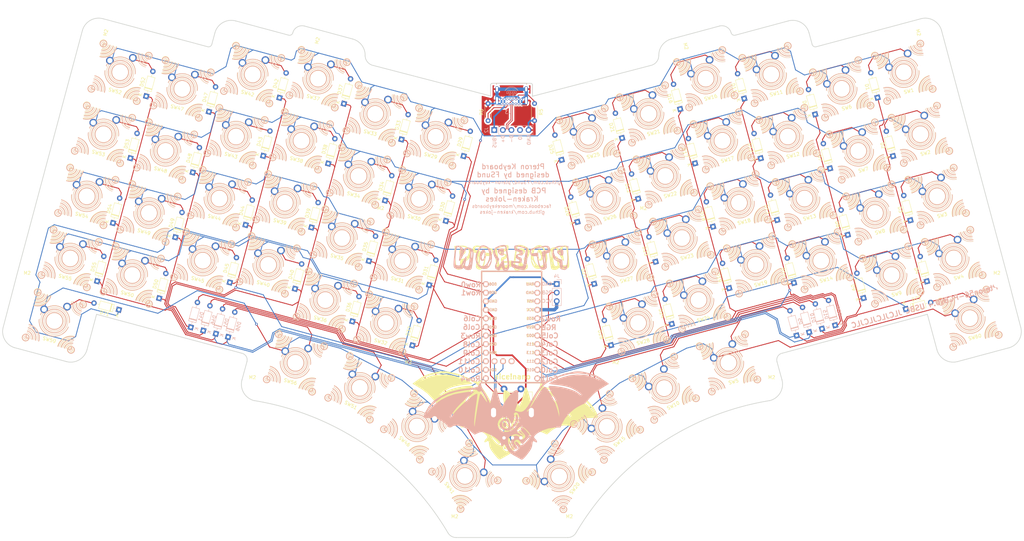
<source format=kicad_pcb>
(kicad_pcb (version 20171130) (host pcbnew "(5.1.6)-1")
  (layers (0 F.Cu signal) (31 B.Cu signal) (34 B.Paste user) (35 F.Paste user) (36 B.SilkS user) (37 F.SilkS user) (38 B.Mask user) (39 F.Mask user) (44 Edge.Cuts user))
  (net 0 "")
  (net 1 "Net-(D1-Pad2)")
  (net 2 /Col0)
  (net 3 "Net-(D2-Pad2)")
  (net 4 "Net-(D3-Pad2)")
  (net 5 "Net-(D4-Pad2)")
  (net 6 "Net-(D5-Pad2)")
  (net 7 "Net-(D6-Pad2)")
  (net 8 /Col1)
  (net 9 "Net-(D7-Pad2)")
  (net 10 "Net-(D8-Pad2)")
  (net 11 "Net-(D9-Pad2)")
  (net 12 "Net-(D10-Pad2)")
  (net 13 "Net-(D11-Pad2)")
  (net 14 /Col2)
  (net 15 "Net-(D12-Pad2)")
  (net 16 "Net-(D13-Pad2)")
  (net 17 "Net-(D14-Pad2)")
  (net 18 "Net-(D15-Pad2)")
  (net 19 /Col3)
  (net 20 "Net-(D16-Pad2)")
  (net 21 "Net-(D17-Pad2)")
  (net 22 "Net-(D18-Pad2)")
  (net 23 "Net-(D19-Pad2)")
  (net 24 "Net-(D20-Pad2)")
  (net 25 /Col4)
  (net 26 "Net-(D21-Pad2)")
  (net 27 "Net-(D22-Pad2)")
  (net 28 "Net-(D23-Pad2)")
  (net 29 "Net-(D24-Pad2)")
  (net 30 /Col5)
  (net 31 "Net-(D25-Pad2)")
  (net 32 "Net-(D26-Pad2)")
  (net 33 "Net-(D27-Pad2)")
  (net 34 "Net-(D28-Pad2)")
  (net 35 /Col6)
  (net 36 "Net-(D29-Pad2)")
  (net 37 "Net-(D30-Pad2)")
  (net 38 "Net-(D31-Pad2)")
  (net 39 "Net-(D32-Pad2)")
  (net 40 "Net-(D33-Pad2)")
  (net 41 "Net-(D34-Pad2)")
  (net 42 "Net-(D35-Pad2)")
  (net 43 "Net-(D36-Pad2)")
  (net 44 "Net-(D37-Pad2)")
  (net 45 /Col8)
  (net 46 "Net-(D38-Pad2)")
  (net 47 "Net-(D39-Pad2)")
  (net 48 "Net-(D40-Pad2)")
  (net 49 "Net-(D41-Pad2)")
  (net 50 "Net-(D42-Pad2)")
  (net 51 /Col9)
  (net 52 "Net-(D43-Pad2)")
  (net 53 "Net-(D44-Pad2)")
  (net 54 "Net-(D45-Pad2)")
  (net 55 "Net-(D46-Pad2)")
  (net 56 /Col10)
  (net 57 "Net-(D47-Pad2)")
  (net 58 "Net-(D48-Pad2)")
  (net 59 "Net-(D49-Pad2)")
  (net 60 "Net-(D50-Pad2)")
  (net 61 "Net-(D51-Pad2)")
  (net 62 /Col11)
  (net 63 "Net-(D52-Pad2)")
  (net 64 "Net-(D53-Pad2)")
  (net 65 "Net-(D54-Pad2)")
  (net 66 "Net-(D55-Pad2)")
  (net 67 "Net-(D56-Pad2)")
  (net 68 /Row0)
  (net 69 /Row1)
  (net 70 /Row2)
  (net 71 /Row3)
  (net 72 USBG)
  (net 73 USB3)
  (net 74 USB0)
  (net 75 D+)
  (net 76 D-)
  (net 77 RGB)
  (net 78 GND)
  (net 79 VCC)
  (net 80 "Net-(J3-PadA5)")
  (net 81 "Net-(J3-PadA8)")
  (net 82 "Net-(J3-PadB5)")
  (net 83 "Net-(J3-PadB8)")
  (net 84 Col7)
  (net 85 Row4)
  (net 86 EncB)
  (net 87 EncA)
  (net 88 "Net-(U3-Pad33)")
  (net 89 "Net-(U3-Pad24)")
  (net 90 "Net-(U3-Pad23)")
  (net 91 "Net-(U3-Pad22)")
  (net 92 "Net-(D71-Pad2)")
  (net 93 "Net-(D72-Pad2)")
  (module "Keyboard parts:SW_MX_Millmax1,524" (layer F.Cu) (at 279.938705 116.135347 15)
    (fp_text reference SW60 (at 0 5.8 15) (layer F.SilkS))
    (fp_text value SW_PUSH)
    (pad 2 thru_hole circle (at 2.54 -5.08 15) (size 2.286 2.286) (drill 1.524) (layers *.Cu *.Mask) (net 93 "Net-(D72-Pad2)"))
    (pad "" np_thru_hole circle (at 0 0 15) (size 3.9878 3.9878) (drill 3.9878) (layers *.Cu *.Mask))
    (pad 1 thru_hole circle (at -3.81 -2.54 15) (size 2.286 2.286) (drill 1.524) (layers *.Cu *.Mask) (net 85 Row4))
    (pad "" np_thru_hole circle (at 5.08 0 15) (size 1.7018 1.7018) (drill 1.7018) (layers *.Cu *.Mask))
    (pad "" np_thru_hole circle (at -5.08 0 15) (size 1.7018 1.7018) (drill 1.7018) (layers *.Cu *.Mask))
  )
  (module "Keyboard parts:SW_MX_Millmax1,524" (layer F.Cu) (at 8.788705 116.960348 345)
    (fp_text reference SW59 (at 0 5.8 165) (layer F.SilkS))
    (fp_text value SW_PUSH)
    (pad 2 thru_hole circle (at 2.54 -5.08 345) (size 2.286 2.286) (drill 1.524) (layers *.Cu *.Mask) (net 92 "Net-(D71-Pad2)"))
    (pad "" np_thru_hole circle (at 0 0 345) (size 3.9878 3.9878) (drill 3.9878) (layers *.Cu *.Mask))
    (pad 1 thru_hole circle (at -3.81 -2.54 345) (size 2.286 2.286) (drill 1.524) (layers *.Cu *.Mask) (net 85 Row4))
    (pad "" np_thru_hole circle (at 5.08 0 345) (size 1.7018 1.7018) (drill 1.7018) (layers *.Cu *.Mask))
    (pad "" np_thru_hole circle (at -5.08 0 345) (size 1.7018 1.7018) (drill 1.7018) (layers *.Cu *.Mask))
  )
  (module Diode_THT:D_DO-35_SOD27_P7.62mm_Horizontal (layer F.Cu) (at 260.980774 113.425155 15)
    (fp_text reference D72 (at 3.81 -2.12 15) (layer F.SilkS))
    (fp_text value 1N4148)
    (fp_text user K (at 0 -1.8 15) (layer F.SilkS))
    (pad 2 thru_hole oval (at 7.62 0 15) (size 1.6 1.6) (drill 0.8) (layers *.Cu *.Mask) (net 93 "Net-(D72-Pad2)"))
    (pad 1 thru_hole rect (at 0 0 15) (size 1.6 1.6) (drill 0.8) (layers *.Cu *.Mask) (net 30 /Col5))
  )
  (module Diode_THT:D_DO-35_SOD27_P7.62mm_Horizontal (layer F.Cu) (at 27.882856 113.628364 165)
    (fp_text reference D71 (at 3.81 -2.12 165) (layer F.SilkS))
    (fp_text value 1N4148)
    (fp_text user K (at 0 -1.8 165) (layer F.SilkS))
    (pad 2 thru_hole oval (at 7.62 0 165) (size 1.6 1.6) (drill 0.8) (layers *.Cu *.Mask) (net 92 "Net-(D71-Pad2)"))
    (pad 1 thru_hole rect (at 0 0 165) (size 1.6 1.6) (drill 0.8) (layers *.Cu *.Mask) (net 35 /Col6))
  )
  (module "Keyboard parts:nice_nano" (layer F.Cu) (at 144.213705 120.010348 270)
    (fp_text reference U3 hide)
    (fp_text value nice_nano hide)
    (fp_text user RST (at -8.89 -5.588) (layer B.SilkS) (effects (font (size 0.8 0.8)) (justify mirror)))
    (fp_text user 006 (at -13.97 5.53719) (layer F.SilkS) (effects (font (size 0.8 0.8))))
    (fp_text user 006 (at -13.97 5.53719) (layer B.SilkS) (effects (font (size 0.8 0.8)) (justify mirror)))
    (fp_text user 008 (at -11.5 5.53719) (layer F.SilkS) (effects (font (size 0.8 0.8))))
    (fp_text user 020 (at -1.2 5.53719) (layer F.SilkS) (effects (font (size 0.8 0.8))))
    (fp_text user 017 (at -3.8 5.53719) (layer F.SilkS) (effects (font (size 0.8 0.8))))
    (fp_text user GND (at -6.35 5.461) (layer F.SilkS) (effects (font (size 0.8 0.8))))
    (fp_text user GND (at -8.89 5.461) (layer F.SilkS) (effects (font (size 0.8 0.8))))
    (fp_text user 022 (at 1.3 5.53719) (layer F.SilkS) (effects (font (size 0.8 0.8))))
    (fp_text user 024 (at 3.81 5.53719) (layer F.SilkS) (effects (font (size 0.8 0.8))))
    (fp_text user 100 (at 6.35 5.53719) (layer F.SilkS) (effects (font (size 0.8 0.8))))
    (fp_text user 104 (at 11.43 5.53719) (layer F.SilkS) (effects (font (size 0.8 0.8))))
    (fp_text user 010 (at 11.43 -5.537191) (layer B.SilkS) (effects (font (size 0.8 0.8)) (justify mirror)))
    (fp_text user 111 (at 8.89 -5.537191) (layer F.SilkS) (effects (font (size 0.8 0.8))))
    (fp_text user 113 (at 6.35 -5.537191) (layer F.SilkS) (effects (font (size 0.8 0.8))))
    (fp_text user 115 (at 3.81 -5.537191) (layer B.SilkS) (effects (font (size 0.8 0.8)) (justify mirror)))
    (fp_text user 002 (at 1.27 -5.537191) (layer B.SilkS) (effects (font (size 0.8 0.8)) (justify mirror)))
    (fp_text user 029 (at -1.27 -5.537191) (layer B.SilkS) (effects (font (size 0.8 0.8)) (justify mirror)))
    (fp_text user 031 (at -3.81 -5.537191) (layer F.SilkS) (effects (font (size 0.8 0.8))))
    (fp_text user VCC (at -6.35 -5.537191) (layer F.SilkS) (effects (font (size 0.8 0.8))))
    (fp_text user RST (at -8.89 -5.588) (layer F.SilkS) (effects (font (size 0.8 0.8))))
    (fp_text user GND (at -11.43 -5.454667) (layer F.SilkS) (effects (font (size 0.8 0.8))))
    (fp_text user RAW (at -13.97 -5.473715) (layer F.SilkS) (effects (font (size 0.8 0.8))))
    (fp_text user RAW (at -13.97 -5.473715) (layer B.SilkS) (effects (font (size 0.8 0.8)) (justify mirror)))
    (fp_text user GND (at -11.43 -5.454667) (layer B.SilkS) (effects (font (size 0.8 0.8)) (justify mirror)))
    (fp_text user VCC (at -6.35 -5.537191) (layer B.SilkS) (effects (font (size 0.8 0.8)) (justify mirror)))
    (fp_text user 031 (at -3.81 -5.537191) (layer B.SilkS) (effects (font (size 0.8 0.8)) (justify mirror)))
    (fp_text user 029 (at -1.27 -5.537191) (layer F.SilkS) (effects (font (size 0.8 0.8))))
    (fp_text user 002 (at 1.27 -5.537191) (layer F.SilkS) (effects (font (size 0.8 0.8))))
    (fp_text user 115 (at 3.81 -5.537191) (layer F.SilkS) (effects (font (size 0.8 0.8))))
    (fp_text user 113 (at 6.35 -5.537191) (layer B.SilkS) (effects (font (size 0.8 0.8)) (justify mirror)))
    (fp_text user 111 (at 8.89 -5.537191) (layer B.SilkS) (effects (font (size 0.8 0.8)) (justify mirror)))
    (fp_text user 010 (at 11.43 -5.537191) (layer F.SilkS) (effects (font (size 0.8 0.8))))
    (fp_text user 104 (at 11.43 5.53719) (layer B.SilkS) (effects (font (size 0.8 0.8)) (justify mirror)))
    (fp_text user 100 (at 6.35 5.53719) (layer B.SilkS) (effects (font (size 0.8 0.8)) (justify mirror)))
    (fp_text user 024 (at 3.8 5.53719) (layer B.SilkS) (effects (font (size 0.8 0.8)) (justify mirror)))
    (fp_text user 022 (at 1.3 5.53719) (layer B.SilkS) (effects (font (size 0.8 0.8)) (justify mirror)))
    (fp_text user GND (at -8.89 5.461) (layer B.SilkS) (effects (font (size 0.8 0.8)) (justify mirror)))
    (fp_text user GND (at -6.35 5.461) (layer B.SilkS) (effects (font (size 0.8 0.8)) (justify mirror)))
    (fp_text user 017 (at -3.81 5.53719) (layer B.SilkS) (effects (font (size 0.8 0.8)) (justify mirror)))
    (fp_text user 020 (at -1.2 5.53719) (layer B.SilkS) (effects (font (size 0.8 0.8)) (justify mirror)))
    (fp_text user 008 (at -11.5 5.53719) (layer B.SilkS) (effects (font (size 0.8 0.8)) (justify mirror)))
    (fp_text user nice!nano (at 13.462 -0.254) (layer F.SilkS) (effects (font (size 1.5 1.5) (thickness 0.3))))
    (pad 33 thru_hole circle (at 8.89 0 270) (size 1.7526 1.7526) (drill 1.0922) (layers *.Cu *.SilkS *.Mask) (net 88 "Net-(U3-Pad33)"))
    (pad 32 thru_hole circle (at 8.89 2.54 270) (size 1.7526 1.7526) (drill 1.0922) (layers *.Cu *.SilkS *.Mask) (net 86 EncB))
    (pad 31 thru_hole circle (at 8.89 5.08 270) (size 1.7526 1.7526) (drill 1.0922) (layers *.Cu *.SilkS *.Mask) (net 87 EncA))
    (pad 24 thru_hole circle (at -13.97 -7.62 270) (size 1.7526 1.7526) (drill 1.0922) (layers *.Cu *.SilkS *.Mask) (net 89 "Net-(U3-Pad24)"))
    (pad 12 thru_hole circle (at 13.97 7.62 270) (size 1.7526 1.7526) (drill 1.0922) (layers *.Cu *.SilkS *.Mask) (net 85 Row4))
    (pad 23 thru_hole circle (at -11.43 -7.62 270) (size 1.7526 1.7526) (drill 1.0922) (layers *.Cu *.SilkS *.Mask) (net 90 "Net-(U3-Pad23)"))
    (pad 22 thru_hole circle (at -8.89 -7.62 270) (size 1.7526 1.7526) (drill 1.0922) (layers *.Cu *.SilkS *.Mask) (net 91 "Net-(U3-Pad22)"))
    (pad 21 thru_hole circle (at -6.35 -7.62 270) (size 1.7526 1.7526) (drill 1.0922) (layers *.Cu *.SilkS *.Mask) (net 79 VCC))
    (pad 20 thru_hole circle (at -3.81 -7.62 270) (size 1.7526 1.7526) (drill 1.0922) (layers *.Cu *.SilkS *.Mask) (net 70 /Row2))
    (pad 19 thru_hole circle (at -1.27 -7.62 270) (size 1.7526 1.7526) (drill 1.0922) (layers *.Cu *.SilkS *.Mask) (net 77 RGB))
    (pad 18 thru_hole circle (at 1.27 -7.62 270) (size 1.7526 1.7526) (drill 1.0922) (layers *.Cu *.SilkS *.Mask) (net 30 /Col5))
    (pad 17 thru_hole circle (at 3.81 -7.62 270) (size 1.7526 1.7526) (drill 1.0922) (layers *.Cu *.SilkS *.Mask) (net 25 /Col4))
    (pad 16 thru_hole circle (at 6.35 -7.62 270) (size 1.7526 1.7526) (drill 1.0922) (layers *.Cu *.SilkS *.Mask) (net 19 /Col3))
    (pad 15 thru_hole circle (at 8.89 -7.62 270) (size 1.7526 1.7526) (drill 1.0922) (layers *.Cu *.SilkS *.Mask) (net 14 /Col2))
    (pad 14 thru_hole circle (at 11.43 -7.62 270) (size 1.7526 1.7526) (drill 1.0922) (layers *.Cu *.SilkS *.Mask) (net 2 /Col0))
    (pad 13 thru_hole circle (at 13.97 -7.62 270) (size 1.7526 1.7526) (drill 1.0922) (layers *.Cu *.SilkS *.Mask) (net 8 /Col1))
    (pad 11 thru_hole circle (at 11.43 7.62 270) (size 1.7526 1.7526) (drill 1.0922) (layers *.Cu *.SilkS *.Mask) (net 56 /Col10))
    (pad 10 thru_hole circle (at 8.89 7.62 270) (size 1.7526 1.7526) (drill 1.0922) (layers *.Cu *.SilkS *.Mask) (net 62 /Col11))
    (pad 9 thru_hole circle (at 6.35 7.62 270) (size 1.7526 1.7526) (drill 1.0922) (layers *.Cu *.SilkS *.Mask) (net 51 /Col9))
    (pad 8 thru_hole circle (at 3.81 7.62 270) (size 1.7526 1.7526) (drill 1.0922) (layers *.Cu *.SilkS *.Mask) (net 45 /Col8))
    (pad 7 thru_hole circle (at 1.27 7.62 270) (size 1.7526 1.7526) (drill 1.0922) (layers *.Cu *.SilkS *.Mask) (net 71 /Row3))
    (pad 6 thru_hole circle (at -1.27 7.62 270) (size 1.7526 1.7526) (drill 1.0922) (layers *.Cu *.SilkS *.Mask) (net 84 Col7))
    (pad 5 thru_hole circle (at -3.81 7.62 270) (size 1.7526 1.7526) (drill 1.0922) (layers *.Cu *.SilkS *.Mask) (net 35 /Col6))
    (pad 4 thru_hole circle (at -6.35 7.62 270) (size 1.7526 1.7526) (drill 1.0922) (layers *.Cu *.SilkS *.Mask) (net 78 GND))
    (pad 3 thru_hole circle (at -8.89 7.62 270) (size 1.7526 1.7526) (drill 1.0922) (layers *.Cu *.SilkS *.Mask) (net 78 GND))
    (pad 2 thru_hole circle (at -11.43 7.62 270) (size 1.7526 1.7526) (drill 1.0922) (layers *.Cu *.SilkS *.Mask) (net 69 /Row1))
    (pad 1 thru_hole circle (at -13.97 7.62 270) (size 1.7526 1.7526) (drill 1.0922) (layers *.Cu *.SilkS *.Mask) (net 68 /Row0))
  )
  (module "Keyboard parts:RotaryEncoder_EC11" (layer F.Cu) (at 144.463705 144.110347 90)
    (fp_text reference SW58)
    (fp_text value Rotary_Encoder_Switch)
    (pad S1 thru_hole circle (at 7 2.5 90) (size 2 2) (drill 1) (layers *.Cu *.Mask) (net 85 Row4))
    (pad S2 thru_hole circle (at 7 -2.5 90) (size 2 2) (drill 1) (layers *.Cu *.Mask) (net 84 Col7))
    (pad "" np_thru_hole rect (at 0 5.6 90) (size 3.2 2) (drill oval 2.8 1.5) (layers *.Cu *.Mask))
    (pad "" np_thru_hole rect (at 0 -5.6 90) (size 3.2 2) (drill oval 2.8 1.5) (layers *.Cu *.Mask))
    (pad B thru_hole circle (at -7.5 2.5 90) (size 2 2) (drill 1) (layers *.Cu *.Mask) (net 86 EncB))
    (pad C thru_hole circle (at -7.5 0 90) (size 2 2) (drill 1) (layers *.Cu *.Mask) (net 78 GND))
    (pad A thru_hole rect (at -7.5 -2.5 90) (size 2 2) (drill 1) (layers *.Cu *.Mask) (net 87 EncA))
  )
  (module Logos:PTERONsmaller (layer B.Cu) (at 144.053706 98.115348 180)
    (fp_text reference G*** hide)
    (fp_text value LOGO hide)
  )
  (module Logos:PTERONsmaller (layer F.Cu) (at 144.248706 98.060348)
    (fp_text reference G*** hide)
    (fp_text value LOGO hide)
  )
  (module Logos:bat56 (layer B.Cu) (at 145.333705 141.920347 165)
    (fp_text reference G*** hide)
    (fp_text value LOGO hide)
  )
  (module Logos:bat56 (layer F.Cu) (at 142.573705 141.875348 15)
    (fp_text reference G*** hide)
    (fp_text value LOGO hide)
  )
  (module MountingHole:MountingHole_2.1mm (layer F.Cu) (at 113.650799 132.397983)
    (fp_text reference M2 (at 0 -3.2) (layer F.SilkS))
    (fp_text value MountingHole_2.1mm)
    (pad "" np_thru_hole circle (at 0 0) (size 2.1 2.1) (drill 2.1) (layers *.Cu *.Mask))
  )
  (module MountingHole:MountingHole_2.1mm (layer F.Cu) (at 105.430799 86.722983)
    (fp_text reference M2 (at 0 -3.2) (layer F.SilkS))
    (fp_text value MountingHole_2.1mm)
    (pad "" np_thru_hole circle (at 0 0) (size 2.1 2.1) (drill 2.1) (layers *.Cu *.Mask))
  )
  (module MountingHole:MountingHole_2.1mm (layer F.Cu) (at 0.7358 105.937984)
    (fp_text reference M2 (at 0 -3.2) (layer F.SilkS))
    (fp_text value MountingHole_2.1mm)
    (pad "" np_thru_hole circle (at 0 0) (size 2.1 2.1) (drill 2.1) (layers *.Cu *.Mask))
  )
  (module MountingHole:MountingHole_2.1mm (layer F.Cu) (at 67.4658 136.872986)
    (fp_text reference M2 (at 0 -3.2) (layer F.SilkS))
    (fp_text value MountingHole_2.1mm)
    (pad "" np_thru_hole circle (at 0 0) (size 2.1 2.1) (drill 2.1) (layers *.Cu *.Mask))
  )
  (module MountingHole:MountingHole_2.1mm (layer F.Cu) (at 127.360799 178.117983)
    (fp_text reference M2 (at 0 -3.2) (layer F.SilkS))
    (fp_text value MountingHole_2.1mm)
    (pad "" np_thru_hole circle (at 0 0) (size 2.1 2.1) (drill 2.1) (layers *.Cu *.Mask))
  )
  (module MountingHole:MountingHole_2.1mm (layer F.Cu) (at 161.325799 178.117985)
    (fp_text reference M2 (at 0 -3.2) (layer F.SilkS))
    (fp_text value MountingHole_2.1mm)
    (pad "" np_thru_hole circle (at 0 0) (size 2.1 2.1) (drill 2.1) (layers *.Cu *.Mask))
  )
  (module MountingHole:MountingHole_2.1mm (layer F.Cu) (at 221.235799 136.877985)
    (fp_text reference M2 (at 0 -3.2) (layer F.SilkS))
    (fp_text value MountingHole_2.1mm)
    (pad "" np_thru_hole circle (at 0 0) (size 2.1 2.1) (drill 2.1) (layers *.Cu *.Mask))
  )
  (module MountingHole:MountingHole_2.1mm (layer F.Cu) (at 287.950799 105.937983)
    (fp_text reference M2 (at 0 -3.2) (layer F.SilkS))
    (fp_text value MountingHole_2.1mm)
    (pad "" np_thru_hole circle (at 0 0) (size 2.1 2.1) (drill 2.1) (layers *.Cu *.Mask))
  )
  (module MountingHole:MountingHole_2.1mm (layer F.Cu) (at 175.045801 132.407984)
    (fp_text reference M2 (at 0 -3.2) (layer F.SilkS))
    (fp_text value MountingHole_2.1mm)
    (pad "" np_thru_hole circle (at 0 0) (size 2.1 2.1) (drill 2.1) (layers *.Cu *.Mask))
  )
  (module MountingHole:MountingHole_2.1mm (layer F.Cu) (at 183.260801 86.727984)
    (fp_text reference M2 (at 0 -3.2) (layer F.SilkS))
    (fp_text value MountingHole_2.1mm)
    (pad "" np_thru_hole circle (at 0 0) (size 2.1 2.1) (drill 2.1) (layers *.Cu *.Mask))
  )
  (module MountingHole:MountingHole_2.1mm (layer F.Cu) (at 267.775799 30.627983 105)
    (fp_text reference M2 (at 0 -3.2 105) (layer F.SilkS))
    (fp_text value MountingHole_2.1mm)
    (pad "" np_thru_hole circle (at 0 0 105) (size 2.1 2.1) (drill 2.1) (layers *.Cu *.Mask))
  )
  (module MountingHole:MountingHole_2.1mm (layer F.Cu) (at 198.910801 34.672984 105)
    (fp_text reference M2 (at 0 -3.2 105) (layer F.SilkS))
    (fp_text value MountingHole_2.1mm)
    (pad "" np_thru_hole circle (at 0 0 105) (size 2.1 2.1) (drill 2.1) (layers *.Cu *.Mask))
  )
  (module MountingHole:MountingHole_2.1mm (layer F.Cu) (at 89.800799 34.672984 75)
    (fp_text reference M2 (at 0 -3.2 75) (layer F.SilkS))
    (fp_text value MountingHole_2.1mm)
    (pad "" np_thru_hole circle (at 0 0 75) (size 2.1 2.1) (drill 2.1) (layers *.Cu *.Mask))
  )
  (module MountingHole:MountingHole_2.1mm (layer F.Cu) (at 20.915799 30.647983 255)
    (fp_text reference M2 (at 0 -3.2 75) (layer F.SilkS))
    (fp_text value MountingHole_2.1mm)
    (pad "" np_thru_hole circle (at 0 0 255) (size 2.1 2.1) (drill 2.1) (layers *.Cu *.Mask))
  )
  (module Resistor_THT:R_Axial_DIN0204_L3.6mm_D1.6mm_P5.08mm_Horizontal (layer F.Cu) (at 151.013705 52.495347 270)
    (fp_text reference R5 (at 2.54 -1.92 90) (layer F.SilkS))
    (fp_text value 5.1k)
    (pad 2 thru_hole oval (at 5.08 0 270) (size 1.4 1.4) (drill 0.7) (layers *.Cu *.Mask) (net 72 USBG))
    (pad 1 thru_hole circle (at 0 0 270) (size 1.4 1.4) (drill 0.7) (layers *.Cu *.Mask) (net 82 "Net-(J3-PadB5)"))
  )
  (module "Keyboard parts:GCT_USB4085-GF-A_REVA" (layer B.Cu) (at 144.21074 48.54455)
    (fp_text reference J3 (at -1.097425 6.515415) (layer B.SilkS) (effects (font (size 1.00015 1.00015)) (justify mirror)))
    (fp_text value USB_C_Receptacle_USB2.0)
    (pad S1 thru_hole oval (at -4.325 -0.335) (size 0.9 1.7) (drill oval 0.6 1.4) (layers *.Cu *.Mask) (net 72 USBG))
    (pad S1 thru_hole oval (at 4.325 -0.335) (size 0.9 1.7) (drill oval 0.6 1.4) (layers *.Cu *.Mask) (net 72 USBG))
    (pad S1 thru_hole oval (at 4.325 3.045) (size 0.9 2.4) (drill oval 0.6 2.1) (layers *.Cu *.Mask) (net 72 USBG))
    (pad S1 thru_hole oval (at -4.325 3.045) (size 0.9 2.4) (drill oval 0.6 2.1) (layers *.Cu *.Mask) (net 72 USBG))
    (pad B12 thru_hole circle (at -2.975 2.675) (size 0.65 0.65) (drill 0.4) (layers *.Cu *.Mask) (net 72 USBG))
    (pad B9 thru_hole circle (at -2.125 2.675) (size 0.65 0.65) (drill 0.4) (layers *.Cu *.Mask) (net 74 USB0))
    (pad B8 thru_hole circle (at -1.275 2.675) (size 0.65 0.65) (drill 0.4) (layers *.Cu *.Mask) (net 83 "Net-(J3-PadB8)"))
    (pad B7 thru_hole circle (at -0.425 2.675) (size 0.65 0.65) (drill 0.4) (layers *.Cu *.Mask) (net 76 D-))
    (pad B6 thru_hole circle (at 0.425 2.675) (size 0.65 0.65) (drill 0.4) (layers *.Cu *.Mask) (net 75 D+))
    (pad B5 thru_hole circle (at 1.275 2.675) (size 0.65 0.65) (drill 0.4) (layers *.Cu *.Mask) (net 82 "Net-(J3-PadB5)"))
    (pad B4 thru_hole circle (at 2.125 2.675) (size 0.65 0.65) (drill 0.4) (layers *.Cu *.Mask) (net 74 USB0))
    (pad B1 thru_hole circle (at 2.975 2.675) (size 0.65 0.65) (drill 0.4) (layers *.Cu *.Mask) (net 72 USBG))
    (pad A12 thru_hole circle (at 2.975 4.025) (size 0.65 0.65) (drill 0.4) (layers *.Cu *.Mask) (net 72 USBG))
    (pad A9 thru_hole circle (at 2.125 4.025) (size 0.65 0.65) (drill 0.4) (layers *.Cu *.Mask) (net 74 USB0))
    (pad A8 thru_hole circle (at 1.275 4.025) (size 0.65 0.65) (drill 0.4) (layers *.Cu *.Mask) (net 81 "Net-(J3-PadA8)"))
    (pad A7 thru_hole circle (at 0.425 4.025) (size 0.65 0.65) (drill 0.4) (layers *.Cu *.Mask) (net 76 D-))
    (pad A6 thru_hole circle (at -0.425 4.025) (size 0.65 0.65) (drill 0.4) (layers *.Cu *.Mask) (net 75 D+))
    (pad A5 thru_hole circle (at -1.275 4.025) (size 0.65 0.65) (drill 0.4) (layers *.Cu *.Mask) (net 80 "Net-(J3-PadA5)"))
    (pad A4 thru_hole circle (at -2.125 4.025) (size 0.65 0.65) (drill 0.4) (layers *.Cu *.Mask) (net 74 USB0))
    (pad A1 thru_hole circle (at -2.975 4.025) (size 0.65 0.65) (drill 0.4) (layers *.Cu *.Mask) (net 72 USBG))
  )
  (module Connector_PinHeader_2.54mm:PinHeader_1x03_P2.54mm_Vertical (layer B.Cu) (at 157.580737 105.994554 180)
    (fp_text reference J4 (at 0 2.33 180) (layer B.SilkS) (effects (justify mirror)))
    (fp_text value Conn_01x03)
    (fp_text user GND (at 2.920001 0.009998 180) (layer B.SilkS) (effects (justify mirror)))
    (fp_text user RGB (at 2.89 -2.55 180) (layer B.SilkS) (effects (justify mirror)))
    (fp_text user VCC (at 2.889999 -5.05 180) (layer B.SilkS) (effects (justify mirror)))
    (pad 3 thru_hole oval (at 0 -5.08 180) (size 1.7 1.7) (drill 1) (layers *.Cu *.Mask) (net 79 VCC))
    (pad 2 thru_hole oval (at 0 -2.54 180) (size 1.7 1.7) (drill 1) (layers *.Cu *.Mask) (net 77 RGB))
    (pad 1 thru_hole rect (at 0 0 180) (size 1.7 1.7) (drill 1) (layers *.Cu *.Mask) (net 78 GND))
  )
  (module "Keyboard parts:USB_5POS_header" (layer B.Cu) (at 139.081211 60.354352 270)
    (fp_text reference J2 (at 0 2.33 90) (layer B.SilkS) (effects (justify mirror)))
    (fp_text value Conn_01x05_Female)
    (fp_text user VBUS (at 3.367095 -0.074164 90) (layer B.SilkS) (effects (justify mirror)))
    (fp_text user D- (at 2.62 -5.1 90) (layer B.SilkS) (effects (justify mirror)))
    (fp_text user D+ (at 2.69 -2.55 90) (layer B.SilkS) (effects (justify mirror)))
    (fp_text user ID (at 2.242095 -7.704164 90) (layer B.SilkS) (effects (justify mirror)))
    (fp_text user GND (at 2.952095 -10.279164 90) (layer B.SilkS) (effects (justify mirror)))
    (pad 5 thru_hole oval (at 0 -10.16 270) (size 1.7 1.7) (drill 1) (layers *.Cu *.Mask) (net 72 USBG))
    (pad 4 thru_hole oval (at 0 -7.62 270) (size 1.7 1.7) (drill 1) (layers *.Cu *.Mask) (net 73 USB3))
    (pad 3 thru_hole oval (at 0 -5.08 270) (size 1.7 1.7) (drill 1) (layers *.Cu *.Mask) (net 76 D-))
    (pad 2 thru_hole oval (at 0 -2.54 270) (size 1.7 1.7) (drill 1) (layers *.Cu *.Mask) (net 75 D+))
    (pad 1 thru_hole rect (at 0 0 270) (size 1.7 1.7) (drill 1) (layers *.Cu *.Mask) (net 74 USB0))
  )
  (module Resistor_THT:R_Axial_DIN0204_L3.6mm_D1.6mm_P5.08mm_Horizontal (layer F.Cu) (at 137.238705 57.585347 90)
    (fp_text reference R6 (at 2.54 -1.92 90) (layer F.SilkS))
    (fp_text value 5.1k)
    (pad 2 thru_hole oval (at 5.08 0 90) (size 1.4 1.4) (drill 0.7) (layers *.Cu *.Mask) (net 72 USBG))
    (pad 1 thru_hole circle (at 0 0 90) (size 1.4 1.4) (drill 0.7) (layers *.Cu *.Mask) (net 80 "Net-(J3-PadA5)"))
  )
  (module Diode_THT:D_DO-35_SOD27_P7.62mm_Horizontal (layer B.Cu) (at 60.252402 121.710365 75)
    (fp_text reference D56 (at 3.81 2.12 75) (layer B.SilkS) (effects (justify mirror)))
    (fp_text value 1N4148)
    (fp_text user K (at 0 1.8 75) (layer B.SilkS) (effects (justify mirror)))
    (pad 2 thru_hole oval (at 7.62 0 75) (size 1.6 1.6) (drill 0.8) (layers *.Cu *.Mask) (net 67 "Net-(D56-Pad2)"))
    (pad 1 thru_hole rect (at 0 0 75) (size 1.6 1.6) (drill 0.8) (layers *.Cu *.Mask) (net 62 /Col11))
  )
  (module Diode_THT:D_DO-35_SOD27_P7.62mm_Horizontal (layer F.Cu) (at 21.460641 105.168519 75)
    (fp_text reference D55 (at 3.81 -2.12 75) (layer F.SilkS))
    (fp_text value 1N4148)
    (fp_text user K (at 0 -1.8 75) (layer F.SilkS))
    (pad 2 thru_hole oval (at 7.62 0 75) (size 1.6 1.6) (drill 0.8) (layers *.Cu *.Mask) (net 66 "Net-(D55-Pad2)"))
    (pad 1 thru_hole rect (at 0 0 75) (size 1.6 1.6) (drill 0.8) (layers *.Cu *.Mask) (net 62 /Col11))
  )
  (module Diode_THT:D_DO-35_SOD27_P7.62mm_Horizontal (layer F.Cu) (at 26.148145 87.918506 75)
    (fp_text reference D54 (at 3.81 -2.12 75) (layer F.SilkS))
    (fp_text value 1N4148)
    (fp_text user K (at 0 -1.8 75) (layer F.SilkS))
    (pad 2 thru_hole oval (at 7.62 0 75) (size 1.6 1.6) (drill 0.8) (layers *.Cu *.Mask) (net 65 "Net-(D54-Pad2)"))
    (pad 1 thru_hole rect (at 0 0 75) (size 1.6 1.6) (drill 0.8) (layers *.Cu *.Mask) (net 62 /Col11))
  )
  (module Diode_THT:D_DO-35_SOD27_P7.62mm_Horizontal (layer F.Cu) (at 31.304398 68.699766 75)
    (fp_text reference D53 (at 3.81 -2.12 75) (layer F.SilkS))
    (fp_text value 1N4148)
    (fp_text user K (at 0 -1.8 75) (layer F.SilkS))
    (pad 2 thru_hole oval (at 7.62 0 75) (size 1.6 1.6) (drill 0.8) (layers *.Cu *.Mask) (net 64 "Net-(D53-Pad2)"))
    (pad 1 thru_hole rect (at 0 0 75) (size 1.6 1.6) (drill 0.8) (layers *.Cu *.Mask) (net 62 /Col11))
  )
  (module Diode_THT:D_DO-35_SOD27_P7.62mm_Horizontal (layer F.Cu) (at 35.991886 50.324765 75)
    (fp_text reference D52 (at 3.81 -2.12 75) (layer F.SilkS))
    (fp_text value 1N4148)
    (fp_text user K (at 0 -1.8 75) (layer F.SilkS))
    (pad 2 thru_hole oval (at 7.62 0 75) (size 1.6 1.6) (drill 0.8) (layers *.Cu *.Mask) (net 63 "Net-(D52-Pad2)"))
    (pad 1 thru_hole rect (at 0 0 75) (size 1.6 1.6) (drill 0.8) (layers *.Cu *.Mask) (net 62 /Col11))
  )
  (module Diode_THT:D_DO-35_SOD27_P7.62mm_Horizontal (layer B.Cu) (at 56.63018 120.739793 75)
    (fp_text reference D51 (at 3.81 2.12 75) (layer B.SilkS) (effects (justify mirror)))
    (fp_text value 1N4148)
    (fp_text user K (at 0 1.8 75) (layer B.SilkS) (effects (justify mirror)))
    (pad 2 thru_hole oval (at 7.62 0 75) (size 1.6 1.6) (drill 0.8) (layers *.Cu *.Mask) (net 61 "Net-(D51-Pad2)"))
    (pad 1 thru_hole rect (at 0 0 75) (size 1.6 1.6) (drill 0.8) (layers *.Cu *.Mask) (net 56 /Col10))
  )
  (module Diode_THT:D_DO-35_SOD27_P7.62mm_Horizontal (layer F.Cu) (at 39.835633 110.231017 75)
    (fp_text reference D50 (at 3.81 -2.12 75) (layer F.SilkS))
    (fp_text value 1N4148)
    (fp_text user K (at 0 -1.8 75) (layer F.SilkS))
    (pad 2 thru_hole oval (at 7.62 0 75) (size 1.6 1.6) (drill 0.8) (layers *.Cu *.Mask) (net 60 "Net-(D50-Pad2)"))
    (pad 1 thru_hole rect (at 0 0 75) (size 1.6 1.6) (drill 0.8) (layers *.Cu *.Mask) (net 56 /Col10))
  )
  (module Diode_THT:D_DO-35_SOD27_P7.62mm_Horizontal (layer F.Cu) (at 44.616886 92.137266 75)
    (fp_text reference D49 (at 3.81 -2.12 75) (layer F.SilkS))
    (fp_text value 1N4148)
    (fp_text user K (at 0 -1.8 75) (layer F.SilkS))
    (pad 2 thru_hole oval (at 7.62 0 75) (size 1.6 1.6) (drill 0.8) (layers *.Cu *.Mask) (net 59 "Net-(D49-Pad2)"))
    (pad 1 thru_hole rect (at 0 0 75) (size 1.6 1.6) (drill 0.8) (layers *.Cu *.Mask) (net 56 /Col10))
  )
  (module Diode_THT:D_DO-35_SOD27_P7.62mm_Horizontal (layer F.Cu) (at 49.773137 72.918517 75)
    (fp_text reference D48 (at 3.81 -2.12 75) (layer F.SilkS))
    (fp_text value 1N4148)
    (fp_text user K (at 0 -1.8 75) (layer F.SilkS))
    (pad 2 thru_hole oval (at 7.62 0 75) (size 1.6 1.6) (drill 0.8) (layers *.Cu *.Mask) (net 58 "Net-(D48-Pad2)"))
    (pad 1 thru_hole rect (at 0 0 75) (size 1.6 1.6) (drill 0.8) (layers *.Cu *.Mask) (net 56 /Col10))
  )
  (module Diode_THT:D_DO-35_SOD27_P7.62mm_Horizontal (layer F.Cu) (at 54.554388 54.918504 75)
    (fp_text reference D47 (at 3.81 -2.12 75) (layer F.SilkS))
    (fp_text value 1N4148)
    (fp_text user K (at 0 -1.8 75) (layer F.SilkS))
    (pad 2 thru_hole oval (at 7.62 0 75) (size 1.6 1.6) (drill 0.8) (layers *.Cu *.Mask) (net 57 "Net-(D47-Pad2)"))
    (pad 1 thru_hole rect (at 0 0 75) (size 1.6 1.6) (drill 0.8) (layers *.Cu *.Mask) (net 56 /Col10))
  )
  (module Diode_THT:D_DO-35_SOD27_P7.62mm_Horizontal (layer B.Cu) (at 52.899655 119.81117 75)
    (fp_text reference D46 (at 3.81 2.12 75) (layer B.SilkS) (effects (justify mirror)))
    (fp_text value 1N4148)
    (fp_text user K (at 0 1.8 75) (layer B.SilkS) (effects (justify mirror)))
    (pad 2 thru_hole oval (at 7.62 0 75) (size 1.6 1.6) (drill 0.8) (layers *.Cu *.Mask) (net 55 "Net-(D46-Pad2)"))
    (pad 1 thru_hole rect (at 0 0 75) (size 1.6 1.6) (drill 0.8) (layers *.Cu *.Mask) (net 51 /Col9))
  )
  (module Diode_THT:D_DO-35_SOD27_P7.62mm_Horizontal (layer F.Cu) (at 60.741891 105.543517 75)
    (fp_text reference D45 (at 3.81 -2.12 75) (layer F.SilkS))
    (fp_text value 1N4148)
    (fp_text user K (at 0 -1.8 75) (layer F.SilkS))
    (pad 2 thru_hole oval (at 7.62 0 75) (size 1.6 1.6) (drill 0.8) (layers *.Cu *.Mask) (net 54 "Net-(D45-Pad2)"))
    (pad 1 thru_hole rect (at 0 0 75) (size 1.6 1.6) (drill 0.8) (layers *.Cu *.Mask) (net 51 /Col9))
  )
  (module Diode_THT:D_DO-35_SOD27_P7.62mm_Horizontal (layer F.Cu) (at 65.429382 88.481013 75)
    (fp_text reference D44 (at 3.81 -2.12 75) (layer F.SilkS))
    (fp_text value 1N4148)
    (fp_text user K (at 0 -1.8 75) (layer F.SilkS))
    (pad 2 thru_hole oval (at 7.62 0 75) (size 1.6 1.6) (drill 0.8) (layers *.Cu *.Mask) (net 53 "Net-(D44-Pad2)"))
    (pad 1 thru_hole rect (at 0 0 75) (size 1.6 1.6) (drill 0.8) (layers *.Cu *.Mask) (net 51 /Col9))
  )
  (module Diode_THT:D_DO-35_SOD27_P7.62mm_Horizontal (layer F.Cu) (at 70.66246 68.001667 75)
    (fp_text reference D43 (at 3.81 -2.12 75) (layer F.SilkS))
    (fp_text value 1N4148)
    (fp_text user K (at 0 -1.8 75) (layer F.SilkS))
    (pad 2 thru_hole oval (at 7.62 0 75) (size 1.6 1.6) (drill 0.8) (layers *.Cu *.Mask) (net 52 "Net-(D43-Pad2)"))
    (pad 1 thru_hole rect (at 0 0 75) (size 1.6 1.6) (drill 0.8) (layers *.Cu *.Mask) (net 51 /Col9))
  )
  (module Diode_THT:D_DO-35_SOD27_P7.62mm_Horizontal (layer F.Cu) (at 75.460639 50.793521 75)
    (fp_text reference D42 (at 3.81 -2.12 75) (layer F.SilkS))
    (fp_text value 1N4148)
    (fp_text user K (at 0 -1.8 75) (layer F.SilkS))
    (pad 2 thru_hole oval (at 7.62 0 75) (size 1.6 1.6) (drill 0.8) (layers *.Cu *.Mask) (net 50 "Net-(D42-Pad2)"))
    (pad 1 thru_hole rect (at 0 0 75) (size 1.6 1.6) (drill 0.8) (layers *.Cu *.Mask) (net 51 /Col9))
  )
  (module Diode_THT:D_DO-35_SOD27_P7.62mm_Horizontal (layer B.Cu) (at 49.186878 118.81633 75)
    (fp_text reference D41 (at 3.81 2.12 75) (layer B.SilkS) (effects (justify mirror)))
    (fp_text value 1N4148)
    (fp_text user K (at 0 1.8 75) (layer B.SilkS) (effects (justify mirror)))
    (pad 2 thru_hole oval (at 7.62 0 75) (size 1.6 1.6) (drill 0.8) (layers *.Cu *.Mask) (net 49 "Net-(D41-Pad2)"))
    (pad 1 thru_hole rect (at 0 0 75) (size 1.6 1.6) (drill 0.8) (layers *.Cu *.Mask) (net 45 /Col8))
  )
  (module Diode_THT:D_DO-35_SOD27_P7.62mm_Horizontal (layer F.Cu) (at 80.054387 107.418503 75)
    (fp_text reference D40 (at 3.81 -2.12 75) (layer F.SilkS))
    (fp_text value 1N4148)
    (fp_text user K (at 0 -1.8 75) (layer F.SilkS))
    (pad 2 thru_hole oval (at 7.62 0 75) (size 1.6 1.6) (drill 0.8) (layers *.Cu *.Mask) (net 48 "Net-(D40-Pad2)"))
    (pad 1 thru_hole rect (at 0 0 75) (size 1.6 1.6) (drill 0.8) (layers *.Cu *.Mask) (net 45 /Col8))
  )
  (module Diode_THT:D_DO-35_SOD27_P7.62mm_Horizontal (layer F.Cu) (at 84.929389 89.231013 75)
    (fp_text reference D39 (at 3.81 -2.12 75) (layer F.SilkS))
    (fp_text value 1N4148)
    (fp_text user K (at 0 -1.8 75) (layer F.SilkS))
    (pad 2 thru_hole oval (at 7.62 0 75) (size 1.6 1.6) (drill 0.8) (layers *.Cu *.Mask) (net 47 "Net-(D39-Pad2)"))
    (pad 1 thru_hole rect (at 0 0 75) (size 1.6 1.6) (drill 0.8) (layers *.Cu *.Mask) (net 45 /Col8))
  )
  (module Diode_THT:D_DO-35_SOD27_P7.62mm_Horizontal (layer F.Cu) (at 89.898135 70.293515 75)
    (fp_text reference D38 (at 3.81 -2.12 75) (layer F.SilkS))
    (fp_text value 1N4148)
    (fp_text user K (at 0 -1.8 75) (layer F.SilkS))
    (pad 2 thru_hole oval (at 7.62 0 75) (size 1.6 1.6) (drill 0.8) (layers *.Cu *.Mask) (net 46 "Net-(D38-Pad2)"))
    (pad 1 thru_hole rect (at 0 0 75) (size 1.6 1.6) (drill 0.8) (layers *.Cu *.Mask) (net 45 /Col8))
  )
  (module Diode_THT:D_DO-35_SOD27_P7.62mm_Horizontal (layer F.Cu) (at 94.536559 52.545567 75)
    (fp_text reference D37 (at 3.81 -2.12 75) (layer F.SilkS))
    (fp_text value 1N4148)
    (fp_text user K (at 0 -1.8 75) (layer F.SilkS))
    (pad 2 thru_hole oval (at 7.62 0 75) (size 1.6 1.6) (drill 0.8) (layers *.Cu *.Mask) (net 44 "Net-(D37-Pad2)"))
    (pad 1 thru_hole rect (at 0 0 75) (size 1.6 1.6) (drill 0.8) (layers *.Cu *.Mask) (net 45 /Col8))
  )
  (module Diode_THT:D_DO-35_SOD27_P7.62mm_Horizontal (layer F.Cu) (at 97.043998 117.081042 75)
    (fp_text reference D36 (at 3.81 -2.12 75) (layer F.SilkS))
    (fp_text value 1N4148)
    (fp_text user K (at 0 -1.8 75) (layer F.SilkS))
    (pad 2 thru_hole oval (at 7.62 0 75) (size 1.6 1.6) (drill 0.8) (layers *.Cu *.Mask) (net 43 "Net-(D36-Pad2)"))
    (pad 1 thru_hole rect (at 0 0 75) (size 1.6 1.6) (drill 0.8) (layers *.Cu *.Mask) (net 84 Col7))
  )
  (module Diode_THT:D_DO-35_SOD27_P7.62mm_Horizontal (layer F.Cu) (at 101.93887 99.175302 75)
    (fp_text reference D35 (at 3.81 -2.12 75) (layer F.SilkS))
    (fp_text value 1N4148)
    (fp_text user K (at 0 -1.8 75) (layer F.SilkS))
    (pad 2 thru_hole oval (at 7.62 0 75) (size 1.6 1.6) (drill 0.8) (layers *.Cu *.Mask) (net 42 "Net-(D35-Pad2)"))
    (pad 1 thru_hole rect (at 0 0 75) (size 1.6 1.6) (drill 0.8) (layers *.Cu *.Mask) (net 84 Col7))
  )
  (module Diode_THT:D_DO-35_SOD27_P7.62mm_Horizontal (layer F.Cu) (at 106.743212 81.245305 75)
    (fp_text reference D34 (at 3.81 -2.12 75) (layer F.SilkS))
    (fp_text value 1N4148)
    (fp_text user K (at 0 -1.8 75) (layer F.SilkS))
    (pad 2 thru_hole oval (at 7.62 0 75) (size 1.6 1.6) (drill 0.8) (layers *.Cu *.Mask) (net 41 "Net-(D34-Pad2)"))
    (pad 1 thru_hole rect (at 0 0 75) (size 1.6 1.6) (drill 0.8) (layers *.Cu *.Mask) (net 84 Col7))
  )
  (module Diode_THT:D_DO-35_SOD27_P7.62mm_Horizontal (layer F.Cu) (at 111.596055 63.134189 75)
    (fp_text reference D33 (at 3.81 -2.12 75) (layer F.SilkS))
    (fp_text value 1N4148)
    (fp_text user K (at 0 -1.8 75) (layer F.SilkS))
    (pad 2 thru_hole oval (at 7.62 0 75) (size 1.6 1.6) (drill 0.8) (layers *.Cu *.Mask) (net 40 "Net-(D33-Pad2)"))
    (pad 1 thru_hole rect (at 0 0 75) (size 1.6 1.6) (drill 0.8) (layers *.Cu *.Mask) (net 84 Col7))
  )
  (module Diode_THT:D_DO-35_SOD27_P7.62mm_Horizontal (layer F.Cu) (at 114.835639 124.199767 75)
    (fp_text reference D32 (at 3.81 -2.12 75) (layer F.SilkS))
    (fp_text value 1N4148)
    (fp_text user K (at 0 -1.8 75) (layer F.SilkS))
    (pad 2 thru_hole oval (at 7.62 0 75) (size 1.6 1.6) (drill 0.8) (layers *.Cu *.Mask) (net 39 "Net-(D32-Pad2)"))
    (pad 1 thru_hole rect (at 0 0 75) (size 1.6 1.6) (drill 0.8) (layers *.Cu *.Mask) (net 35 /Col6))
  )
  (module Diode_THT:D_DO-35_SOD27_P7.62mm_Horizontal (layer F.Cu) (at 119.804388 106.293519 75)
    (fp_text reference D31 (at 3.81 -2.12 75) (layer F.SilkS))
    (fp_text value 1N4148)
    (fp_text user K (at 0 -1.8 75) (layer F.SilkS))
    (pad 2 thru_hole oval (at 7.62 0 75) (size 1.6 1.6) (drill 0.8) (layers *.Cu *.Mask) (net 38 "Net-(D31-Pad2)"))
    (pad 1 thru_hole rect (at 0 0 75) (size 1.6 1.6) (drill 0.8) (layers *.Cu *.Mask) (net 35 /Col6))
  )
  (module Diode_THT:D_DO-35_SOD27_P7.62mm_Horizontal (layer F.Cu) (at 124.754665 87.293037 75)
    (fp_text reference D30 (at 3.81 -2.12 75) (layer F.SilkS))
    (fp_text value 1N4148)
    (fp_text user K (at 0 -1.8 75) (layer F.SilkS))
    (pad 2 thru_hole oval (at 7.62 0 75) (size 1.6 1.6) (drill 0.8) (layers *.Cu *.Mask) (net 37 "Net-(D30-Pad2)"))
    (pad 1 thru_hole rect (at 0 0 75) (size 1.6 1.6) (drill 0.8) (layers *.Cu *.Mask) (net 35 /Col6))
  )
  (module Diode_THT:D_DO-35_SOD27_P7.62mm_Horizontal (layer F.Cu) (at 130.004664 68.07428 75)
    (fp_text reference D29 (at 3.81 -2.12 75) (layer F.SilkS))
    (fp_text value 1N4148)
    (fp_text user K (at 0 -1.8 75) (layer F.SilkS))
    (pad 2 thru_hole oval (at 7.62 0 75) (size 1.6 1.6) (drill 0.8) (layers *.Cu *.Mask) (net 36 "Net-(D29-Pad2)"))
    (pad 1 thru_hole rect (at 0 0 75) (size 1.6 1.6) (drill 0.8) (layers *.Cu *.Mask) (net 35 /Col6))
  )
  (module Diode_THT:D_DO-35_SOD27_P7.62mm_Horizontal (layer F.Cu) (at 173.65568 124.138434 105)
    (fp_text reference D28 (at 3.81 -2.12 105) (layer F.SilkS))
    (fp_text value 1N4148)
    (fp_text user K (at 0 -1.8 105) (layer F.SilkS))
    (pad 2 thru_hole oval (at 7.62 0 105) (size 1.6 1.6) (drill 0.8) (layers *.Cu *.Mask) (net 34 "Net-(D28-Pad2)"))
    (pad 1 thru_hole rect (at 0 0 105) (size 1.6 1.6) (drill 0.8) (layers *.Cu *.Mask) (net 30 /Col5))
  )
  (module Diode_THT:D_DO-35_SOD27_P7.62mm_Horizontal (layer F.Cu) (at 168.68694 105.950931 105)
    (fp_text reference D27 (at 3.81 -2.12 105) (layer F.SilkS))
    (fp_text value 1N4148)
    (fp_text user K (at 0 -1.8 105) (layer F.SilkS))
    (pad 2 thru_hole oval (at 7.62 0 105) (size 1.6 1.6) (drill 0.8) (layers *.Cu *.Mask) (net 33 "Net-(D27-Pad2)"))
    (pad 1 thru_hole rect (at 0 0 105) (size 1.6 1.6) (drill 0.8) (layers *.Cu *.Mask) (net 30 /Col5))
  )
  (module Diode_THT:D_DO-35_SOD27_P7.62mm_Horizontal (layer F.Cu) (at 163.718185 87.575933 105)
    (fp_text reference D26 (at 3.81 -2.12 105) (layer F.SilkS))
    (fp_text value 1N4148)
    (fp_text user K (at 0 -1.8 105) (layer F.SilkS))
    (pad 2 thru_hole oval (at 7.62 0 105) (size 1.6 1.6) (drill 0.8) (layers *.Cu *.Mask) (net 32 "Net-(D26-Pad2)"))
    (pad 1 thru_hole rect (at 0 0 105) (size 1.6 1.6) (drill 0.8) (layers *.Cu *.Mask) (net 30 /Col5))
  )
  (module Diode_THT:D_DO-35_SOD27_P7.62mm_Horizontal (layer F.Cu) (at 159.030699 69.200929 105)
    (fp_text reference D25 (at 3.81 -2.12 105) (layer F.SilkS))
    (fp_text value 1N4148)
    (fp_text user K (at 0 -1.8 105) (layer F.SilkS))
    (pad 2 thru_hole oval (at 7.62 0 105) (size 1.6 1.6) (drill 0.8) (layers *.Cu *.Mask) (net 31 "Net-(D25-Pad2)"))
    (pad 1 thru_hole rect (at 0 0 105) (size 1.6 1.6) (drill 0.8) (layers *.Cu *.Mask) (net 30 /Col5))
  )
  (module Diode_THT:D_DO-35_SOD27_P7.62mm_Horizontal (layer F.Cu) (at 191.655682 117.857194 105)
    (fp_text reference D24 (at 3.81 -2.12 105) (layer F.SilkS))
    (fp_text value 1N4148)
    (fp_text user K (at 0 -1.8 105) (layer F.SilkS))
    (pad 2 thru_hole oval (at 7.62 0 105) (size 1.6 1.6) (drill 0.8) (layers *.Cu *.Mask) (net 29 "Net-(D24-Pad2)"))
    (pad 1 thru_hole rect (at 0 0 105) (size 1.6 1.6) (drill 0.8) (layers *.Cu *.Mask) (net 25 /Col4))
  )
  (module Diode_THT:D_DO-35_SOD27_P7.62mm_Horizontal (layer F.Cu) (at 186.874442 99.388437 105)
    (fp_text reference D23 (at 3.81 -2.12 105) (layer F.SilkS))
    (fp_text value 1N4148)
    (fp_text user K (at 0 -1.8 105) (layer F.SilkS))
    (pad 2 thru_hole oval (at 7.62 0 105) (size 1.6 1.6) (drill 0.8) (layers *.Cu *.Mask) (net 28 "Net-(D23-Pad2)"))
    (pad 1 thru_hole rect (at 0 0 105) (size 1.6 1.6) (drill 0.8) (layers *.Cu *.Mask) (net 25 /Col4))
  )
  (module Diode_THT:D_DO-35_SOD27_P7.62mm_Horizontal (layer F.Cu) (at 181.718196 80.732183 105)
    (fp_text reference D22 (at 3.81 -2.12 105) (layer F.SilkS))
    (fp_text value 1N4148)
    (fp_text user K (at 0 -1.8 105) (layer F.SilkS))
    (pad 2 thru_hole oval (at 7.62 0 105) (size 1.6 1.6) (drill 0.8) (layers *.Cu *.Mask) (net 27 "Net-(D22-Pad2)"))
    (pad 1 thru_hole rect (at 0 0 105) (size 1.6 1.6) (drill 0.8) (layers *.Cu *.Mask) (net 25 /Col4))
  )
  (module Diode_THT:D_DO-35_SOD27_P7.62mm_Horizontal (layer F.Cu) (at 176.936935 62.732179 105)
    (fp_text reference D21 (at 3.81 -2.12 105) (layer F.SilkS))
    (fp_text value 1N4148)
    (fp_text user K (at 0 -1.8 105) (layer F.SilkS))
    (pad 2 thru_hole oval (at 7.62 0 105) (size 1.6 1.6) (drill 0.8) (layers *.Cu *.Mask) (net 26 "Net-(D21-Pad2)"))
    (pad 1 thru_hole rect (at 0 0 105) (size 1.6 1.6) (drill 0.8) (layers *.Cu *.Mask) (net 25 /Col4))
  )
  (module Diode_THT:D_DO-35_SOD27_P7.62mm_Horizontal (layer B.Cu) (at 240.052567 118.22138 105)
    (fp_text reference D20 (at 3.81 2.12 105) (layer B.SilkS) (effects (justify mirror)))
    (fp_text value 1N4148)
    (fp_text user K (at 0 1.8 105) (layer B.SilkS) (effects (justify mirror)))
    (pad 2 thru_hole oval (at 7.62 0 105) (size 1.6 1.6) (drill 0.8) (layers *.Cu *.Mask) (net 24 "Net-(D20-Pad2)"))
    (pad 1 thru_hole rect (at 0 0 105) (size 1.6 1.6) (drill 0.8) (layers *.Cu *.Mask) (net 19 /Col3))
  )
  (module Diode_THT:D_DO-35_SOD27_P7.62mm_Horizontal (layer F.Cu) (at 208.666938 107.219711 105)
    (fp_text reference D19 (at 3.81 -2.12 105) (layer F.SilkS))
    (fp_text value 1N4148)
    (fp_text user K (at 0 -1.8 105) (layer F.SilkS))
    (pad 2 thru_hole oval (at 7.62 0 105) (size 1.6 1.6) (drill 0.8) (layers *.Cu *.Mask) (net 23 "Net-(D19-Pad2)"))
    (pad 1 thru_hole rect (at 0 0 105) (size 1.6 1.6) (drill 0.8) (layers *.Cu *.Mask) (net 19 /Col3))
  )
  (module Diode_THT:D_DO-35_SOD27_P7.62mm_Horizontal (layer F.Cu) (at 203.880367 88.993776 105)
    (fp_text reference D18 (at 3.81 -2.12 105) (layer F.SilkS))
    (fp_text value 1N4148)
    (fp_text user K (at 0 -1.8 105) (layer F.SilkS))
    (pad 2 thru_hole oval (at 7.62 0 105) (size 1.6 1.6) (drill 0.8) (layers *.Cu *.Mask) (net 22 "Net-(D18-Pad2)"))
    (pad 1 thru_hole rect (at 0 0 105) (size 1.6 1.6) (drill 0.8) (layers *.Cu *.Mask) (net 19 /Col3))
  )
  (module Diode_THT:D_DO-35_SOD27_P7.62mm_Horizontal (layer F.Cu) (at 198.561738 70.231026 105)
    (fp_text reference D17 (at 3.81 -2.12 105) (layer F.SilkS))
    (fp_text value 1N4148)
    (fp_text user K (at 0 -1.8 105) (layer F.SilkS))
    (pad 2 thru_hole oval (at 7.62 0 105) (size 1.6 1.6) (drill 0.8) (layers *.Cu *.Mask) (net 21 "Net-(D17-Pad2)"))
    (pad 1 thru_hole rect (at 0 0 105) (size 1.6 1.6) (drill 0.8) (layers *.Cu *.Mask) (net 19 /Col3))
  )
  (module Diode_THT:D_DO-35_SOD27_P7.62mm_Horizontal (layer F.Cu) (at 194.152134 54.136396 105)
    (fp_text reference D16 (at 3.81 -2.12 105) (layer F.SilkS))
    (fp_text value 1N4148)
    (fp_text user K (at 0 -1.8 105) (layer F.SilkS))
    (pad 2 thru_hole oval (at 7.62 0 105) (size 1.6 1.6) (drill 0.8) (layers *.Cu *.Mask) (net 20 "Net-(D16-Pad2)"))
    (pad 1 thru_hole rect (at 0 0 105) (size 1.6 1.6) (drill 0.8) (layers *.Cu *.Mask) (net 19 /Col3))
  )
  (module Diode_THT:D_DO-35_SOD27_P7.62mm_Horizontal (layer B.Cu) (at 236.15868 119.264747 105)
    (fp_text reference D15 (at 3.81 2.12 105) (layer B.SilkS) (effects (justify mirror)))
    (fp_text value 1N4148)
    (fp_text user K (at 0 1.8 105) (layer B.SilkS) (effects (justify mirror)))
    (pad 2 thru_hole oval (at 7.62 0 105) (size 1.6 1.6) (drill 0.8) (layers *.Cu *.Mask) (net 18 "Net-(D15-Pad2)"))
    (pad 1 thru_hole rect (at 0 0 105) (size 1.6 1.6) (drill 0.8) (layers *.Cu *.Mask) (net 14 /Col2))
  )
  (module Diode_THT:D_DO-35_SOD27_P7.62mm_Horizontal (layer F.Cu) (at 227.843178 105.669689 105)
    (fp_text reference D14 (at 3.81 -2.12 105) (layer F.SilkS))
    (fp_text value 1N4148)
    (fp_text user K (at 0 -1.8 105) (layer F.SilkS))
    (pad 2 thru_hole oval (at 7.62 0 105) (size 1.6 1.6) (drill 0.8) (layers *.Cu *.Mask) (net 17 "Net-(D14-Pad2)"))
    (pad 1 thru_hole rect (at 0 0 105) (size 1.6 1.6) (drill 0.8) (layers *.Cu *.Mask) (net 14 /Col2))
  )
  (module Diode_THT:D_DO-35_SOD27_P7.62mm_Horizontal (layer F.Cu) (at 222.874443 87.013436 105)
    (fp_text reference D13 (at 3.81 -2.12 105) (layer F.SilkS))
    (fp_text value 1N4148)
    (fp_text user K (at 0 -1.8 105) (layer F.SilkS))
    (pad 2 thru_hole oval (at 7.62 0 105) (size 1.6 1.6) (drill 0.8) (layers *.Cu *.Mask) (net 16 "Net-(D13-Pad2)"))
    (pad 1 thru_hole rect (at 0 0 105) (size 1.6 1.6) (drill 0.8) (layers *.Cu *.Mask) (net 14 /Col2))
  )
  (module Diode_THT:D_DO-35_SOD27_P7.62mm_Horizontal (layer F.Cu) (at 217.999444 68.732187 105)
    (fp_text reference D12 (at 3.81 -2.12 105) (layer F.SilkS))
    (fp_text value 1N4148)
    (fp_text user K (at 0 -1.8 105) (layer F.SilkS))
    (pad 2 thru_hole oval (at 7.62 0 105) (size 1.6 1.6) (drill 0.8) (layers *.Cu *.Mask) (net 15 "Net-(D12-Pad2)"))
    (pad 1 thru_hole rect (at 0 0 105) (size 1.6 1.6) (drill 0.8) (layers *.Cu *.Mask) (net 14 /Col2))
  )
  (module Diode_THT:D_DO-35_SOD27_P7.62mm_Horizontal (layer F.Cu) (at 213.124441 51.013433 105)
    (fp_text reference D11 (at 3.81 -2.12 105) (layer F.SilkS))
    (fp_text value 1N4148)
    (fp_text user K (at 0 -1.8 105) (layer F.SilkS))
    (pad 2 thru_hole oval (at 7.62 0 105) (size 1.6 1.6) (drill 0.8) (layers *.Cu *.Mask) (net 13 "Net-(D11-Pad2)"))
    (pad 1 thru_hole rect (at 0 0 105) (size 1.6 1.6) (drill 0.8) (layers *.Cu *.Mask) (net 14 /Col2))
  )
  (module Diode_THT:D_DO-35_SOD27_P7.62mm_Horizontal (layer B.Cu) (at 232.355347 120.283848 105)
    (fp_text reference D10 (at 3.81 2.12 105) (layer B.SilkS) (effects (justify mirror)))
    (fp_text value 1N4148)
    (fp_text user K (at 0 1.8 105) (layer B.SilkS) (effects (justify mirror)))
    (pad 2 thru_hole oval (at 7.62 0 105) (size 1.6 1.6) (drill 0.8) (layers *.Cu *.Mask) (net 12 "Net-(D10-Pad2)"))
    (pad 1 thru_hole rect (at 0 0 105) (size 1.6 1.6) (drill 0.8) (layers *.Cu *.Mask) (net 8 /Col1))
  )
  (module Diode_THT:D_DO-35_SOD27_P7.62mm_Horizontal (layer F.Cu) (at 248.468187 110.169683 105)
    (fp_text reference D9 (at 3.81 -2.12 105) (layer F.SilkS))
    (fp_text value 1N4148)
    (fp_text user K (at 0 -1.8 105) (layer F.SilkS))
    (pad 2 thru_hole oval (at 7.62 0 105) (size 1.6 1.6) (drill 0.8) (layers *.Cu *.Mask) (net 11 "Net-(D9-Pad2)"))
    (pad 1 thru_hole rect (at 0 0 105) (size 1.6 1.6) (drill 0.8) (layers *.Cu *.Mask) (net 8 /Col1))
  )
  (module Diode_THT:D_DO-35_SOD27_P7.62mm_Horizontal (layer F.Cu) (at 243.780683 91.419686 105)
    (fp_text reference D8 (at 3.81 -2.12 105) (layer F.SilkS))
    (fp_text value 1N4148)
    (fp_text user K (at 0 -1.8 105) (layer F.SilkS))
    (pad 2 thru_hole oval (at 7.62 0 105) (size 1.6 1.6) (drill 0.8) (layers *.Cu *.Mask) (net 10 "Net-(D8-Pad2)"))
    (pad 1 thru_hole rect (at 0 0 105) (size 1.6 1.6) (drill 0.8) (layers *.Cu *.Mask) (net 8 /Col1))
  )
  (module Diode_THT:D_DO-35_SOD27_P7.62mm_Horizontal (layer F.Cu) (at 238.530688 71.732174 105)
    (fp_text reference D7 (at 3.81 -2.12 105) (layer F.SilkS))
    (fp_text value 1N4148)
    (fp_text user K (at 0 -1.8 105) (layer F.SilkS))
    (pad 2 thru_hole oval (at 7.62 0 105) (size 1.6 1.6) (drill 0.8) (layers *.Cu *.Mask) (net 9 "Net-(D7-Pad2)"))
    (pad 1 thru_hole rect (at 0 0 105) (size 1.6 1.6) (drill 0.8) (layers *.Cu *.Mask) (net 8 /Col1))
  )
  (module Diode_THT:D_DO-35_SOD27_P7.62mm_Horizontal (layer F.Cu) (at 234.124437 55.70093 105)
    (fp_text reference D6 (at 3.81 -2.12 105) (layer F.SilkS))
    (fp_text value 1N4148)
    (fp_text user K (at 0 -1.8 105) (layer F.SilkS))
    (pad 2 thru_hole oval (at 7.62 0 105) (size 1.6 1.6) (drill 0.8) (layers *.Cu *.Mask) (net 7 "Net-(D6-Pad2)"))
    (pad 1 thru_hole rect (at 0 0 105) (size 1.6 1.6) (drill 0.8) (layers *.Cu *.Mask) (net 8 /Col1))
  )
  (module Diode_THT:D_DO-35_SOD27_P7.62mm_Horizontal (layer B.Cu) (at 228.642574 121.278685 105)
    (fp_text reference D5 (at 3.81 2.12 105) (layer B.SilkS) (effects (justify mirror)))
    (fp_text value 1N4148)
    (fp_text user K (at 0 1.8 105) (layer B.SilkS) (effects (justify mirror)))
    (pad 2 thru_hole oval (at 7.62 0 105) (size 1.6 1.6) (drill 0.8) (layers *.Cu *.Mask) (net 6 "Net-(D5-Pad2)"))
    (pad 1 thru_hole rect (at 0 0 105) (size 1.6 1.6) (drill 0.8) (layers *.Cu *.Mask) (net 2 /Col0))
  )
  (module Diode_THT:D_DO-35_SOD27_P7.62mm_Horizontal (layer F.Cu) (at 267.218183 105.20093 105)
    (fp_text reference D4 (at 3.81 -2.12 105) (layer F.SilkS))
    (fp_text value 1N4148)
    (fp_text user K (at 0 -1.8 105) (layer F.SilkS))
    (pad 2 thru_hole oval (at 7.62 0 105) (size 1.6 1.6) (drill 0.8) (layers *.Cu *.Mask) (net 5 "Net-(D4-Pad2)"))
    (pad 1 thru_hole rect (at 0 0 105) (size 1.6 1.6) (drill 0.8) (layers *.Cu *.Mask) (net 2 /Col0))
  )
  (module Diode_THT:D_DO-35_SOD27_P7.62mm_Horizontal (layer F.Cu) (at 262.343181 87.107181 105)
    (fp_text reference D3 (at 3.81 -2.12 105) (layer F.SilkS))
    (fp_text value 1N4148)
    (fp_text user K (at 0 -1.8 105) (layer F.SilkS))
    (pad 2 thru_hole oval (at 7.62 0 105) (size 1.6 1.6) (drill 0.8) (layers *.Cu *.Mask) (net 4 "Net-(D3-Pad2)"))
    (pad 1 thru_hole rect (at 0 0 105) (size 1.6 1.6) (drill 0.8) (layers *.Cu *.Mask) (net 2 /Col0))
  )
  (module Diode_THT:D_DO-35_SOD27_P7.62mm_Horizontal (layer F.Cu) (at 257.186938 68.075939 105)
    (fp_text reference D2 (at 3.81 -2.12 105) (layer F.SilkS))
    (fp_text value 1N4148)
    (fp_text user K (at 0 -1.8 105) (layer F.SilkS))
    (pad 2 thru_hole oval (at 7.62 0 105) (size 1.6 1.6) (drill 0.8) (layers *.Cu *.Mask) (net 3 "Net-(D2-Pad2)"))
    (pad 1 thru_hole rect (at 0 0 105) (size 1.6 1.6) (drill 0.8) (layers *.Cu *.Mask) (net 2 /Col0))
  )
  (module Diode_THT:D_DO-35_SOD27_P7.62mm_Horizontal (layer F.Cu) (at 252.593188 50.732181 105)
    (fp_text reference D1 (at 3.81 -2.12 105) (layer F.SilkS))
    (fp_text value 1N4148)
    (fp_text user K (at 0 -1.8 105) (layer F.SilkS))
    (pad 2 thru_hole oval (at 7.62 0 105) (size 1.6 1.6) (drill 0.8) (layers *.Cu *.Mask) (net 1 "Net-(D1-Pad2)"))
    (pad 1 thru_hole rect (at 0 0 105) (size 1.6 1.6) (drill 0.8) (layers *.Cu *.Mask) (net 2 /Col0))
  )
  (module "Keyboard parts:SW_MX_Millmax1,524" (layer F.Cu) (at 80.195835 129.365106 345)
    (fp_text reference SW56 (at 0 5.8 165) (layer F.SilkS))
    (fp_text value SW_PUSH)
    (pad 2 thru_hole circle (at 2.54 -5.08 345) (size 2.286 2.286) (drill 1.524) (layers *.Cu *.Mask) (net 67 "Net-(D56-Pad2)"))
    (pad "" np_thru_hole circle (at 0 0 345) (size 3.9878 3.9878) (drill 3.9878) (layers *.Cu *.Mask))
    (pad 1 thru_hole circle (at -3.81 -2.54 345) (size 2.286 2.286) (drill 1.524) (layers *.Cu *.Mask) (net 85 Row4))
    (pad "" np_thru_hole circle (at 5.08 0 345) (size 1.7018 1.7018) (drill 1.7018) (layers *.Cu *.Mask))
    (pad "" np_thru_hole circle (at -5.08 0 345) (size 1.7018 1.7018) (drill 1.7018) (layers *.Cu *.Mask))
  )
  (module "Keyboard parts:SW_MX_Millmax1,524" (layer F.Cu) (at 13.474685 98.427218 345)
    (fp_text reference SW55 (at 0 5.8 165) (layer F.SilkS))
    (fp_text value SW_PUSH)
    (pad 2 thru_hole circle (at 2.54 -5.08 345) (size 2.286 2.286) (drill 1.524) (layers *.Cu *.Mask) (net 66 "Net-(D55-Pad2)"))
    (pad "" np_thru_hole circle (at 0 0 345) (size 3.9878 3.9878) (drill 3.9878) (layers *.Cu *.Mask))
    (pad 1 thru_hole circle (at -3.81 -2.54 345) (size 2.286 2.286) (drill 1.524) (layers *.Cu *.Mask) (net 71 /Row3))
    (pad "" np_thru_hole circle (at 5.08 0 345) (size 1.7018 1.7018) (drill 1.7018) (layers *.Cu *.Mask))
    (pad "" np_thru_hole circle (at -5.08 0 345) (size 1.7018 1.7018) (drill 1.7018) (layers *.Cu *.Mask))
  )
  (module "Keyboard parts:SW_MX_Millmax1,524" (layer F.Cu) (at 18.389749 80.006676 345)
    (fp_text reference SW54 (at 0 5.8 165) (layer F.SilkS))
    (fp_text value SW_PUSH)
    (pad 2 thru_hole circle (at 2.54 -5.08 345) (size 2.286 2.286) (drill 1.524) (layers *.Cu *.Mask) (net 65 "Net-(D54-Pad2)"))
    (pad "" np_thru_hole circle (at 0 0 345) (size 3.9878 3.9878) (drill 3.9878) (layers *.Cu *.Mask))
    (pad 1 thru_hole circle (at -3.81 -2.54 345) (size 2.286 2.286) (drill 1.524) (layers *.Cu *.Mask) (net 70 /Row2))
    (pad "" np_thru_hole circle (at 5.08 0 345) (size 1.7018 1.7018) (drill 1.7018) (layers *.Cu *.Mask))
    (pad "" np_thru_hole circle (at -5.08 0 345) (size 1.7018 1.7018) (drill 1.7018) (layers *.Cu *.Mask))
  )
  (module "Keyboard parts:SW_MX_Millmax1,524" (layer F.Cu) (at 23.334746 61.609667 345)
    (fp_text reference SW53 (at 0 5.8 165) (layer F.SilkS))
    (fp_text value SW_PUSH)
    (pad 2 thru_hole circle (at 2.54 -5.08 345) (size 2.286 2.286) (drill 1.524) (layers *.Cu *.Mask) (net 64 "Net-(D53-Pad2)"))
    (pad "" np_thru_hole circle (at 0 0 345) (size 3.9878 3.9878) (drill 3.9878) (layers *.Cu *.Mask))
    (pad 1 thru_hole circle (at -3.81 -2.54 345) (size 2.286 2.286) (drill 1.524) (layers *.Cu *.Mask) (net 69 /Row1))
    (pad "" np_thru_hole circle (at 5.08 0 345) (size 1.7018 1.7018) (drill 1.7018) (layers *.Cu *.Mask))
    (pad "" np_thru_hole circle (at -5.08 0 345) (size 1.7018 1.7018) (drill 1.7018) (layers *.Cu *.Mask))
  )
  (module "Keyboard parts:SW_MX_Millmax1,524" (layer F.Cu) (at 28.259356 43.206222 345)
    (fp_text reference SW52 (at 0 5.8 165) (layer F.SilkS))
    (fp_text value SW_PUSH)
    (pad 2 thru_hole circle (at 2.54 -5.08 345) (size 2.286 2.286) (drill 1.524) (layers *.Cu *.Mask) (net 63 "Net-(D52-Pad2)"))
    (pad "" np_thru_hole circle (at 0 0 345) (size 3.9878 3.9878) (drill 3.9878) (layers *.Cu *.Mask))
    (pad 1 thru_hole circle (at -3.81 -2.54 345) (size 2.286 2.286) (drill 1.524) (layers *.Cu *.Mask) (net 68 /Row0))
    (pad "" np_thru_hole circle (at 5.08 0 345) (size 1.7018 1.7018) (drill 1.7018) (layers *.Cu *.Mask))
    (pad "" np_thru_hole circle (at -5.08 0 345) (size 1.7018 1.7018) (drill 1.7018) (layers *.Cu *.Mask))
  )
  (module "Keyboard parts:SW_MX_Millmax1,524" (layer F.Cu) (at 99.254989 136.76513 332.5)
    (fp_text reference SW51 (at 0 5.8 152.5) (layer F.SilkS))
    (fp_text value SW_PUSH)
    (pad 2 thru_hole circle (at 2.54 -5.08 332.5) (size 2.286 2.286) (drill 1.524) (layers *.Cu *.Mask) (net 61 "Net-(D51-Pad2)"))
    (pad "" np_thru_hole circle (at 0 0 332.5) (size 3.9878 3.9878) (drill 3.9878) (layers *.Cu *.Mask))
    (pad 1 thru_hole circle (at -3.81 -2.54 332.5) (size 2.286 2.286) (drill 1.524) (layers *.Cu *.Mask) (net 85 Row4))
    (pad "" np_thru_hole circle (at 5.08 0 332.5) (size 1.7018 1.7018) (drill 1.7018) (layers *.Cu *.Mask))
    (pad "" np_thru_hole circle (at -5.08 0 332.5) (size 1.7018 1.7018) (drill 1.7018) (layers *.Cu *.Mask))
  )
  (module "Keyboard parts:SW_MX_Millmax1,524" (layer F.Cu) (at 31.869792 103.340654 345)
    (fp_text reference SW50 (at 0 5.8 165) (layer F.SilkS))
    (fp_text value SW_PUSH)
    (pad 2 thru_hole circle (at 2.54 -5.08 345) (size 2.286 2.286) (drill 1.524) (layers *.Cu *.Mask) (net 60 "Net-(D50-Pad2)"))
    (pad "" np_thru_hole circle (at 0 0 345) (size 3.9878 3.9878) (drill 3.9878) (layers *.Cu *.Mask))
    (pad 1 thru_hole circle (at -3.81 -2.54 345) (size 2.286 2.286) (drill 1.524) (layers *.Cu *.Mask) (net 71 /Row3))
    (pad "" np_thru_hole circle (at 5.08 0 345) (size 1.7018 1.7018) (drill 1.7018) (layers *.Cu *.Mask))
    (pad "" np_thru_hole circle (at -5.08 0 345) (size 1.7018 1.7018) (drill 1.7018) (layers *.Cu *.Mask))
  )
  (module "Keyboard parts:SW_MX_Millmax1,524" (layer F.Cu) (at 36.805639 84.951548 345)
    (fp_text reference SW49 (at 0 5.8 165) (layer F.SilkS))
    (fp_text value SW_PUSH)
    (pad 2 thru_hole circle (at 2.54 -5.08 345) (size 2.286 2.286) (drill 1.524) (layers *.Cu *.Mask) (net 59 "Net-(D49-Pad2)"))
    (pad "" np_thru_hole circle (at 0 0 345) (size 3.9878 3.9878) (drill 3.9878) (layers *.Cu *.Mask))
    (pad 1 thru_hole circle (at -3.81 -2.54 345) (size 2.286 2.286) (drill 1.524) (layers *.Cu *.Mask) (net 70 /Row2))
    (pad "" np_thru_hole circle (at 5.08 0 345) (size 1.7018 1.7018) (drill 1.7018) (layers *.Cu *.Mask))
    (pad "" np_thru_hole circle (at -5.08 0 345) (size 1.7018 1.7018) (drill 1.7018) (layers *.Cu *.Mask))
  )
  (module "Keyboard parts:SW_MX_Millmax1,524" (layer F.Cu) (at 41.729502 66.543701 345)
    (fp_text reference SW48 (at 0 5.8 165) (layer F.SilkS))
    (fp_text value SW_PUSH)
    (pad 2 thru_hole circle (at 2.54 -5.08 345) (size 2.286 2.286) (drill 1.524) (layers *.Cu *.Mask) (net 58 "Net-(D48-Pad2)"))
    (pad "" np_thru_hole circle (at 0 0 345) (size 3.9878 3.9878) (drill 3.9878) (layers *.Cu *.Mask))
    (pad 1 thru_hole circle (at -3.81 -2.54 345) (size 2.286 2.286) (drill 1.524) (layers *.Cu *.Mask) (net 69 /Row1))
    (pad "" np_thru_hole circle (at 5.08 0 345) (size 1.7018 1.7018) (drill 1.7018) (layers *.Cu *.Mask))
    (pad "" np_thru_hole circle (at -5.08 0 345) (size 1.7018 1.7018) (drill 1.7018) (layers *.Cu *.Mask))
  )
  (module "Keyboard parts:SW_MX_Millmax1,524" (layer F.Cu) (at 46.644355 48.156223 345)
    (fp_text reference SW47 (at 0 5.8 165) (layer F.SilkS))
    (fp_text value SW_PUSH)
    (pad 2 thru_hole circle (at 2.54 -5.08 345) (size 2.286 2.286) (drill 1.524) (layers *.Cu *.Mask) (net 57 "Net-(D47-Pad2)"))
    (pad "" np_thru_hole circle (at 0 0 345) (size 3.9878 3.9878) (drill 3.9878) (layers *.Cu *.Mask))
    (pad 1 thru_hole circle (at -3.81 -2.54 345) (size 2.286 2.286) (drill 1.524) (layers *.Cu *.Mask) (net 68 /Row0))
    (pad "" np_thru_hole circle (at 5.08 0 345) (size 1.7018 1.7018) (drill 1.7018) (layers *.Cu *.Mask))
    (pad "" np_thru_hole circle (at -5.08 0 345) (size 1.7018 1.7018) (drill 1.7018) (layers *.Cu *.Mask))
  )
  (module "Keyboard parts:SW_MX_Millmax1,524" (layer F.Cu) (at 116.189068 148.21307 320)
    (fp_text reference SW46 (at 0 5.8 140) (layer F.SilkS))
    (fp_text value SW_PUSH)
    (pad 2 thru_hole circle (at 2.54 -5.08 320) (size 2.286 2.286) (drill 1.524) (layers *.Cu *.Mask) (net 55 "Net-(D46-Pad2)"))
    (pad "" np_thru_hole circle (at 0 0 320) (size 3.9878 3.9878) (drill 3.9878) (layers *.Cu *.Mask))
    (pad 1 thru_hole circle (at -3.81 -2.54 320) (size 2.286 2.286) (drill 1.524) (layers *.Cu *.Mask) (net 85 Row4))
    (pad "" np_thru_hole circle (at 5.08 0 320) (size 1.7018 1.7018) (drill 1.7018) (layers *.Cu *.Mask))
    (pad "" np_thru_hole circle (at -5.08 0 320) (size 1.7018 1.7018) (drill 1.7018) (layers *.Cu *.Mask))
  )
  (module "Keyboard parts:SW_MX_Millmax1,524" (layer F.Cu) (at 52.740762 99.071999 345)
    (fp_text reference SW45 (at 0 5.8 165) (layer F.SilkS))
    (fp_text value SW_PUSH)
    (pad 2 thru_hole circle (at 2.54 -5.08 345) (size 2.286 2.286) (drill 1.524) (layers *.Cu *.Mask) (net 54 "Net-(D45-Pad2)"))
    (pad "" np_thru_hole circle (at 0 0 345) (size 3.9878 3.9878) (drill 3.9878) (layers *.Cu *.Mask))
    (pad 1 thru_hole circle (at -3.81 -2.54 345) (size 2.286 2.286) (drill 1.524) (layers *.Cu *.Mask) (net 71 /Row3))
    (pad "" np_thru_hole circle (at 5.08 0 345) (size 1.7018 1.7018) (drill 1.7018) (layers *.Cu *.Mask))
    (pad "" np_thru_hole circle (at -5.08 0 345) (size 1.7018 1.7018) (drill 1.7018) (layers *.Cu *.Mask))
  )
  (module "Keyboard parts:SW_MX_Millmax1,524" (layer F.Cu) (at 57.655481 80.672061 345)
    (fp_text reference SW44 (at 0 5.8 165) (layer F.SilkS))
    (fp_text value SW_PUSH)
    (pad 2 thru_hole circle (at 2.54 -5.08 345) (size 2.286 2.286) (drill 1.524) (layers *.Cu *.Mask) (net 53 "Net-(D44-Pad2)"))
    (pad "" np_thru_hole circle (at 0 0 345) (size 3.9878 3.9878) (drill 3.9878) (layers *.Cu *.Mask))
    (pad 1 thru_hole circle (at -3.81 -2.54 345) (size 2.286 2.286) (drill 1.524) (layers *.Cu *.Mask) (net 70 /Row2))
    (pad "" np_thru_hole circle (at 5.08 0 345) (size 1.7018 1.7018) (drill 1.7018) (layers *.Cu *.Mask))
    (pad "" np_thru_hole circle (at -5.08 0 345) (size 1.7018 1.7018) (drill 1.7018) (layers *.Cu *.Mask))
  )
  (module "Keyboard parts:SW_MX_Millmax1,524" (layer F.Cu) (at 62.599183 62.279883 345)
    (fp_text reference SW43 (at 0 5.8 165) (layer F.SilkS))
    (fp_text value SW_PUSH)
    (pad 2 thru_hole circle (at 2.54 -5.08 345) (size 2.286 2.286) (drill 1.524) (layers *.Cu *.Mask) (net 52 "Net-(D43-Pad2)"))
    (pad "" np_thru_hole circle (at 0 0 345) (size 3.9878 3.9878) (drill 3.9878) (layers *.Cu *.Mask))
    (pad 1 thru_hole circle (at -3.81 -2.54 345) (size 2.286 2.286) (drill 1.524) (layers *.Cu *.Mask) (net 69 /Row1))
    (pad "" np_thru_hole circle (at 5.08 0 345) (size 1.7018 1.7018) (drill 1.7018) (layers *.Cu *.Mask))
    (pad "" np_thru_hole circle (at -5.08 0 345) (size 1.7018 1.7018) (drill 1.7018) (layers *.Cu *.Mask))
  )
  (module "Keyboard parts:SW_MX_Millmax1,524" (layer F.Cu) (at 67.524349 43.876219 345)
    (fp_text reference SW42 (at 0 5.8 165) (layer F.SilkS))
    (fp_text value SW_PUSH)
    (pad 2 thru_hole circle (at 2.54 -5.08 345) (size 2.286 2.286) (drill 1.524) (layers *.Cu *.Mask) (net 50 "Net-(D42-Pad2)"))
    (pad "" np_thru_hole circle (at 0 0 345) (size 3.9878 3.9878) (drill 3.9878) (layers *.Cu *.Mask))
    (pad 1 thru_hole circle (at -3.81 -2.54 345) (size 2.286 2.286) (drill 1.524) (layers *.Cu *.Mask) (net 68 /Row0))
    (pad "" np_thru_hole circle (at 5.08 0 345) (size 1.7018 1.7018) (drill 1.7018) (layers *.Cu *.Mask))
    (pad "" np_thru_hole circle (at -5.08 0 345) (size 1.7018 1.7018) (drill 1.7018) (layers *.Cu *.Mask))
  )
  (module "Keyboard parts:SW_MX_Millmax1,524" (layer F.Cu) (at 130.389307 162.909125 307.5)
    (fp_text reference SW41 (at 0 5.8 127.5) (layer F.SilkS))
    (fp_text value SW_PUSH)
    (pad 2 thru_hole circle (at 2.54 -5.08 307.5) (size 2.286 2.286) (drill 1.524) (layers *.Cu *.Mask) (net 49 "Net-(D41-Pad2)"))
    (pad "" np_thru_hole circle (at 0 0 307.5) (size 3.9878 3.9878) (drill 3.9878) (layers *.Cu *.Mask))
    (pad 1 thru_hole circle (at -3.81 -2.54 307.5) (size 2.286 2.286) (drill 1.524) (layers *.Cu *.Mask) (net 85 Row4))
    (pad "" np_thru_hole circle (at 5.08 0 307.5) (size 1.7018 1.7018) (drill 1.7018) (layers *.Cu *.Mask))
    (pad "" np_thru_hole circle (at -5.08 0 307.5) (size 1.7018 1.7018) (drill 1.7018) (layers *.Cu *.Mask))
  )
  (module "Keyboard parts:SW_MX_Millmax1,524" (layer F.Cu) (at 72.132578 100.323618 345)
    (fp_text reference SW40 (at 0 5.8 165) (layer F.SilkS))
    (fp_text value SW_PUSH)
    (pad 2 thru_hole circle (at 2.54 -5.08 345) (size 2.286 2.286) (drill 1.524) (layers *.Cu *.Mask) (net 48 "Net-(D40-Pad2)"))
    (pad "" np_thru_hole circle (at 0 0 345) (size 3.9878 3.9878) (drill 3.9878) (layers *.Cu *.Mask))
    (pad 1 thru_hole circle (at -3.81 -2.54 345) (size 2.286 2.286) (drill 1.524) (layers *.Cu *.Mask) (net 71 /Row3))
    (pad "" np_thru_hole circle (at 5.08 0 345) (size 1.7018 1.7018) (drill 1.7018) (layers *.Cu *.Mask))
    (pad "" np_thru_hole circle (at -5.08 0 345) (size 1.7018 1.7018) (drill 1.7018) (layers *.Cu *.Mask))
  )
  (module "Keyboard parts:SW_MX_Millmax1,524" (layer F.Cu) (at 77.056955 81.926265 345)
    (fp_text reference SW39 (at 0 5.8 165) (layer F.SilkS))
    (fp_text value SW_PUSH)
    (pad 2 thru_hole circle (at 2.54 -5.08 345) (size 2.286 2.286) (drill 1.524) (layers *.Cu *.Mask) (net 47 "Net-(D39-Pad2)"))
    (pad "" np_thru_hole circle (at 0 0 345) (size 3.9878 3.9878) (drill 3.9878) (layers *.Cu *.Mask))
    (pad 1 thru_hole circle (at -3.81 -2.54 345) (size 2.286 2.286) (drill 1.524) (layers *.Cu *.Mask) (net 70 /Row2))
    (pad "" np_thru_hole circle (at 5.08 0 345) (size 1.7018 1.7018) (drill 1.7018) (layers *.Cu *.Mask))
    (pad "" np_thru_hole circle (at -5.08 0 345) (size 1.7018 1.7018) (drill 1.7018) (layers *.Cu *.Mask))
  )
  (module "Keyboard parts:SW_MX_Millmax1,524" (layer F.Cu) (at 81.966848 63.525038 345)
    (fp_text reference SW38 (at 0 5.8 165) (layer F.SilkS))
    (fp_text value SW_PUSH)
    (pad 2 thru_hole circle (at 2.54 -5.08 345) (size 2.286 2.286) (drill 1.524) (layers *.Cu *.Mask) (net 46 "Net-(D38-Pad2)"))
    (pad "" np_thru_hole circle (at 0 0 345) (size 3.9878 3.9878) (drill 3.9878) (layers *.Cu *.Mask))
    (pad 1 thru_hole circle (at -3.81 -2.54 345) (size 2.286 2.286) (drill 1.524) (layers *.Cu *.Mask) (net 69 /Row1))
    (pad "" np_thru_hole circle (at 5.08 0 345) (size 1.7018 1.7018) (drill 1.7018) (layers *.Cu *.Mask))
    (pad "" np_thru_hole circle (at -5.08 0 345) (size 1.7018 1.7018) (drill 1.7018) (layers *.Cu *.Mask))
  )
  (module "Keyboard parts:SW_MX_Millmax1,524" (layer F.Cu) (at 86.914344 45.126225 345)
    (fp_text reference SW37 (at 0 5.8 165) (layer F.SilkS))
    (fp_text value SW_PUSH)
    (pad 2 thru_hole circle (at 2.54 -5.08 345) (size 2.286 2.286) (drill 1.524) (layers *.Cu *.Mask) (net 44 "Net-(D37-Pad2)"))
    (pad "" np_thru_hole circle (at 0 0 345) (size 3.9878 3.9878) (drill 3.9878) (layers *.Cu *.Mask))
    (pad 1 thru_hole circle (at -3.81 -2.54 345) (size 2.286 2.286) (drill 1.524) (layers *.Cu *.Mask) (net 68 /Row0))
    (pad "" np_thru_hole circle (at 5.08 0 345) (size 1.7018 1.7018) (drill 1.7018) (layers *.Cu *.Mask))
    (pad "" np_thru_hole circle (at -5.08 0 345) (size 1.7018 1.7018) (drill 1.7018) (layers *.Cu *.Mask))
  )
  (module "Keyboard parts:SW_MX_Millmax1,524" (layer F.Cu) (at 89.044656 110.771798 345)
    (fp_text reference SW36 (at 0 5.8 165) (layer F.SilkS))
    (fp_text value SW_PUSH)
    (pad 2 thru_hole circle (at 2.54 -5.08 345) (size 2.286 2.286) (drill 1.524) (layers *.Cu *.Mask) (net 43 "Net-(D36-Pad2)"))
    (pad "" np_thru_hole circle (at 0 0 345) (size 3.9878 3.9878) (drill 3.9878) (layers *.Cu *.Mask))
    (pad 1 thru_hole circle (at -3.81 -2.54 345) (size 2.286 2.286) (drill 1.524) (layers *.Cu *.Mask) (net 71 /Row3))
    (pad "" np_thru_hole circle (at 5.08 0 345) (size 1.7018 1.7018) (drill 1.7018) (layers *.Cu *.Mask))
    (pad "" np_thru_hole circle (at -5.08 0 345) (size 1.7018 1.7018) (drill 1.7018) (layers *.Cu *.Mask))
  )
  (module "Keyboard parts:SW_MX_Millmax1,524" (layer F.Cu) (at 93.988359 92.379625 345)
    (fp_text reference SW35 (at 0 5.8 165) (layer F.SilkS))
    (fp_text value SW_PUSH)
    (pad 2 thru_hole circle (at 2.54 -5.08 345) (size 2.286 2.286) (drill 1.524) (layers *.Cu *.Mask) (net 42 "Net-(D35-Pad2)"))
    (pad "" np_thru_hole circle (at 0 0 345) (size 3.9878 3.9878) (drill 3.9878) (layers *.Cu *.Mask))
    (pad 1 thru_hole circle (at -3.81 -2.54 345) (size 2.286 2.286) (drill 1.524) (layers *.Cu *.Mask) (net 70 /Row2))
    (pad "" np_thru_hole circle (at 5.08 0 345) (size 1.7018 1.7018) (drill 1.7018) (layers *.Cu *.Mask))
    (pad "" np_thru_hole circle (at -5.08 0 345) (size 1.7018 1.7018) (drill 1.7018) (layers *.Cu *.Mask))
  )
  (module "Keyboard parts:SW_MX_Millmax1,524" (layer F.Cu) (at 98.894354 73.981219 345)
    (fp_text reference SW34 (at 0 5.8 165) (layer F.SilkS))
    (fp_text value SW_PUSH)
    (pad 2 thru_hole circle (at 2.54 -5.08 345) (size 2.286 2.286) (drill 1.524) (layers *.Cu *.Mask) (net 41 "Net-(D34-Pad2)"))
    (pad "" np_thru_hole circle (at 0 0 345) (size 3.9878 3.9878) (drill 3.9878) (layers *.Cu *.Mask))
    (pad 1 thru_hole circle (at -3.81 -2.54 345) (size 2.286 2.286) (drill 1.524) (layers *.Cu *.Mask) (net 69 /Row1))
    (pad "" np_thru_hole circle (at 5.08 0 345) (size 1.7018 1.7018) (drill 1.7018) (layers *.Cu *.Mask))
    (pad "" np_thru_hole circle (at -5.08 0 345) (size 1.7018 1.7018) (drill 1.7018) (layers *.Cu *.Mask))
  )
  (module "Keyboard parts:SW_MX_Millmax1,524" (layer F.Cu) (at 103.829357 55.571221 345)
    (fp_text reference SW33 (at 0 5.8 165) (layer F.SilkS))
    (fp_text value SW_PUSH)
    (pad 2 thru_hole circle (at 2.54 -5.08 345) (size 2.286 2.286) (drill 1.524) (layers *.Cu *.Mask) (net 40 "Net-(D33-Pad2)"))
    (pad "" np_thru_hole circle (at 0 0 345) (size 3.9878 3.9878) (drill 3.9878) (layers *.Cu *.Mask))
    (pad 1 thru_hole circle (at -3.81 -2.54 345) (size 2.286 2.286) (drill 1.524) (layers *.Cu *.Mask) (net 68 /Row0))
    (pad "" np_thru_hole circle (at 5.08 0 345) (size 1.7018 1.7018) (drill 1.7018) (layers *.Cu *.Mask))
    (pad "" np_thru_hole circle (at -5.08 0 345) (size 1.7018 1.7018) (drill 1.7018) (layers *.Cu *.Mask))
  )
  (module "Keyboard parts:SW_MX_Millmax1,524" (layer F.Cu) (at 106.952489 117.542392 345)
    (fp_text reference SW32 (at 0 5.8 165) (layer F.SilkS))
    (fp_text value SW_PUSH)
    (pad 2 thru_hole circle (at 2.54 -5.08 345) (size 2.286 2.286) (drill 1.524) (layers *.Cu *.Mask) (net 39 "Net-(D32-Pad2)"))
    (pad "" np_thru_hole circle (at 0 0 345) (size 3.9878 3.9878) (drill 3.9878) (layers *.Cu *.Mask))
    (pad 1 thru_hole circle (at -3.81 -2.54 345) (size 2.286 2.286) (drill 1.524) (layers *.Cu *.Mask) (net 71 /Row3))
    (pad "" np_thru_hole circle (at 5.08 0 345) (size 1.7018 1.7018) (drill 1.7018) (layers *.Cu *.Mask))
    (pad "" np_thru_hole circle (at -5.08 0 345) (size 1.7018 1.7018) (drill 1.7018) (layers *.Cu *.Mask))
  )
  (module "Keyboard parts:SW_MX_Millmax1,524" (layer F.Cu) (at 111.883002 99.141508 345)
    (fp_text reference SW31 (at 0 5.8 165) (layer F.SilkS))
    (fp_text value SW_PUSH)
    (pad 2 thru_hole circle (at 2.54 -5.08 345) (size 2.286 2.286) (drill 1.524) (layers *.Cu *.Mask) (net 38 "Net-(D31-Pad2)"))
    (pad "" np_thru_hole circle (at 0 0 345) (size 3.9878 3.9878) (drill 3.9878) (layers *.Cu *.Mask))
    (pad 1 thru_hole circle (at -3.81 -2.54 345) (size 2.286 2.286) (drill 1.524) (layers *.Cu *.Mask) (net 70 /Row2))
    (pad "" np_thru_hole circle (at 5.08 0 345) (size 1.7018 1.7018) (drill 1.7018) (layers *.Cu *.Mask))
    (pad "" np_thru_hole circle (at -5.08 0 345) (size 1.7018 1.7018) (drill 1.7018) (layers *.Cu *.Mask))
  )
  (module "Keyboard parts:SW_MX_Millmax1,524" (layer F.Cu) (at 116.809357 80.746224 345)
    (fp_text reference SW30 (at 0 5.8 165) (layer F.SilkS))
    (fp_text value SW_PUSH)
    (pad 2 thru_hole circle (at 2.54 -5.08 345) (size 2.286 2.286) (drill 1.524) (layers *.Cu *.Mask) (net 37 "Net-(D30-Pad2)"))
    (pad "" np_thru_hole circle (at 0 0 345) (size 3.9878 3.9878) (drill 3.9878) (layers *.Cu *.Mask))
    (pad 1 thru_hole circle (at -3.81 -2.54 345) (size 2.286 2.286) (drill 1.524) (layers *.Cu *.Mask) (net 69 /Row1))
    (pad "" np_thru_hole circle (at 5.08 0 345) (size 1.7018 1.7018) (drill 1.7018) (layers *.Cu *.Mask))
    (pad "" np_thru_hole circle (at -5.08 0 345) (size 1.7018 1.7018) (drill 1.7018) (layers *.Cu *.Mask))
  )
  (module "Keyboard parts:SW_MX_Millmax1,524" (layer F.Cu) (at 121.739354 62.351222 345)
    (fp_text reference SW29 (at 0 5.8 165) (layer F.SilkS))
    (fp_text value SW_PUSH)
    (pad 2 thru_hole circle (at 2.54 -5.08 345) (size 2.286 2.286) (drill 1.524) (layers *.Cu *.Mask) (net 36 "Net-(D29-Pad2)"))
    (pad "" np_thru_hole circle (at 0 0 345) (size 3.9878 3.9878) (drill 3.9878) (layers *.Cu *.Mask))
    (pad 1 thru_hole circle (at -3.81 -2.54 345) (size 2.286 2.286) (drill 1.524) (layers *.Cu *.Mask) (net 68 /Row0))
    (pad "" np_thru_hole circle (at 5.08 0 345) (size 1.7018 1.7018) (drill 1.7018) (layers *.Cu *.Mask))
    (pad "" np_thru_hole circle (at -5.08 0 345) (size 1.7018 1.7018) (drill 1.7018) (layers *.Cu *.Mask))
  )
  (module "Keyboard parts:SW_MX_Millmax1,524" (layer F.Cu) (at 181.686202 117.550321 15)
    (fp_text reference SW28 (at 0 5.8 15) (layer F.SilkS))
    (fp_text value SW_PUSH)
    (pad 2 thru_hole circle (at 2.54 -5.08 15) (size 2.286 2.286) (drill 1.524) (layers *.Cu *.Mask) (net 34 "Net-(D28-Pad2)"))
    (pad "" np_thru_hole circle (at 0 0 15) (size 3.9878 3.9878) (drill 3.9878) (layers *.Cu *.Mask))
    (pad 1 thru_hole circle (at -3.81 -2.54 15) (size 2.286 2.286) (drill 1.524) (layers *.Cu *.Mask) (net 71 /Row3))
    (pad "" np_thru_hole circle (at 5.08 0 15) (size 1.7018 1.7018) (drill 1.7018) (layers *.Cu *.Mask))
    (pad "" np_thru_hole circle (at -5.08 0 15) (size 1.7018 1.7018) (drill 1.7018) (layers *.Cu *.Mask))
  )
  (module "Keyboard parts:SW_MX_Millmax1,524" (layer F.Cu) (at 176.761137 99.153147 15)
    (fp_text reference SW27 (at 0 5.8 15) (layer F.SilkS))
    (fp_text value SW_PUSH)
    (pad 2 thru_hole circle (at 2.54 -5.08 15) (size 2.286 2.286) (drill 1.524) (layers *.Cu *.Mask) (net 33 "Net-(D27-Pad2)"))
    (pad "" np_thru_hole circle (at 0 0 15) (size 3.9878 3.9878) (drill 3.9878) (layers *.Cu *.Mask))
    (pad 1 thru_hole circle (at -3.81 -2.54 15) (size 2.286 2.286) (drill 1.524) (layers *.Cu *.Mask) (net 70 /Row2))
    (pad "" np_thru_hole circle (at 5.08 0 15) (size 1.7018 1.7018) (drill 1.7018) (layers *.Cu *.Mask))
    (pad "" np_thru_hole circle (at -5.08 0 15) (size 1.7018 1.7018) (drill 1.7018) (layers *.Cu *.Mask))
  )
  (module "Keyboard parts:SW_MX_Millmax1,524" (layer F.Cu) (at 171.824512 80.748736 15)
    (fp_text reference SW26 (at 0 5.8 15) (layer F.SilkS))
    (fp_text value SW_PUSH)
    (pad 2 thru_hole circle (at 2.54 -5.08 15) (size 2.286 2.286) (drill 1.524) (layers *.Cu *.Mask) (net 32 "Net-(D26-Pad2)"))
    (pad "" np_thru_hole circle (at 0 0 15) (size 3.9878 3.9878) (drill 3.9878) (layers *.Cu *.Mask))
    (pad 1 thru_hole circle (at -3.81 -2.54 15) (size 2.286 2.286) (drill 1.524) (layers *.Cu *.Mask) (net 69 /Row1))
    (pad "" np_thru_hole circle (at 5.08 0 15) (size 1.7018 1.7018) (drill 1.7018) (layers *.Cu *.Mask))
    (pad "" np_thru_hole circle (at -5.08 0 15) (size 1.7018 1.7018) (drill 1.7018) (layers *.Cu *.Mask))
  )
  (module "Keyboard parts:SW_MX_Millmax1,524" (layer F.Cu) (at 166.893058 62.363627 15)
    (fp_text reference SW25 (at 0 5.8 15) (layer F.SilkS))
    (fp_text value SW_PUSH)
    (pad 2 thru_hole circle (at 2.54 -5.08 15) (size 2.286 2.286) (drill 1.524) (layers *.Cu *.Mask) (net 31 "Net-(D25-Pad2)"))
    (pad "" np_thru_hole circle (at 0 0 15) (size 3.9878 3.9878) (drill 3.9878) (layers *.Cu *.Mask))
    (pad 1 thru_hole circle (at -3.81 -2.54 15) (size 2.286 2.286) (drill 1.524) (layers *.Cu *.Mask) (net 68 /Row0))
    (pad "" np_thru_hole circle (at 5.08 0 15) (size 1.7018 1.7018) (drill 1.7018) (layers *.Cu *.Mask))
    (pad "" np_thru_hole circle (at -5.08 0 15) (size 1.7018 1.7018) (drill 1.7018) (layers *.Cu *.Mask))
  )
  (module "Keyboard parts:SW_MX_Millmax1,524" (layer F.Cu) (at 199.589469 110.765426 15)
    (fp_text reference SW24 (at 0 5.8 15) (layer F.SilkS))
    (fp_text value SW_PUSH)
    (pad 2 thru_hole circle (at 2.54 -5.08 15) (size 2.286 2.286) (drill 1.524) (layers *.Cu *.Mask) (net 29 "Net-(D24-Pad2)"))
    (pad "" np_thru_hole circle (at 0 0 15) (size 3.9878 3.9878) (drill 3.9878) (layers *.Cu *.Mask))
    (pad 1 thru_hole circle (at -3.81 -2.54 15) (size 2.286 2.286) (drill 1.524) (layers *.Cu *.Mask) (net 71 /Row3))
    (pad "" np_thru_hole circle (at 5.08 0 15) (size 1.7018 1.7018) (drill 1.7018) (layers *.Cu *.Mask))
    (pad "" np_thru_hole circle (at -5.08 0 15) (size 1.7018 1.7018) (drill 1.7018) (layers *.Cu *.Mask))
  )
  (module "Keyboard parts:SW_MX_Millmax1,524" (layer F.Cu) (at 194.668972 92.38256 15)
    (fp_text reference SW23 (at 0 5.8 15) (layer F.SilkS))
    (fp_text value SW_PUSH)
    (pad 2 thru_hole circle (at 2.54 -5.08 15) (size 2.286 2.286) (drill 1.524) (layers *.Cu *.Mask) (net 28 "Net-(D23-Pad2)"))
    (pad "" np_thru_hole circle (at 0 0 15) (size 3.9878 3.9878) (drill 3.9878) (layers *.Cu *.Mask))
    (pad 1 thru_hole circle (at -3.81 -2.54 15) (size 2.286 2.286) (drill 1.524) (layers *.Cu *.Mask) (net 70 /Row2))
    (pad "" np_thru_hole circle (at 5.08 0 15) (size 1.7018 1.7018) (drill 1.7018) (layers *.Cu *.Mask))
    (pad "" np_thru_hole circle (at -5.08 0 15) (size 1.7018 1.7018) (drill 1.7018) (layers *.Cu *.Mask))
  )
  (module "Keyboard parts:SW_MX_Millmax1,524" (layer F.Cu) (at 189.723634 73.964945 15)
    (fp_text reference SW22 (at 0 5.8 15) (layer F.SilkS))
    (fp_text value SW_PUSH)
    (pad 2 thru_hole circle (at 2.54 -5.08 15) (size 2.286 2.286) (drill 1.524) (layers *.Cu *.Mask) (net 27 "Net-(D22-Pad2)"))
    (pad "" np_thru_hole circle (at 0 0 15) (size 3.9878 3.9878) (drill 3.9878) (layers *.Cu *.Mask))
    (pad 1 thru_hole circle (at -3.81 -2.54 15) (size 2.286 2.286) (drill 1.524) (layers *.Cu *.Mask) (net 69 /Row1))
    (pad "" np_thru_hole circle (at 5.08 0 15) (size 1.7018 1.7018) (drill 1.7018) (layers *.Cu *.Mask))
    (pad "" np_thru_hole circle (at -5.08 0 15) (size 1.7018 1.7018) (drill 1.7018) (layers *.Cu *.Mask))
  )
  (module "Keyboard parts:SW_MX_Millmax1,524" (layer F.Cu) (at 184.788304 55.565354 15)
    (fp_text reference SW21 (at 0 5.8 15) (layer F.SilkS))
    (fp_text value SW_PUSH)
    (pad 2 thru_hole circle (at 2.54 -5.08 15) (size 2.286 2.286) (drill 1.524) (layers *.Cu *.Mask) (net 26 "Net-(D21-Pad2)"))
    (pad "" np_thru_hole circle (at 0 0 15) (size 3.9878 3.9878) (drill 3.9878) (layers *.Cu *.Mask))
    (pad 1 thru_hole circle (at -3.81 -2.54 15) (size 2.286 2.286) (drill 1.524) (layers *.Cu *.Mask) (net 68 /Row0))
    (pad "" np_thru_hole circle (at 5.08 0 15) (size 1.7018 1.7018) (drill 1.7018) (layers *.Cu *.Mask))
    (pad "" np_thru_hole circle (at -5.08 0 15) (size 1.7018 1.7018) (drill 1.7018) (layers *.Cu *.Mask))
  )
  (module "Keyboard parts:SW_MX_Millmax1,524" (layer F.Cu) (at 158.280686 163.044678 52.5)
    (fp_text reference SW20 (at 0 5.8 52.5) (layer F.SilkS))
    (fp_text value SW_PUSH)
    (pad 2 thru_hole circle (at 2.54 -5.08 52.5) (size 2.286 2.286) (drill 1.524) (layers *.Cu *.Mask) (net 24 "Net-(D20-Pad2)"))
    (pad "" np_thru_hole circle (at 0 0 52.5) (size 3.9878 3.9878) (drill 3.9878) (layers *.Cu *.Mask))
    (pad 1 thru_hole circle (at -3.81 -2.54 52.5) (size 2.286 2.286) (drill 1.524) (layers *.Cu *.Mask) (net 85 Row4))
    (pad "" np_thru_hole circle (at 5.08 0 52.5) (size 1.7018 1.7018) (drill 1.7018) (layers *.Cu *.Mask))
    (pad "" np_thru_hole circle (at -5.08 0 52.5) (size 1.7018 1.7018) (drill 1.7018) (layers *.Cu *.Mask))
  )
  (module "Keyboard parts:SW_MX_Millmax1,524" (layer F.Cu) (at 216.50767 100.320782 15)
    (fp_text reference SW19 (at 0 5.8 15) (layer F.SilkS))
    (fp_text value SW_PUSH)
    (pad 2 thru_hole circle (at 2.54 -5.08 15) (size 2.286 2.286) (drill 1.524) (layers *.Cu *.Mask) (net 23 "Net-(D19-Pad2)"))
    (pad "" np_thru_hole circle (at 0 0 15) (size 3.9878 3.9878) (drill 3.9878) (layers *.Cu *.Mask))
    (pad 1 thru_hole circle (at -3.81 -2.54 15) (size 2.286 2.286) (drill 1.524) (layers *.Cu *.Mask) (net 71 /Row3))
    (pad "" np_thru_hole circle (at 5.08 0 15) (size 1.7018 1.7018) (drill 1.7018) (layers *.Cu *.Mask))
    (pad "" np_thru_hole circle (at -5.08 0 15) (size 1.7018 1.7018) (drill 1.7018) (layers *.Cu *.Mask))
  )
  (module "Keyboard parts:SW_MX_Millmax1,524" (layer F.Cu) (at 211.579761 81.92956 15)
    (fp_text reference SW18 (at 0 5.8 15) (layer F.SilkS))
    (fp_text value SW_PUSH)
    (pad 2 thru_hole circle (at 2.54 -5.08 15) (size 2.286 2.286) (drill 1.524) (layers *.Cu *.Mask) (net 22 "Net-(D18-Pad2)"))
    (pad "" np_thru_hole circle (at 0 0 15) (size 3.9878 3.9878) (drill 3.9878) (layers *.Cu *.Mask))
    (pad 1 thru_hole circle (at -3.81 -2.54 15) (size 2.286 2.286) (drill 1.524) (layers *.Cu *.Mask) (net 70 /Row2))
    (pad "" np_thru_hole circle (at 5.08 0 15) (size 1.7018 1.7018) (drill 1.7018) (layers *.Cu *.Mask))
    (pad "" np_thru_hole circle (at -5.08 0 15) (size 1.7018 1.7018) (drill 1.7018) (layers *.Cu *.Mask))
  )
  (module "Keyboard parts:SW_MX_Millmax1,524" (layer F.Cu) (at 206.650554 63.533491 15)
    (fp_text reference SW17 (at 0 5.8 15) (layer F.SilkS))
    (fp_text value SW_PUSH)
    (pad 2 thru_hole circle (at 2.54 -5.08 15) (size 2.286 2.286) (drill 1.524) (layers *.Cu *.Mask) (net 21 "Net-(D17-Pad2)"))
    (pad "" np_thru_hole circle (at 0 0 15) (size 3.9878 3.9878) (drill 3.9878) (layers *.Cu *.Mask))
    (pad 1 thru_hole circle (at -3.81 -2.54 15) (size 2.286 2.286) (drill 1.524) (layers *.Cu *.Mask) (net 69 /Row1))
    (pad "" np_thru_hole circle (at 5.08 0 15) (size 1.7018 1.7018) (drill 1.7018) (layers *.Cu *.Mask))
    (pad "" np_thru_hole circle (at -5.08 0 15) (size 1.7018 1.7018) (drill 1.7018) (layers *.Cu *.Mask))
  )
  (module "Keyboard parts:SW_MX_Millmax1,524" (layer F.Cu) (at 201.711332 45.119413 15)
    (fp_text reference SW16 (at 0 5.8 15) (layer F.SilkS))
    (fp_text value SW_PUSH)
    (pad 2 thru_hole circle (at 2.54 -5.08 15) (size 2.286 2.286) (drill 1.524) (layers *.Cu *.Mask) (net 20 "Net-(D16-Pad2)"))
    (pad "" np_thru_hole circle (at 0 0 15) (size 3.9878 3.9878) (drill 3.9878) (layers *.Cu *.Mask))
    (pad 1 thru_hole circle (at -3.81 -2.54 15) (size 2.286 2.286) (drill 1.524) (layers *.Cu *.Mask) (net 68 /Row0))
    (pad "" np_thru_hole circle (at 5.08 0 15) (size 1.7018 1.7018) (drill 1.7018) (layers *.Cu *.Mask))
    (pad "" np_thru_hole circle (at -5.08 0 15) (size 1.7018 1.7018) (drill 1.7018) (layers *.Cu *.Mask))
  )
  (module "Keyboard parts:SW_MX_Millmax1,524" (layer F.Cu) (at 172.436934 148.32592 40)
    (fp_text reference SW15 (at 0 5.8 40) (layer F.SilkS))
    (fp_text value SW_PUSH)
    (pad 2 thru_hole circle (at 2.54 -5.08 40) (size 2.286 2.286) (drill 1.524) (layers *.Cu *.Mask) (net 18 "Net-(D15-Pad2)"))
    (pad "" np_thru_hole circle (at 0 0 40) (size 3.9878 3.9878) (drill 3.9878) (layers *.Cu *.Mask))
    (pad 1 thru_hole circle (at -3.81 -2.54 40) (size 2.286 2.286) (drill 1.524) (layers *.Cu *.Mask) (net 85 Row4))
    (pad "" np_thru_hole circle (at 5.08 0 40) (size 1.7018 1.7018) (drill 1.7018) (layers *.Cu *.Mask))
    (pad "" np_thru_hole circle (at -5.08 0 40) (size 1.7018 1.7018) (drill 1.7018) (layers *.Cu *.Mask))
  )
  (module "Keyboard parts:SW_MX_Millmax1,524" (layer F.Cu) (at 235.900786 99.073993 15)
    (fp_text reference SW14 (at 0 5.8 15) (layer F.SilkS))
    (fp_text value SW_PUSH)
    (pad 2 thru_hole circle (at 2.54 -5.08 15) (size 2.286 2.286) (drill 1.524) (layers *.Cu *.Mask) (net 17 "Net-(D14-Pad2)"))
    (pad "" np_thru_hole circle (at 0 0 15) (size 3.9878 3.9878) (drill 3.9878) (layers *.Cu *.Mask))
    (pad 1 thru_hole circle (at -3.81 -2.54 15) (size 2.286 2.286) (drill 1.524) (layers *.Cu *.Mask) (net 71 /Row3))
    (pad "" np_thru_hole circle (at 5.08 0 15) (size 1.7018 1.7018) (drill 1.7018) (layers *.Cu *.Mask))
    (pad "" np_thru_hole circle (at -5.08 0 15) (size 1.7018 1.7018) (drill 1.7018) (layers *.Cu *.Mask))
  )
  (module "Keyboard parts:SW_MX_Millmax1,524" (layer F.Cu) (at 230.971578 80.67794 15)
    (fp_text reference SW13 (at 0 5.8 15) (layer F.SilkS))
    (fp_text value SW_PUSH)
    (pad 2 thru_hole circle (at 2.54 -5.08 15) (size 2.286 2.286) (drill 1.524) (layers *.Cu *.Mask) (net 16 "Net-(D13-Pad2)"))
    (pad "" np_thru_hole circle (at 0 0 15) (size 3.9878 3.9878) (drill 3.9878) (layers *.Cu *.Mask))
    (pad 1 thru_hole circle (at -3.81 -2.54 15) (size 2.286 2.286) (drill 1.524) (layers *.Cu *.Mask) (net 70 /Row2))
    (pad "" np_thru_hole circle (at 5.08 0 15) (size 1.7018 1.7018) (drill 1.7018) (layers *.Cu *.Mask))
    (pad "" np_thru_hole circle (at -5.08 0 15) (size 1.7018 1.7018) (drill 1.7018) (layers *.Cu *.Mask))
  )
  (module "Keyboard parts:SW_MX_Millmax1,524" (layer F.Cu) (at 226.039774 62.272217 15)
    (fp_text reference SW12 (at 0 5.8 15) (layer F.SilkS))
    (fp_text value SW_PUSH)
    (pad 2 thru_hole circle (at 2.54 -5.08 15) (size 2.286 2.286) (drill 1.524) (layers *.Cu *.Mask) (net 15 "Net-(D12-Pad2)"))
    (pad "" np_thru_hole circle (at 0 0 15) (size 3.9878 3.9878) (drill 3.9878) (layers *.Cu *.Mask))
    (pad 1 thru_hole circle (at -3.81 -2.54 15) (size 2.286 2.286) (drill 1.524) (layers *.Cu *.Mask) (net 69 /Row1))
    (pad "" np_thru_hole circle (at 5.08 0 15) (size 1.7018 1.7018) (drill 1.7018) (layers *.Cu *.Mask))
    (pad "" np_thru_hole circle (at -5.08 0 15) (size 1.7018 1.7018) (drill 1.7018) (layers *.Cu *.Mask))
  )
  (module "Keyboard parts:SW_MX_Millmax1,524" (layer F.Cu) (at 221.104442 43.872622 15)
    (fp_text reference SW11 (at 0 5.8 15) (layer F.SilkS))
    (fp_text value SW_PUSH)
    (pad 2 thru_hole circle (at 2.54 -5.08 15) (size 2.286 2.286) (drill 1.524) (layers *.Cu *.Mask) (net 13 "Net-(D11-Pad2)"))
    (pad "" np_thru_hole circle (at 0 0 15) (size 3.9878 3.9878) (drill 3.9878) (layers *.Cu *.Mask))
    (pad 1 thru_hole circle (at -3.81 -2.54 15) (size 2.286 2.286) (drill 1.524) (layers *.Cu *.Mask) (net 68 /Row0))
    (pad "" np_thru_hole circle (at 5.08 0 15) (size 1.7018 1.7018) (drill 1.7018) (layers *.Cu *.Mask))
    (pad "" np_thru_hole circle (at -5.08 0 15) (size 1.7018 1.7018) (drill 1.7018) (layers *.Cu *.Mask))
  )
  (module "Keyboard parts:SW_MX_Millmax1,524" (layer F.Cu) (at 189.405686 136.88843 27.5)
    (fp_text reference SW10 (at 0 5.8 27.5) (layer F.SilkS))
    (fp_text value SW_PUSH)
    (pad 2 thru_hole circle (at 2.54 -5.08 27.5) (size 2.286 2.286) (drill 1.524) (layers *.Cu *.Mask) (net 12 "Net-(D10-Pad2)"))
    (pad "" np_thru_hole circle (at 0 0 27.5) (size 3.9878 3.9878) (drill 3.9878) (layers *.Cu *.Mask))
    (pad 1 thru_hole circle (at -3.81 -2.54 27.5) (size 2.286 2.286) (drill 1.524) (layers *.Cu *.Mask) (net 85 Row4))
    (pad "" np_thru_hole circle (at 5.08 0 27.5) (size 1.7018 1.7018) (drill 1.7018) (layers *.Cu *.Mask))
    (pad "" np_thru_hole circle (at -5.08 0 27.5) (size 1.7018 1.7018) (drill 1.7018) (layers *.Cu *.Mask))
  )
  (module "Keyboard parts:SW_MX_Millmax1,524" (layer F.Cu) (at 256.764685 103.354879 15)
    (fp_text reference SW9 (at 0 5.8 15) (layer F.SilkS))
    (fp_text value SW_PUSH)
    (pad 2 thru_hole circle (at 2.54 -5.08 15) (size 2.286 2.286) (drill 1.524) (layers *.Cu *.Mask) (net 11 "Net-(D9-Pad2)"))
    (pad "" np_thru_hole circle (at 0 0 15) (size 3.9878 3.9878) (drill 3.9878) (layers *.Cu *.Mask))
    (pad 1 thru_hole circle (at -3.81 -2.54 15) (size 2.286 2.286) (drill 1.524) (layers *.Cu *.Mask) (net 71 /Row3))
    (pad "" np_thru_hole circle (at 5.08 0 15) (size 1.7018 1.7018) (drill 1.7018) (layers *.Cu *.Mask))
    (pad "" np_thru_hole circle (at -5.08 0 15) (size 1.7018 1.7018) (drill 1.7018) (layers *.Cu *.Mask))
  )
  (module "Keyboard parts:SW_MX_Millmax1,524" (layer F.Cu) (at 251.837368 84.927263 15)
    (fp_text reference SW8 (at 0 5.8 15) (layer F.SilkS))
    (fp_text value SW_PUSH)
    (pad 2 thru_hole circle (at 2.54 -5.08 15) (size 2.286 2.286) (drill 1.524) (layers *.Cu *.Mask) (net 10 "Net-(D8-Pad2)"))
    (pad "" np_thru_hole circle (at 0 0 15) (size 3.9878 3.9878) (drill 3.9878) (layers *.Cu *.Mask))
    (pad 1 thru_hole circle (at -3.81 -2.54 15) (size 2.286 2.286) (drill 1.524) (layers *.Cu *.Mask) (net 70 /Row2))
    (pad "" np_thru_hole circle (at 5.08 0 15) (size 1.7018 1.7018) (drill 1.7018) (layers *.Cu *.Mask))
    (pad "" np_thru_hole circle (at -5.08 0 15) (size 1.7018 1.7018) (drill 1.7018) (layers *.Cu *.Mask))
  )
  (module "Keyboard parts:SW_MX_Millmax1,524" (layer F.Cu) (at 246.903679 66.553113 15)
    (fp_text reference SW7 (at 0 5.8 15) (layer F.SilkS))
    (fp_text value SW_PUSH)
    (pad 2 thru_hole circle (at 2.54 -5.08 15) (size 2.286 2.286) (drill 1.524) (layers *.Cu *.Mask) (net 9 "Net-(D7-Pad2)"))
    (pad "" np_thru_hole circle (at 0 0 15) (size 3.9878 3.9878) (drill 3.9878) (layers *.Cu *.Mask))
    (pad 1 thru_hole circle (at -3.81 -2.54 15) (size 2.286 2.286) (drill 1.524) (layers *.Cu *.Mask) (net 69 /Row1))
    (pad "" np_thru_hole circle (at 5.08 0 15) (size 1.7018 1.7018) (drill 1.7018) (layers *.Cu *.Mask))
    (pad "" np_thru_hole circle (at -5.08 0 15) (size 1.7018 1.7018) (drill 1.7018) (layers *.Cu *.Mask))
  )
  (module "Keyboard parts:SW_MX_Millmax1,524" (layer F.Cu) (at 241.985073 48.138682 15)
    (fp_text reference SW6 (at 0 5.8 15) (layer F.SilkS))
    (fp_text value SW_PUSH)
    (pad 2 thru_hole circle (at 2.54 -5.08 15) (size 2.286 2.286) (drill 1.524) (layers *.Cu *.Mask) (net 7 "Net-(D6-Pad2)"))
    (pad "" np_thru_hole circle (at 0 0 15) (size 3.9878 3.9878) (drill 3.9878) (layers *.Cu *.Mask))
    (pad 1 thru_hole circle (at -3.81 -2.54 15) (size 2.286 2.286) (drill 1.524) (layers *.Cu *.Mask) (net 68 /Row0))
    (pad "" np_thru_hole circle (at 5.08 0 15) (size 1.7018 1.7018) (drill 1.7018) (layers *.Cu *.Mask))
    (pad "" np_thru_hole circle (at -5.08 0 15) (size 1.7018 1.7018) (drill 1.7018) (layers *.Cu *.Mask))
  )
  (module "Keyboard parts:SW_MX_Millmax1,524" (layer F.Cu) (at 208.444418 129.36227 15)
    (fp_text reference SW5 (at 0 5.8 15) (layer F.SilkS))
    (fp_text value SW_PUSH)
    (pad 2 thru_hole circle (at 2.54 -5.08 15) (size 2.286 2.286) (drill 1.524) (layers *.Cu *.Mask) (net 6 "Net-(D5-Pad2)"))
    (pad "" np_thru_hole circle (at 0 0 15) (size 3.9878 3.9878) (drill 3.9878) (layers *.Cu *.Mask))
    (pad 1 thru_hole circle (at -3.81 -2.54 15) (size 2.286 2.286) (drill 1.524) (layers *.Cu *.Mask) (net 85 Row4))
    (pad "" np_thru_hole circle (at 5.08 0 15) (size 1.7018 1.7018) (drill 1.7018) (layers *.Cu *.Mask))
    (pad "" np_thru_hole circle (at -5.08 0 15) (size 1.7018 1.7018) (drill 1.7018) (layers *.Cu *.Mask))
  )
  (module "Keyboard parts:SW_MX_Millmax1,524" (layer F.Cu) (at 275.164273 98.419549 15)
    (fp_text reference SW4 (at 0 5.8 15) (layer F.SilkS))
    (fp_text value SW_PUSH)
    (pad 2 thru_hole circle (at 2.54 -5.08 15) (size 2.286 2.286) (drill 1.524) (layers *.Cu *.Mask) (net 5 "Net-(D4-Pad2)"))
    (pad "" np_thru_hole circle (at 0 0 15) (size 3.9878 3.9878) (drill 3.9878) (layers *.Cu *.Mask))
    (pad 1 thru_hole circle (at -3.81 -2.54 15) (size 2.286 2.286) (drill 1.524) (layers *.Cu *.Mask) (net 71 /Row3))
    (pad "" np_thru_hole circle (at 5.08 0 15) (size 1.7018 1.7018) (drill 1.7018) (layers *.Cu *.Mask))
    (pad "" np_thru_hole circle (at -5.08 0 15) (size 1.7018 1.7018) (drill 1.7018) (layers *.Cu *.Mask))
  )
  (module "Keyboard parts:SW_MX_Millmax1,524" (layer F.Cu) (at 270.250505 80.003832 15)
    (fp_text reference SW3 (at 0 5.8 15) (layer F.SilkS))
    (fp_text value SW_PUSH)
    (pad 2 thru_hole circle (at 2.54 -5.08 15) (size 2.286 2.286) (drill 1.524) (layers *.Cu *.Mask) (net 4 "Net-(D3-Pad2)"))
    (pad "" np_thru_hole circle (at 0 0 15) (size 3.9878 3.9878) (drill 3.9878) (layers *.Cu *.Mask))
    (pad 1 thru_hole circle (at -3.81 -2.54 15) (size 2.286 2.286) (drill 1.524) (layers *.Cu *.Mask) (net 70 /Row2))
    (pad "" np_thru_hole circle (at 5.08 0 15) (size 1.7018 1.7018) (drill 1.7018) (layers *.Cu *.Mask))
    (pad "" np_thru_hole circle (at -5.08 0 15) (size 1.7018 1.7018) (drill 1.7018) (layers *.Cu *.Mask))
  )
  (module "Keyboard parts:SW_MX_Millmax1,524" (layer F.Cu) (at 265.300678 61.608124 15)
    (fp_text reference SW2 (at 0 5.8 15) (layer F.SilkS))
    (fp_text value SW_PUSH)
    (pad 2 thru_hole circle (at 2.54 -5.08 15) (size 2.286 2.286) (drill 1.524) (layers *.Cu *.Mask) (net 3 "Net-(D2-Pad2)"))
    (pad "" np_thru_hole circle (at 0 0 15) (size 3.9878 3.9878) (drill 3.9878) (layers *.Cu *.Mask))
    (pad 1 thru_hole circle (at -3.81 -2.54 15) (size 2.286 2.286) (drill 1.524) (layers *.Cu *.Mask) (net 69 /Row1))
    (pad "" np_thru_hole circle (at 5.08 0 15) (size 1.7018 1.7018) (drill 1.7018) (layers *.Cu *.Mask))
    (pad "" np_thru_hole circle (at -5.08 0 15) (size 1.7018 1.7018) (drill 1.7018) (layers *.Cu *.Mask))
  )
  (module "Keyboard parts:SW_MX_Millmax1,524" (layer F.Cu) (at 260.371472 43.212069 15)
    (fp_text reference SW1 (at 0 5.8 15) (layer F.SilkS))
    (fp_text value SW_PUSH)
    (pad 2 thru_hole circle (at 2.54 -5.08 15) (size 2.286 2.286) (drill 1.524) (layers *.Cu *.Mask) (net 1 "Net-(D1-Pad2)"))
    (pad "" np_thru_hole circle (at 0 0 15) (size 3.9878 3.9878) (drill 3.9878) (layers *.Cu *.Mask))
    (pad 1 thru_hole circle (at -3.81 -2.54 15) (size 2.286 2.286) (drill 1.524) (layers *.Cu *.Mask) (net 68 /Row0))
    (pad "" np_thru_hole circle (at 5.08 0 15) (size 1.7018 1.7018) (drill 1.7018) (layers *.Cu *.Mask))
    (pad "" np_thru_hole circle (at -5.08 0 15) (size 1.7018 1.7018) (drill 1.7018) (layers *.Cu *.Mask))
  )
  (gr_line (start 267.362375 114.986683) (end 224.256448 126.545116) (layer Edge.Cuts) (width 0.2))
  (gr_line (start 291.787883 124.834927) (end 276.31231 128.992496) (layer Edge.Cuts) (width 0.2))
  (gr_line (start 291.02332 103.491077) (end 295.012869 118.805329) (layer Edge.Cuts) (width 0.2))
  (gr_line (start 270.1886 125.456972) (end 267.362375 114.986683) (layer Edge.Cuts) (width 0.2))
  (gr_arc (start 275.018215 124.162877) (end 270.1886 125.456972) (angle -90) (layer Edge.Cuts) (width 0.2))
  (gr_arc (start 290.183248 120.099417) (end 295.012869 118.805329) (angle 86.28099782) (layer Edge.Cuts) (width 0.2))
  (gr_line (start 21.286348 114.98737) (end 64.392275 126.545803) (layer Edge.Cuts) (width 0.2))
  (gr_line (start 18.460126 125.45766) (end 21.286348 114.98737) (layer Edge.Cuts) (width 0.2))
  (gr_line (start -3.139159 124.835614) (end 12.336413 128.993181) (layer Edge.Cuts) (width 0.2))
  (gr_line (start -2.372009 103.482104) (end -6.364145 118.806013) (layer Edge.Cuts) (width 0.2))
  (gr_arc (start 13.630508 124.163564) (end 18.460126 125.45766) (angle 90) (layer Edge.Cuts) (width 0.2))
  (gr_text JLCJLCJLCJLC (at 252.358705 116.365348 15) (layer B.SilkS) (effects (font (size 1.5 1.5) (thickness 0.3)) (justify mirror)))
  (gr_line (start 149.860743 46.486441) (end 138.530746 46.48645) (layer Edge.Cuts) (width 0.2))
  (gr_line (start 137.975721 50.244551) (end 137.975535 47.041651) (layer Edge.Cuts) (width 0.2))
  (gr_text RGB (at 155.185742 118.884559) (layer B.SilkS) (effects (font (size 1.5 1.5) (thickness 0.3)) (justify mirror)))
  (gr_text Row4 (at 132.035739 134.104551) (layer B.SilkS) (effects (font (size 1.5 1.5) (thickness 0.3)) (justify mirror)))
  (gr_text Row3 (at 132.065738 121.404547) (layer B.SilkS) (effects (font (size 1.5 1.5) (thickness 0.3)) (justify mirror)))
  (gr_text Row2 (at 155.850742 116.299555) (layer B.SilkS) (effects (font (size 1.5 1.5) (thickness 0.3)) (justify mirror)))
  (gr_text Col5 (at 155.535732 121.324553) (layer B.SilkS) (effects (font (size 1.5 1.5) (thickness 0.3)) (justify mirror)))
  (gr_text Col4 (at 155.500742 123.794551) (layer B.SilkS) (effects (font (size 1.5 1.5) (thickness 0.3)) (justify mirror)))
  (gr_text Col3 (at 155.470742 126.419554) (layer B.SilkS) (effects (font (size 1.5 1.5) (thickness 0.3)) (justify mirror)))
  (gr_text Col2 (at 155.470744 129.02955) (layer B.SilkS) (effects (font (size 1.5 1.5) (thickness 0.3)) (justify mirror)))
  (gr_text Col0 (at 155.445746 131.494553) (layer B.SilkS) (effects (font (size 1.5 1.5) (thickness 0.3)) (justify mirror)))
  (gr_text Col1 (at 155.470736 134.029559) (layer B.SilkS) (effects (font (size 1.5 1.5) (thickness 0.3)) (justify mirror)))
  (gr_text Col10 (at 131.685739 131.51956) (layer B.SilkS) (effects (font (size 1.5 1.5) (thickness 0.3)) (justify mirror)))
  (gr_text Col11 (at 131.63074 128.959555) (layer B.SilkS) (effects (font (size 1.5 1.5) (thickness 0.3)) (justify mirror)))
  (gr_text Col9 (at 132.380734 126.454552) (layer B.SilkS) (effects (font (size 1.5 1.5) (thickness 0.3)) (justify mirror)))
  (gr_text Col8 (at 132.365739 123.949561) (layer B.SilkS) (effects (font (size 1.5 1.5) (thickness 0.3)) (justify mirror)))
  (gr_text Col6 (at 132.365745 118.79955) (layer B.SilkS) (effects (font (size 1.5 1.5) (thickness 0.3)) (justify mirror)))
  (gr_text Col6 (at 132.485737 116.244555) (layer B.SilkS) (effects (font (size 1.5 1.5) (thickness 0.3)) (justify mirror)))
  (gr_text Row1 (at 132.155743 108.579556) (layer B.SilkS) (effects (font (size 1.5 1.5) (thickness 0.3)) (justify mirror)))
  (gr_text Row0 (at 132.155739 106.184554) (layer B.SilkS) (effects (font (size 1.5 1.5) (thickness 0.3)) (justify mirror)))
  (gr_line (start 150.400734 47.026445) (end 150.40074 50.334553) (layer Edge.Cuts) (width 0.2))
  (gr_line (start 103.077344 41.165603) (end 137.975721 50.244551) (layer Edge.Cuts) (width 0.2))
  (gr_line (start 185.571784 41.165603) (end 150.40074 50.334553) (layer Edge.Cuts) (width 0.2))
  (gr_arc (start 149.860743 47.026452) (end 150.400734 47.026445) (angle -90) (layer Edge.Cuts) (width 0.2))
  (gr_arc (start 138.530741 47.041651) (end 138.530742 46.486449) (angle -90) (layer Edge.Cuts) (width 0.2))
  (gr_text "PCB designed by \nKraken-Jokes" (at 144.31529 79.554054) (layer B.SilkS) (effects (font (size 1.5 1.5) (thickness 0.25)) (justify mirror)))
  (gr_text "Pteron Keyboard\ndesigned by FSund" (at 144.678664 72.391531) (layer B.SilkS) (effects (font (size 1.5 1.5) (thickness 0.25)) (justify mirror)))
  (gr_text "Pteron56-PCBv0.4 USBC" (at 274.502693 110.405354 15) (layer B.SilkS) (effects (font (size 1.5 1.5) (thickness 0.3)) (justify mirror)))
  (gr_text github.com/kraken-jokes (at 144.425284 84.664051) (layer B.SilkS) (effects (font (size 1 1)) (justify mirror)))
  (gr_text github.com/FSund/pteron-keyboard (at 145.063655 75.841535) (layer B.SilkS) (effects (font (size 1 1)) (justify mirror)))
  (gr_text facebook.com/moorekeyboards (at 144.210295 82.924049) (layer B.SilkS) (effects (font (size 1 1)) (justify mirror)))
  (gr_line (start 232.307757 31.530107) (end 233.22947 34.950994) (layer Edge.Cuts) (width 0.2))
  (gr_line (start 160.861072 181.159416) (end 127.78805 181.159419) (layer Edge.Cuts) (width 0.2))
  (gr_arc (start 54.454022 34.691069) (end 54.195192 35.656995) (angle -89.9351416) (layer Edge.Cuts) (width 0.2))
  (gr_line (start 23.197542 27.353815) (end 54.195192 35.656995) (layer Edge.Cuts) (width 0.2))
  (gr_line (start 62.470568 28.000898) (end 78.184347 32.228495) (layer Edge.Cuts) (width 0.2))
  (gr_line (start 222.818907 129.016005) (end 224.290693 134.399529) (layer Edge.Cuts) (width 0.2))
  (gr_arc (start -1.534528 120.100105) (end -6.364145 118.806013) (angle -86.28099782) (layer Edge.Cuts) (width 0.2))
  (gr_line (start -2.372009 103.482104) (end 17.07411 30.889825) (layer Edge.Cuts) (width 0.2))
  (gr_arc (start 21.903845 32.183534) (end 23.197542 27.353815) (angle -90) (layer Edge.Cuts) (width 0.2))
  (gr_arc (start 61.171363 32.831486) (end 62.470568 28.000898) (angle -89.97425254) (layer Edge.Cuts) (width 0.2))
  (gr_arc (start 206.505782 32.261482) (end 209.239227 31.522782) (angle -89.94218202) (layer Edge.Cuts) (width 0.2))
  (gr_arc (start 219.467654 135.717958) (end 220.761689 140.547607) (angle -90.28962142) (layer Edge.Cuts) (width 0.2))
  (gr_arc (start 78.444262 31.262873) (end 78.184347 32.228495) (angle -90.00023389) (layer Edge.Cuts) (width 0.2))
  (gr_arc (start 160.861074 178.354713) (end 160.861072 181.159416) (angle -59.46330714) (layer Edge.Cuts) (width 0.2))
  (gr_line (start 191.511474 33.366503) (end 205.769839 29.527295) (layer Edge.Cuts) (width 0.2))
  (gr_arc (start 127.78805 178.354724) (end 125.372354 179.779755) (angle -59.46330714) (layer Edge.Cuts) (width 0.2))
  (gr_line (start 234.453926 35.656995) (end 265.451572 27.353813) (layer Edge.Cuts) (width 0.2))
  (gr_line (start 271.575018 30.88983) (end 291.02332 103.491077) (layer Edge.Cuts) (width 0.2))
  (gr_line (start 64.358441 134.399527) (end 65.830217 129.016016) (layer Edge.Cuts) (width 0.2))
  (gr_arc (start 234.195095 34.691079) (end 233.22947 34.950994) (angle -89.9351416) (layer Edge.Cuts) (width 0.2))
  (gr_arc (start 95.83766 38.194545) (end 100.83718 38.263432) (angle -75.71938037) (layer Edge.Cuts) (width 0.2))
  (gr_line (start 55.419658 34.950984) (end 56.341365 31.530122) (layer Edge.Cuts) (width 0.2))
  (gr_arc (start 184.811929 38.263439) (end 185.571784 41.165603) (angle -75.32819485) (layer Edge.Cuts) (width 0.2))
  (gr_arc (start 63.867301 128.505035) (end 65.830217 129.016016) (angle -89.59131761) (layer Edge.Cuts) (width 0.2))
  (gr_arc (start 266.74528 32.183545) (end 271.575018 30.88983) (angle -90) (layer Edge.Cuts) (width 0.2))
  (gr_arc (start 233.798877 221.38132) (end 220.761689 140.547607) (angle -50.30131207) (layer Edge.Cuts) (width 0.2))
  (gr_arc (start 103.837188 38.263429) (end 100.83718 38.263432) (angle -75.32819485) (layer Edge.Cuts) (width 0.2))
  (gr_line (start 210.46477 32.228496) (end 226.17855 28.000903) (layer Edge.Cuts) (width 0.2))
  (gr_arc (start 210.20486 31.262872) (end 209.239227 31.522782) (angle -90.00023389) (layer Edge.Cuts) (width 0.2))
  (gr_line (start 82.879282 29.527288) (end 97.137659 33.366502) (layer Edge.Cuts) (width 0.2))
  (gr_arc (start 227.477762 32.831483) (end 232.307757 31.530107) (angle -89.97425254) (layer Edge.Cuts) (width 0.2))
  (gr_arc (start 54.850251 221.381308) (end 125.372354 179.779755) (angle -50.30131207) (layer Edge.Cuts) (width 0.2))
  (gr_arc (start 69.181477 135.717966) (end 64.358441 134.399527) (angle -90.28962142) (layer Edge.Cuts) (width 0.2))
  (gr_arc (start 82.143344 32.26148) (end 82.879282 29.527288) (angle -89.94218202) (layer Edge.Cuts) (width 0.2))
  (gr_arc (start 224.781827 128.505027) (end 224.256851 126.545804) (angle -89.59131761) (layer Edge.Cuts) (width 0.2))
  (gr_arc (start 192.811461 38.194541) (end 191.511474 33.366503) (angle -75.71938037) (layer Edge.Cuts) (width 0.2))
  (segment (start 261.415892 37.476154) (end 259.38407 36.303083) (width 0.25) (layer F.Cu) (net 1))
  (segment (start 249.914744 41.169752) (end 250.448568 43.161976) (width 0.25) (layer F.Cu) (net 1))
  (segment (start 251.505746 38.414074) (end 249.914744 41.169752) (width 0.25) (layer F.Cu) (net 1))
  (segment (start 259.38407 36.303083) (end 251.505746 38.414074) (width 0.25) (layer F.Cu) (net 1))
  (segment (start 261.568819 38.046926) (end 261.415892 37.476154) (width 0.25) (layer F.Cu) (net 1))
  (segment (start 257.973229 77.159956) (end 260.753676 87.536738) (width 0.25) (layer F.Cu) (net 2))
  (segment (start 256.309878 70.823497) (end 255.374056 72.444385) (width 0.25) (layer F.Cu) (net 2))
  (segment (start 255.374056 72.444385) (end 256.39316 76.247712) (width 0.25) (layer F.Cu) (net 2))
  (segment (start 255.681745 68.479246) (end 256.309878 70.823497) (width 0.25) (layer F.Cu) (net 2))
  (segment (start 154.351275 133.027697) (end 151.543554 131.406652) (width 0.25) (layer B.Cu) (net 2))
  (segment (start 190.910493 123.231696) (end 154.351275 133.027697) (width 0.25) (layer B.Cu) (net 2))
  (segment (start 256.39316 76.247712) (end 257.973229 77.159956) (width 0.25) (layer F.Cu) (net 2))
  (segment (start 255.681745 68.479246) (end 255.658179 68.520074) (width 0.25) (layer F.Cu) (net 2))
  (segment (start 244.404 115.9878) (end 243.841501 116.138516) (width 0.25) (layer F.Cu) (net 2))
  (segment (start 243.166116 117.30831) (end 243.427882 118.285264) (width 0.25) (layer F.Cu) (net 2))
  (segment (start 243.427882 118.285264) (end 242.392177 120.079174) (width 0.25) (layer F.Cu) (net 2))
  (segment (start 231.58198 122.975754) (end 228.642574 121.278685) (width 0.25) (layer F.Cu) (net 2))
  (segment (start 228.642574 121.278685) (end 226.550085 121.839366) (width 0.25) (layer B.Cu) (net 2))
  (segment (start 265.068428 110.159603) (end 246.66648 115.090382) (width 0.25) (layer F.Cu) (net 2))
  (segment (start 253.315797 59.053761) (end 253.183216 59.283409) (width 0.25) (layer F.Cu) (net 2))
  (segment (start 191.838564 121.62421) (end 190.910493 123.231696) (width 0.25) (layer B.Cu) (net 2))
  (segment (start 257.186938 68.075939) (end 255.681745 68.479246) (width 0.25) (layer F.Cu) (net 2))
  (segment (start 226.550085 121.839366) (end 224.018758 120.377899) (width 0.25) (layer B.Cu) (net 2))
  (segment (start 224.018758 120.377899) (end 222.926867 116.3029) (width 0.25) (layer B.Cu) (net 2))
  (segment (start 222.926867 116.3029) (end 219.367452 114.247874) (width 0.25) (layer B.Cu) (net 2))
  (segment (start 254.5407 58.000395) (end 254.0454 58.858275) (width 0.25) (layer F.Cu) (net 2))
  (segment (start 266.285933 108.183408) (end 266.195369 108.20767) (width 0.25) (layer F.Cu) (net 2))
  (segment (start 265.616835 105.630013) (end 267.218183 105.20093) (width 0.25) (layer F.Cu) (net 2))
  (segment (start 252.593188 50.732181) (end 254.5407 58.000395) (width 0.25) (layer F.Cu) (net 2))
  (segment (start 246.480851 115.411894) (end 244.417241 115.964844) (width 0.25) (layer F.Cu) (net 2))
  (segment (start 260.756163 87.532425) (end 260.753676 87.536738) (width 0.25) (layer F.Cu) (net 2))
  (segment (start 244.417241 115.964844) (end 244.404 115.9878) (width 0.25) (layer F.Cu) (net 2))
  (segment (start 260.753676 87.536738) (end 265.606528 105.647846) (width 0.25) (layer F.Cu) (net 2))
  (segment (start 246.66648 115.090382) (end 246.480851 115.411894) (width 0.25) (layer F.Cu) (net 2))
  (segment (start 242.392177 120.079174) (end 231.58198 122.975754) (width 0.25) (layer F.Cu) (net 2))
  (segment (start 253.183216 59.283409) (end 255.658179 68.520074) (width 0.25) (layer F.Cu) (net 2))
  (segment (start 262.343181 87.107181) (end 260.756163 87.532425) (width 0.25) (layer F.Cu) (net 2))
  (segment (start 254.0454 58.858275) (end 253.315797 59.053761) (width 0.25) (layer F.Cu) (net 2))
  (segment (start 219.367452 114.247874) (end 191.838564 121.62421) (width 0.25) (layer B.Cu) (net 2))
  (segment (start 265.606528 105.647846) (end 266.285933 108.183408) (width 0.25) (layer F.Cu) (net 2))
  (segment (start 243.841501 116.138516) (end 243.166116 117.30831) (width 0.25) (layer F.Cu) (net 2))
  (segment (start 266.195369 108.20767) (end 265.068428 110.159603) (width 0.25) (layer F.Cu) (net 2))
  (segment (start 265.606528 105.647846) (end 265.616835 105.630013) (width 0.25) (layer F.Cu) (net 2))
  (segment (start 264.285458 54.595301) (end 255.773241 56.876149) (width 0.25) (layer F.Cu) (net 3))
  (segment (start 266.370732 55.799241) (end 264.285458 54.595301) (width 0.25) (layer F.Cu) (net 3))
  (segment (start 255.773241 56.876149) (end 254.646286 58.82809) (width 0.25) (layer F.Cu) (net 3))
  (segment (start 266.537581 56.421924) (end 266.370732 55.799241) (width 0.25) (layer F.Cu) (net 3))
  (segment (start 266.537579 56.421924) (end 266.618431 56.400257) (width 0.25) (layer F.Cu) (net 3))
  (segment (start 254.646286 58.82809) (end 255.131572 60.63919) (width 0.25) (layer F.Cu) (net 3))
  (segment (start 260.96405 74.799641) (end 259.571938 77.210862) (width 0.25) (layer F.Cu) (net 4))
  (segment (start 271.412581 74.796921) (end 271.263195 74.239399) (width 0.25) (layer F.Cu) (net 4))
  (segment (start 268.661274 72.737186) (end 260.96405 74.799641) (width 0.25) (layer F.Cu) (net 4))
  (segment (start 271.263195 74.239399) (end 268.661274 72.737186) (width 0.25) (layer F.Cu) (net 4))
  (segment (start 259.571938 77.210862) (end 260.275596 79.836973) (width 0.25) (layer F.Cu) (net 4))
  (segment (start 276.218024 92.562478) (end 274.136757 91.360858) (width 0.25) (layer F.Cu) (net 5))
  (segment (start 265.624534 93.641703) (end 264.630161 95.364) (width 0.25) (layer F.Cu) (net 5))
  (segment (start 276.381321 93.171922) (end 276.218024 92.562478) (width 0.25) (layer F.Cu) (net 5))
  (segment (start 264.630161 95.364) (end 265.309567 97.899553) (width 0.25) (layer F.Cu) (net 5))
  (segment (start 274.136757 91.360858) (end 265.624534 93.641703) (width 0.25) (layer F.Cu) (net 5))
  (segment (start 212.475959 116.001852) (end 224.635768 112.743651) (width 0.25) (layer F.Cu) (net 6))
  (segment (start 224.635768 112.743651) (end 226.670376 113.918332) (width 0.25) (layer F.Cu) (net 6))
  (segment (start 212.475959 116.001852) (end 212.366245 116.031251) (width 0.25) (layer F.Cu) (net 6))
  (segment (start 212.366245 116.031251) (end 211.39062 117.721087) (width 0.25) (layer F.Cu) (net 6))
  (segment (start 211.39062 117.721087) (end 209.212573 121.493566) (width 0.25) (layer F.Cu) (net 6))
  (segment (start 209.212573 121.493566) (end 209.793679 123.662284) (width 0.25) (layer F.Cu) (net 6))
  (segment (start 243.19382 42.921918) (end 242.888512 41.782497) (width 0.25) (layer F.Cu) (net 7))
  (segment (start 242.888512 41.782497) (end 241.750005 41.125185) (width 0.25) (layer F.Cu) (net 7))
  (segment (start 233.056675 43.454545) (end 231.53197 46.095398) (width 0.25) (layer F.Cu) (net 7))
  (segment (start 241.750005 41.125185) (end 233.056675 43.454545) (width 0.25) (layer F.Cu) (net 7))
  (segment (start 231.53197 46.095398) (end 232.114322 48.268738) (width 0.25) (layer F.Cu) (net 7))
  (segment (start 232.627111 121.29807) (end 233.729392 121.934472) (width 0.25) (layer F.Cu) (net 8))
  (segment (start 248.468187 110.169683) (end 247.152214 110.522296) (width 0.25) (layer F.Cu) (net 8))
  (segment (start 232.355347 120.283848) (end 232.627111 121.29807) (width 0.25) (layer F.Cu) (net 8))
  (segment (start 247.152214 110.522296) (end 247.128553 110.563272) (width 0.25) (layer F.Cu) (net 8))
  (segment (start 233.729392 121.934472) (end 234.290838 121.784038) (width 0.25) (layer F.Cu) (net 8))
  (segment (start 246.758621 109.182667) (end 247.128553 110.563272) (width 0.25) (layer F.Cu) (net 8))
  (segment (start 247.128553 110.563272) (end 247.645885 112.493984) (width 0.25) (layer F.Cu) (net 8))
  (segment (start 228.011013 123.202455) (end 223.632334 120.674419) (width 0.25) (layer B.Cu) (net 8))
  (segment (start 222.540444 116.599424) (end 219.303873 114.730789) (width 0.25) (layer B.Cu) (net 8))
  (segment (start 242.658924 117.154176) (end 242.944959 118.221678) (width 0.25) (layer F.Cu) (net 8))
  (segment (start 242.944959 118.221678) (end 242.095658 119.692729) (width 0.25) (layer F.Cu) (net 8))
  (segment (start 238.530688 71.732174) (end 236.857701 72.180449) (width 0.25) (layer F.Cu) (net 8))
  (segment (start 235.605798 61.229438) (end 234.447264 63.23606) (width 0.25) (layer F.Cu) (net 8))
  (segment (start 236.848284 72.196766) (end 242.113634 91.847321) (width 0.25) (layer F.Cu) (net 8))
  (segment (start 246.184339 115.025471) (end 243.558222 115.729131) (width 0.25) (layer F.Cu) (net 8))
  (segment (start 242.762726 117.106969) (end 242.672181 117.131234) (width 0.25) (layer F.Cu) (net 8))
  (segment (start 234.124437 55.70093) (end 235.605798 61.229438) (width 0.25) (layer F.Cu) (net 8))
  (segment (start 223.632334 120.674419) (end 222.540444 116.599424) (width 0.25) (layer B.Cu) (net 8))
  (segment (start 243.780683 91.419686) (end 242.136167 91.860332) (width 0.25) (layer F.Cu) (net 8))
  (segment (start 192.135094 122.010646) (end 191.207015 123.61812) (width 0.25) (layer B.Cu) (net 8))
  (segment (start 242.095658 119.692729) (end 234.290838 121.784038) (width 0.25) (layer F.Cu) (net 8))
  (segment (start 232.355347 120.283848) (end 232.638741 121.341466) (width 0.25) (layer B.Cu) (net 8))
  (segment (start 242.136167 91.860332) (end 242.113634 91.847321) (width 0.25) (layer F.Cu) (net 8))
  (segment (start 219.303873 114.730789) (end 192.135094 122.010646) (width 0.25) (layer B.Cu) (net 8))
  (segment (start 242.672181 117.131234) (end 242.658924 117.154176) (width 0.25) (layer F.Cu) (net 8))
  (segment (start 242.113634 91.847321) (end 246.758621 109.182667) (width 0.25) (layer F.Cu) (net 8))
  (segment (start 243.558222 115.729131) (end 242.762726 117.106969) (width 0.25) (layer F.Cu) (net 8))
  (segment (start 234.447264 63.23606) (end 236.848284 72.196766) (width 0.25) (layer F.Cu) (net 8))
  (segment (start 236.857701 72.180449) (end 236.848284 72.196766) (width 0.25) (layer F.Cu) (net 8))
  (segment (start 151.806902 133.6833) (end 151.543542 133.946661) (width 0.25) (layer B.Cu) (net 8))
  (segment (start 191.207015 123.61812) (end 153.643246 133.683306) (width 0.25) (layer B.Cu) (net 8))
  (segment (start 232.638741 121.341466) (end 232.214586 122.076107) (width 0.25) (layer B.Cu) (net 8))
  (segment (start 232.214586 122.076107) (end 231.071583 122.382383) (width 0.25) (layer B.Cu) (net 8))
  (segment (start 231.071583 122.382383) (end 228.011013 123.202455) (width 0.25) (layer B.Cu) (net 8))
  (segment (start 153.643246 133.683306) (end 151.806902 133.6833) (width 0.25) (layer B.Cu) (net 8))
  (segment (start 247.645885 112.493984) (end 246.184339 115.025471) (width 0.25) (layer F.Cu) (net 8))
  (segment (start 236.299038 63.161878) (end 236.614471 64.339096) (width 0.25) (layer F.Cu) (net 9))
  (segment (start 248.066693 61.382723) (end 244.948594 59.582491) (width 0.25) (layer F.Cu) (net 9))
  (segment (start 248.068831 61.390666) (end 248.066693 61.382723) (width 0.25) (layer F.Cu) (net 9))
  (segment (start 244.948594 59.582491) (end 237.160824 61.669217) (width 0.25) (layer F.Cu) (net 9))
  (segment (start 237.160824 61.669217) (end 236.299038 63.161878) (width 0.25) (layer F.Cu) (net 9))
  (segment (start 241.206923 81.840583) (end 241.789266 84.013919) (width 0.25) (layer F.Cu) (net 10))
  (segment (start 253.03758 79.765673) (end 252.924473 79.343586) (width 0.25) (layer F.Cu) (net 10))
  (segment (start 242.135 80.233098) (end 241.206923 81.840583) (width 0.25) (layer F.Cu) (net 10))
  (segment (start 252.924473 79.343586) (end 250.556658 77.976535) (width 0.25) (layer F.Cu) (net 10))
  (segment (start 250.556658 77.976535) (end 242.135 80.233098) (width 0.25) (layer F.Cu) (net 10))
  (segment (start 255.458045 96.268748) (end 247.398612 98.428269) (width 0.25) (layer F.Cu) (net 11))
  (segment (start 247.398612 98.428269) (end 246.006486 100.839483) (width 0.25) (layer F.Cu) (net 11))
  (segment (start 257.879325 97.666665) (end 255.458045 96.268748) (width 0.25) (layer F.Cu) (net 11))
  (segment (start 258.006329 98.140674) (end 258.024503 98.208494) (width 0.25) (layer F.Cu) (net 11))
  (segment (start 246.006486 100.839483) (end 246.516041 102.741149) (width 0.25) (layer F.Cu) (net 11))
  (segment (start 258.006332 98.140676) (end 257.879325 97.666665) (width 0.25) (layer F.Cu) (net 11))
  (segment (start 211.022316 117.458983) (end 212.14926 115.507059) (width 0.25) (layer F.Cu) (net 12))
  (segment (start 193.726202 122.093467) (end 211.022316 117.458983) (width 0.25) (layer F.Cu) (net 12))
  (segment (start 189.429176 131.476046) (end 188.249169 127.072181) (width 0.25) (layer F.Cu) (net 12))
  (segment (start 188.249169 127.072181) (end 189.188911 125.444485) (width 0.25) (layer F.Cu) (net 12))
  (segment (start 192.267799 124.619497) (end 193.726202 122.093467) (width 0.25) (layer F.Cu) (net 12))
  (segment (start 189.188911 125.444485) (end 192.267799 124.619497) (width 0.25) (layer F.Cu) (net 12))
  (segment (start 227.659618 111.351062) (end 230.383142 112.923486) (width 0.25) (layer F.Cu) (net 12))
  (segment (start 212.14926 115.507059) (end 227.659618 111.351062) (width 0.25) (layer F.Cu) (net 12))
  (segment (start 211.79469 39.445964) (end 210.535153 41.627541) (width 0.25) (layer F.Cu) (net 13))
  (segment (start 222.065462 37.874234) (end 220.669133 37.068066) (width 0.25) (layer F.Cu) (net 13))
  (segment (start 222.28758 38.703177) (end 222.065462 37.874234) (width 0.25) (layer F.Cu) (net 13))
  (segment (start 210.535153 41.627541) (end 211.093236 43.710321) (width 0.25) (layer F.Cu) (net 13))
  (segment (start 220.669133 37.068066) (end 211.79469 39.445964) (width 0.25) (layer F.Cu) (net 13))
  (segment (start 232.790508 109.238593) (end 229.640221 110.082703) (width 0.25) (layer F.Cu) (net 14))
  (segment (start 233.479419 109.636335) (end 232.790508 109.238593) (width 0.25) (layer F.Cu) (net 14))
  (segment (start 236.402557 108.853088) (end 233.479419 109.636335) (width 0.25) (layer F.Cu) (net 14))
  (segment (start 236.953693 109.171295) (end 236.402557 108.853088) (width 0.25) (layer F.Cu) (net 14))
  (segment (start 227.780156 109.008791) (end 226.984311 109.22204) (width 0.25) (layer F.Cu) (net 14))
  (segment (start 240.089274 109.302836) (end 238.939735 108.639133) (width 0.25) (layer F.Cu) (net 14))
  (segment (start 241.799126 119.306306) (end 242.462037 118.158113) (width 0.25) (layer F.Cu) (net 14))
  (segment (start 229.640221 110.082703) (end 227.780156 109.008791) (width 0.25) (layer F.Cu) (net 14))
  (segment (start 226.598787 107.855625) (end 223.874427 112.574354) (width 0.25) (layer B.Cu) (net 14))
  (segment (start 226.138348 106.126496) (end 226.136384 106.129897) (width 0.25) (layer F.Cu) (net 14))
  (segment (start 213.287057 51.620313) (end 212.087359 53.698235) (width 0.25) (layer F.Cu) (net 14))
  (segment (start 221.186467 87.656564) (end 226.136384 106.129897) (width 0.25) (layer F.Cu) (net 14))
  (segment (start 221.316808 87.430804) (end 221.186467 87.656564) (width 0.25) (layer F.Cu) (net 14))
  (segment (start 227.843178 105.669689) (end 226.138348 106.126496) (width 0.25) (layer F.Cu) (net 14))
  (segment (start 212.087359 53.698235) (end 216.236554 69.183236) (width 0.25) (layer F.Cu) (net 14))
  (segment (start 216.261756 69.197787) (end 216.236554 69.183236) (width 0.25) (layer F.Cu) (net 14))
  (segment (start 217.999444 68.732187) (end 216.261756 69.197787) (width 0.25) (layer F.Cu) (net 14))
  (segment (start 213.124441 51.013433) (end 213.287057 51.620313) (width 0.25) (layer F.Cu) (net 14))
  (segment (start 236.981579 120.597173) (end 241.799126 119.306306) (width 0.25) (layer F.Cu) (net 14))
  (segment (start 238.939735 108.639133) (end 236.953693 109.171295) (width 0.25) (layer F.Cu) (net 14))
  (segment (start 226.961369 109.20879) (end 226.598787 107.855625) (width 0.25) (layer F.Cu) (net 14))
  (segment (start 226.984311 109.22204) (end 226.961369 109.20879) (width 0.25) (layer F.Cu) (net 14))
  (segment (start 236.430439 120.27897) (end 236.981579 120.597173) (width 0.25) (layer F.Cu) (net 14))
  (segment (start 242.462037 118.158113) (end 240.089274 109.302836) (width 0.25) (layer F.Cu) (net 14))
  (segment (start 236.15868 119.264747) (end 236.430439 120.27897) (width 0.25) (layer F.Cu) (net 14))
  (segment (start 217.82367 75.106447) (end 221.186467 87.656564) (width 0.25) (layer F.Cu) (net 14))
  (segment (start 215.690293 71.042522) (end 216.58807 74.393082) (width 0.25) (layer F.Cu) (net 14))
  (segment (start 216.58807 74.393082) (end 217.82367 75.106447) (width 0.25) (layer F.Cu) (net 14))
  (segment (start 216.403664 69.806923) (end 215.690293 71.042522) (width 0.25) (layer F.Cu) (net 14))
  (segment (start 216.236554 69.183236) (end 216.403664 69.806923) (width 0.25) (layer F.Cu) (net 14))
  (segment (start 190.613966 122.845265) (end 156.804986 131.904354) (width 0.25) (layer B.Cu) (net 14))
  (segment (start 156.804986 131.904354) (end 151.543554 128.866658) (width 0.25) (layer B.Cu) (net 14))
  (segment (start 191.54205 121.237786) (end 190.613966 122.845265) (width 0.25) (layer B.Cu) (net 14))
  (segment (start 223.874427 112.574354) (end 191.54205 121.237786) (width 0.25) (layer B.Cu) (net 14))
  (segment (start 222.874443 87.013436) (end 221.316808 87.430804) (width 0.25) (layer F.Cu) (net 14))
  (segment (start 226.136384 106.129897) (end 226.598787 107.855625) (width 0.25) (layer F.Cu) (net 14))
  (via (at 226.598787 107.855625) (size 0.8) (drill 0.4) (layers F.Cu B.Cu) (net 14))
  (segment (start 215.308719 59.080495) (end 215.915324 61.344381) (width 0.25) (layer F.Cu) (net 15))
  (segment (start 216.303088 57.358201) (end 215.308719 59.080495) (width 0.25) (layer F.Cu) (net 15))
  (segment (start 227.25633 57.078171) (end 227.11736 56.559541) (width 0.25) (layer F.Cu) (net 15))
  (segment (start 224.634197 55.125887) (end 216.303088 57.358201) (width 0.25) (layer F.Cu) (net 15))
  (segment (start 227.11736 56.559541) (end 224.634197 55.125887) (width 0.25) (layer F.Cu) (net 15))
  (segment (start 229.650397 73.484403) (end 221.228732 75.740972) (width 0.25) (layer F.Cu) (net 16))
  (segment (start 220.234367 77.46327) (end 220.81671 79.636603) (width 0.25) (layer F.Cu) (net 16))
  (segment (start 231.961288 74.818592) (end 229.650397 73.484403) (width 0.25) (layer F.Cu) (net 16))
  (segment (start 232.131333 75.453171) (end 231.961288 74.818592) (width 0.25) (layer F.Cu) (net 16))
  (segment (start 221.228732 75.740972) (end 220.234367 77.46327) (width 0.25) (layer F.Cu) (net 16))
  (segment (start 225.232818 96.117719) (end 225.815157 98.291058) (width 0.25) (layer F.Cu) (net 17))
  (segment (start 226.227181 94.395423) (end 225.232818 96.117719) (width 0.25) (layer F.Cu) (net 17))
  (segment (start 235.192175 91.993255) (end 226.227181 94.395423) (width 0.25) (layer F.Cu) (net 17))
  (segment (start 237.100072 93.921928) (end 236.837876 92.943396) (width 0.25) (layer F.Cu) (net 17))
  (segment (start 236.837876 92.943396) (end 235.192175 91.993255) (width 0.25) (layer F.Cu) (net 17))
  (segment (start 193.322204 121.59997) (end 210.527759 116.989754) (width 0.25) (layer F.Cu) (net 18))
  (segment (start 168.332102 132.003644) (end 169.459058 130.051681) (width 0.25) (layer F.Cu) (net 18))
  (segment (start 211.707751 114.945965) (end 227.736081 110.651172) (width 0.25) (layer F.Cu) (net 18))
  (segment (start 210.527759 116.989754) (end 211.707751 114.945965) (width 0.25) (layer F.Cu) (net 18))
  (segment (start 191.916835 124.034137) (end 193.322204 121.59997) (width 0.25) (layer F.Cu) (net 18))
  (segment (start 171.288414 143.036757) (end 168.332102 132.003644) (width 0.25) (layer F.Cu) (net 18))
  (segment (start 227.736081 110.651172) (end 229.458386 111.645547) (width 0.25) (layer F.Cu) (net 18))
  (segment (start 232.381511 110.862293) (end 234.186471 111.904396) (width 0.25) (layer F.Cu) (net 18))
  (segment (start 169.459058 130.051681) (end 191.916835 124.034137) (width 0.25) (layer F.Cu) (net 18))
  (segment (start 229.458386 111.645547) (end 232.381511 110.862293) (width 0.25) (layer F.Cu) (net 18))
  (segment (start 208.90354 113.173859) (end 210.511013 114.101937) (width 0.25) (layer F.Cu) (net 19))
  (segment (start 208.666938 107.219711) (end 207.489714 107.535149) (width 0.25) (layer F.Cu) (net 19))
  (segment (start 233.415845 110.119259) (end 236.338978 109.336004) (width 0.25) (layer F.Cu) (net 19))
  (segment (start 227.716576 109.491717) (end 229.57665 110.565628) (width 0.25) (layer F.Cu) (net 19))
  (segment (start 202.473505 89.176636) (end 207.374898 107.468857) (width 0.25) (layer F.Cu) (net 19))
  (segment (start 194.370519 54.951399) (end 193.641306 56.214408) (width 0.25) (layer F.Cu) (net 19))
  (segment (start 202.703153 89.309213) (end 202.473505 89.176636) (width 0.25) (layer F.Cu) (net 19))
  (segment (start 207.489714 107.535149) (end 207.374898 107.468857) (width 0.25) (layer F.Cu) (net 19))
  (segment (start 210.511013 114.101937) (end 227.716576 109.491717) (width 0.25) (layer F.Cu) (net 19))
  (segment (start 232.726932 109.721517) (end 233.415845 110.119259) (width 0.25) (layer F.Cu) (net 19))
  (segment (start 197.565625 70.497927) (end 197.450807 70.431628) (width 0.25) (layer F.Cu) (net 19))
  (segment (start 239.679894 109.586092) (end 241.6457 116.922594) (width 0.25) (layer F.Cu) (net 19))
  (segment (start 240.052567 118.22138) (end 241.050172 117.954079) (width 0.25) (layer F.Cu) (net 19))
  (segment (start 241.050172 117.954079) (end 241.6457 116.922594) (width 0.25) (layer F.Cu) (net 19))
  (segment (start 207.374898 107.468857) (end 208.90354 113.173859) (width 0.25) (layer F.Cu) (net 19))
  (segment (start 190.901247 123.149114) (end 160.26036 131.359298) (width 0.25) (layer F.Cu) (net 19))
  (segment (start 160.26036 131.359298) (end 151.543561 126.326665) (width 0.25) (layer F.Cu) (net 19))
  (segment (start 210.511013 114.101937) (end 210.585196 114.378769) (width 0.25) (layer F.Cu) (net 19))
  (segment (start 210.585196 114.378769) (end 209.448785 116.347108) (width 0.25) (layer F.Cu) (net 19))
  (segment (start 209.448785 116.347108) (end 192.152674 120.981587) (width 0.25) (layer F.Cu) (net 19))
  (segment (start 192.152674 120.981587) (end 190.901247 123.149114) (width 0.25) (layer F.Cu) (net 19))
  (segment (start 193.641306 56.214408) (end 197.450807 70.431628) (width 0.25) (layer F.Cu) (net 19))
  (segment (start 236.338978 109.336004) (end 236.890135 109.654217) (width 0.25) (layer F.Cu) (net 19))
  (segment (start 197.450807 70.431628) (end 202.473505 89.176636) (width 0.25) (layer F.Cu) (net 19))
  (segment (start 194.152134 54.136396) (end 194.370519 54.951399) (width 0.25) (layer F.Cu) (net 19))
  (segment (start 198.561738 70.231026) (end 197.565625 70.497927) (width 0.25) (layer F.Cu) (net 19))
  (segment (start 203.880367 88.993776) (end 202.703153 89.309213) (width 0.25) (layer F.Cu) (net 19))
  (segment (start 238.876154 109.122066) (end 239.679894 109.586092) (width 0.25) (layer F.Cu) (net 19))
  (segment (start 229.57665 110.565628) (end 232.726932 109.721517) (width 0.25) (layer F.Cu) (net 19))
  (segment (start 236.890135 109.654217) (end 238.876154 109.122066) (width 0.25) (layer F.Cu) (net 19))
  (segment (start 201.538924 38.117587) (end 193.479479 40.27711) (width 0.25) (layer F.Cu) (net 20))
  (segment (start 202.665958 38.768279) (end 201.538924 38.117587) (width 0.25) (layer F.Cu) (net 20))
  (segment (start 191.358163 43.951344) (end 192.110347 46.758567) (width 0.25) (layer F.Cu) (net 20))
  (segment (start 193.479479 40.27711) (end 191.358163 43.951344) (width 0.25) (layer F.Cu) (net 20))
  (segment (start 202.975081 39.921915) (end 202.665958 38.768279) (width 0.25) (layer F.Cu) (net 20))
  (segment (start 196.076687 60.836702) (end 196.610511 62.828927) (width 0.25) (layer F.Cu) (net 21))
  (segment (start 205.534761 56.65245) (end 197.203638 58.884768) (width 0.25) (layer F.Cu) (net 21))
  (segment (start 197.203638 58.884768) (end 196.076687 60.836702) (width 0.25) (layer F.Cu) (net 21))
  (segment (start 207.850073 58.296928) (end 207.752531 57.93288) (width 0.25) (layer F.Cu) (net 21))
  (segment (start 207.752531 57.93288) (end 205.534761 56.65245) (width 0.25) (layer F.Cu) (net 21))
  (segment (start 211.028001 74.980195) (end 202.334671 77.309569) (width 0.25) (layer F.Cu) (net 22))
  (segment (start 212.818829 76.76567) (end 212.580599 75.87659) (width 0.25) (layer F.Cu) (net 22))
  (segment (start 201.207718 79.261497) (end 201.838584 81.61595) (width 0.25) (layer F.Cu) (net 22))
  (segment (start 212.580599 75.87659) (end 211.028001 74.980195) (width 0.25) (layer F.Cu) (net 22))
  (segment (start 202.334671 77.309569) (end 201.207718 79.261497) (width 0.25) (layer F.Cu) (net 22))
  (segment (start 217.594373 94.769526) (end 215.41032 93.508561) (width 0.25) (layer F.Cu) (net 23))
  (segment (start 205.897228 97.125214) (end 206.649418 99.932438) (width 0.25) (layer F.Cu) (net 23))
  (segment (start 215.41032 93.508561) (end 206.626426 95.862194) (width 0.25) (layer F.Cu) (net 23))
  (segment (start 206.626426 95.862194) (end 205.897228 97.125214) (width 0.25) (layer F.Cu) (net 23))
  (segment (start 217.693825 95.140673) (end 217.594373 94.769526) (width 0.25) (layer F.Cu) (net 23))
  (segment (start 168.343864 136.763798) (end 161.801064 148.096255) (width 0.25) (layer F.Cu) (net 24))
  (segment (start 161.786824 148.100073) (end 156.19043 157.793323) (width 0.25) (layer F.Cu) (net 24))
  (segment (start 161.801064 148.096255) (end 161.786824 148.100073) (width 0.25) (layer F.Cu) (net 24))
  (segment (start 211.381059 114.451147) (end 210.121519 116.632734) (width 0.25) (layer F.Cu) (net 24))
  (segment (start 229.493909 111.053687) (end 227.771612 110.059317) (width 0.25) (layer F.Cu) (net 24))
  (segment (start 191.656441 123.424523) (end 169.308374 129.412662) (width 0.25) (layer F.Cu) (net 24))
  (segment (start 236.275401 109.818931) (end 233.352268 110.602184) (width 0.25) (layer F.Cu) (net 24))
  (segment (start 232.663352 110.204435) (end 229.493909 111.053687) (width 0.25) (layer F.Cu) (net 24))
  (segment (start 227.771612 110.059317) (end 211.381059 114.451147) (width 0.25) (layer F.Cu) (net 24))
  (segment (start 210.121519 116.632734) (end 192.915966 121.242942) (width 0.25) (layer F.Cu) (net 24))
  (segment (start 238.080375 110.861021) (end 236.275401 109.818931) (width 0.25) (layer F.Cu) (net 24))
  (segment (start 169.308374 129.412662) (end 167.304259 132.883904) (width 0.25) (layer F.Cu) (net 24))
  (segment (start 233.352268 110.602184) (end 232.663352 110.204435) (width 0.25) (layer F.Cu) (net 24))
  (segment (start 167.304259 132.883904) (end 168.343864 136.763798) (width 0.25) (layer F.Cu) (net 24))
  (segment (start 192.915966 121.242942) (end 191.656441 123.424523) (width 0.25) (layer F.Cu) (net 24))
  (segment (start 190.936771 122.187572) (end 190.604729 122.76267) (width 0.25) (layer F.Cu) (net 25))
  (segment (start 190.412747 118.190227) (end 191.655682 117.857194) (width 0.25) (layer F.Cu) (net 25))
  (segment (start 176.962769 62.828613) (end 175.643755 65.113249) (width 0.25) (layer F.Cu) (net 25))
  (segment (start 184.93697 99.796022) (end 182.277843 89.872017) (width 0.25) (layer F.Cu) (net 25))
  (segment (start 181.042236 89.158637) (end 179.901815 84.902537) (width 0.25) (layer F.Cu) (net 25))
  (segment (start 179.901815 84.902537) (end 180.615187 83.66693) (width 0.25) (layer F.Cu) (net 25))
  (segment (start 176.936935 62.732179) (end 176.962769 62.828613) (width 0.25) (layer F.Cu) (net 25))
  (segment (start 190.604729 122.76267) (end 162.714055 130.235959) (width 0.25) (layer F.Cu) (net 25))
  (segment (start 179.983008 81.197119) (end 179.962787 81.232135) (width 0.25) (layer F.Cu) (net 25))
  (segment (start 181.718196 80.732183) (end 179.983008 81.197119) (width 0.25) (layer F.Cu) (net 25))
  (segment (start 186.874442 99.388437) (end 185.068946 99.872214) (width 0.25) (layer F.Cu) (net 25))
  (segment (start 185.068946 99.872214) (end 184.93697 99.796022) (width 0.25) (layer F.Cu) (net 25))
  (segment (start 182.277843 89.872017) (end 181.042236 89.158637) (width 0.25) (layer F.Cu) (net 25))
  (segment (start 175.643755 65.113249) (end 179.962787 81.232135) (width 0.25) (layer F.Cu) (net 25))
  (segment (start 180.615187 83.66693) (end 179.962787 81.232135) (width 0.25) (layer F.Cu) (net 25))
  (segment (start 162.714055 130.235959) (end 151.543548 123.786664) (width 0.25) (layer F.Cu) (net 25))
  (segment (start 189.765555 117.816575) (end 190.936771 122.187572) (width 0.25) (layer F.Cu) (net 25))
  (segment (start 189.765555 117.816575) (end 190.412747 118.190227) (width 0.25) (layer F.Cu) (net 25))
  (segment (start 185.73283 102.766215) (end 189.765555 117.816575) (width 0.25) (layer F.Cu) (net 25))
  (segment (start 184.93697 99.796022) (end 185.73283 102.766215) (width 0.25) (layer F.Cu) (net 25))
  (segment (start 174.102809 52.360135) (end 174.879255 55.257902) (width 0.25) (layer F.Cu) (net 26))
  (segment (start 174.964587 50.867465) (end 174.102809 52.360135) (width 0.25) (layer F.Cu) (net 26))
  (segment (start 183.748478 48.513836) (end 174.964587 50.867465) (width 0.25) (layer F.Cu) (net 26))
  (segment (start 186.006329 50.328169) (end 185.844422 49.723937) (width 0.25) (layer F.Cu) (net 26))
  (segment (start 185.844422 49.723937) (end 183.748478 48.513836) (width 0.25) (layer F.Cu) (net 26))
  (segment (start 179.034957 71.12939) (end 179.617295 73.302733) (width 0.25) (layer F.Cu) (net 27))
  (segment (start 190.793809 68.120409) (end 188.788943 66.962906) (width 0.25) (layer F.Cu) (net 27))
  (segment (start 180.095617 69.29229) (end 179.034957 71.12939) (width 0.25) (layer F.Cu) (net 27))
  (segment (start 188.788943 66.962906) (end 180.095617 69.29229) (width 0.25) (layer F.Cu) (net 27))
  (segment (start 190.97508 68.796927) (end 190.793809 68.120409) (width 0.25) (layer F.Cu) (net 27))
  (segment (start 184.402119 90.073264) (end 184.911669 91.974936) (width 0.25) (layer F.Cu) (net 28))
  (segment (start 195.686265 86.560569) (end 193.968504 85.568824) (width 0.25) (layer F.Cu) (net 28))
  (segment (start 193.968504 85.568824) (end 185.727952 87.776872) (width 0.25) (layer F.Cu) (net 28))
  (segment (start 185.727952 87.776872) (end 184.402119 90.073264) (width 0.25) (layer F.Cu) (net 28))
  (segment (start 195.850083 87.171913) (end 195.686265 86.560569) (width 0.25) (layer F.Cu) (net 28))
  (segment (start 198.79709 103.589372) (end 190.375428 105.845946) (width 0.25) (layer F.Cu) (net 29))
  (segment (start 200.818824 105.546922) (end 200.568309 104.611992) (width 0.25) (layer F.Cu) (net 29))
  (segment (start 190.375428 105.845946) (end 189.049606 108.142344) (width 0.25) (layer F.Cu) (net 29))
  (segment (start 189.049606 108.142344) (end 189.704739 110.587351) (width 0.25) (layer F.Cu) (net 29))
  (segment (start 200.568309 104.611992) (end 198.79709 103.589372) (width 0.25) (layer F.Cu) (net 29))
  (segment (start 167.235591 106.339819) (end 167.057243 106.236845) (width 0.25) (layer F.Cu) (net 30))
  (segment (start 158.143319 69.43871) (end 157.497115 70.557961) (width 0.25) (layer F.Cu) (net 30))
  (segment (start 168.68694 105.950931) (end 167.235591 106.339819) (width 0.25) (layer F.Cu) (net 30))
  (segment (start 170.709878 127.627596) (end 165.167763 129.112599) (width 0.25) (layer F.Cu) (net 30))
  (segment (start 163.718185 87.575933) (end 162.214923 87.978727) (width 0.25) (layer F.Cu) (net 30))
  (segment (start 171.813047 123.985734) (end 172.12986 125.168121) (width 0.25) (layer F.Cu) (net 30))
  (segment (start 173.421857 124.420851) (end 173.678434 124.164264) (width 0.25) (layer F.Cu) (net 30))
  (segment (start 171.813047 123.985734) (end 172.566663 124.420848) (width 0.25) (layer F.Cu) (net 30))
  (segment (start 172.12986 125.168121) (end 170.709878 127.627596) (width 0.25) (layer F.Cu) (net 30))
  (segment (start 172.566663 124.420848) (end 173.421857 124.420851) (width 0.25) (layer F.Cu) (net 30))
  (segment (start 162.214923 87.978727) (end 162.155852 87.944632) (width 0.25) (layer F.Cu) (net 30))
  (segment (start 159.030699 69.200929) (end 158.143319 69.43871) (width 0.25) (layer F.Cu) (net 30))
  (segment (start 157.497115 70.557961) (end 162.155852 87.944632) (width 0.25) (layer F.Cu) (net 30))
  (segment (start 162.155852 87.944632) (end 167.057243 106.236845) (width 0.25) (layer F.Cu) (net 30))
  (segment (start 167.057243 106.236845) (end 171.813047 123.985734) (width 0.25) (layer F.Cu) (net 30))
  (segment (start 155.450745 123.502479) (end 151.543546 121.246663) (width 0.25) (layer F.Cu) (net 30))
  (segment (start 165.167763 129.112599) (end 155.450745 123.502479) (width 0.25) (layer F.Cu) (net 30))
  (segment (start 204.454736 115.885852) (end 173.65568 124.138434) (width 0.25) (layer B.Cu) (net 30))
  (segment (start 207.947619 109.836002) (end 204.454736 115.885852) (width 0.25) (layer B.Cu) (net 30))
  (segment (start 240.706323 101.058333) (end 207.947619 109.836002) (width 0.25) (layer B.Cu) (net 30))
  (segment (start 260.980774 113.425155) (end 260.771131 112.642755) (width 0.25) (layer B.Cu) (net 30))
  (segment (start 260.771131 112.642755) (end 240.706323 101.058333) (width 0.25) (layer B.Cu) (net 30))
  (segment (start 166.007825 55.111513) (end 157.586168 57.368096) (width 0.25) (layer F.Cu) (net 31))
  (segment (start 167.829863 56.163469) (end 166.007825 55.111513) (width 0.25) (layer F.Cu) (net 31))
  (segment (start 156.392922 59.434847) (end 157.02379 61.789299) (width 0.25) (layer F.Cu) (net 31))
  (segment (start 157.586168 57.368096) (end 156.392922 59.434847) (width 0.25) (layer F.Cu) (net 31))
  (segment (start 168.10008 57.171913) (end 167.829863 56.163469) (width 0.25) (layer F.Cu) (net 31))
  (segment (start 161.258789 78.318938) (end 161.744079 80.130043) (width 0.25) (layer F.Cu) (net 32))
  (segment (start 162.650903 75.907718) (end 161.258789 78.318938) (width 0.25) (layer F.Cu) (net 32))
  (segment (start 172.91643 75.328064) (end 170.348113 73.845252) (width 0.25) (layer F.Cu) (net 32))
  (segment (start 172.975072 75.546916) (end 172.91643 75.328064) (width 0.25) (layer F.Cu) (net 32))
  (segment (start 170.348113 73.845252) (end 162.650903 75.907718) (width 0.25) (layer F.Cu) (net 32))
  (segment (start 177.943821 93.921916) (end 177.725675 93.107818) (width 0.25) (layer F.Cu) (net 33))
  (segment (start 167.057483 94.526635) (end 166.063115 96.248932) (width 0.25) (layer F.Cu) (net 33))
  (segment (start 177.943821 93.921916) (end 177.48305 92.202265) (width 0.25) (layer F.Cu) (net 33))
  (segment (start 166.063115 96.248932) (end 166.718255 98.693932) (width 0.25) (layer F.Cu) (net 33))
  (segment (start 176.928037 91.881823) (end 167.057483 94.526635) (width 0.25) (layer F.Cu) (net 33))
  (segment (start 177.48305 92.202265) (end 176.928037 91.881823) (width 0.25) (layer F.Cu) (net 33))
  (segment (start 171.072817 114.220953) (end 171.82501 117.02818) (width 0.25) (layer F.Cu) (net 34))
  (segment (start 182.912579 112.390669) (end 182.650803 111.413735) (width 0.25) (layer F.Cu) (net 34))
  (segment (start 180.694229 110.284107) (end 172.000899 112.613479) (width 0.25) (layer F.Cu) (net 34))
  (segment (start 182.650803 111.413735) (end 180.694229 110.284107) (width 0.25) (layer F.Cu) (net 34))
  (segment (start 172.000899 112.613479) (end 171.072817 114.220953) (width 0.25) (layer F.Cu) (net 34))
  (segment (start 129.368624 80.506507) (end 129.474858 80.445168) (width 0.25) (layer F.Cu) (net 35))
  (segment (start 130.456106 76.783111) (end 132.324457 69.810322) (width 0.25) (layer F.Cu) (net 35))
  (segment (start 126.815177 87.845155) (end 127.277483 88.645883) (width 0.25) (layer F.Cu) (net 35))
  (segment (start 132.324457 69.810322) (end 131.575959 68.513881) (width 0.25) (layer F.Cu) (net 35))
  (segment (start 131.575959 68.513881) (end 130.03651 68.101387) (width 0.25) (layer F.Cu) (net 35))
  (segment (start 124.754665 87.293037) (end 126.815177 87.845155) (width 0.25) (layer F.Cu) (net 35))
  (segment (start 129.474858 80.445168) (end 127.277483 88.645883) (width 0.25) (layer F.Cu) (net 35))
  (segment (start 130.456106 76.783111) (end 129.474858 80.445168) (width 0.25) (layer F.Cu) (net 35))
  (segment (start 127.277483 88.645883) (end 127.155886 89.099692) (width 0.25) (layer F.Cu) (net 35))
  (segment (start 125.789478 89.888584) (end 121.287322 106.69087) (width 0.25) (layer F.Cu) (net 35))
  (segment (start 127.155886 89.099692) (end 125.789478 89.888584) (width 0.25) (layer F.Cu) (net 35))
  (segment (start 119.804388 106.293519) (end 121.287322 106.69087) (width 0.25) (layer F.Cu) (net 35))
  (segment (start 116.084035 124.53427) (end 114.835639 124.199767) (width 0.25) (layer F.Cu) (net 35))
  (segment (start 116.583457 124.245935) (end 116.084035 124.53427) (width 0.25) (layer F.Cu) (net 35))
  (segment (start 121.287322 106.69087) (end 116.583457 124.245935) (width 0.25) (layer F.Cu) (net 35))
  (segment (start 121.287322 106.69087) (end 121.092886 107.416523) (width 0.25) (layer F.Cu) (net 35))
  (segment (start 121.092886 107.416523) (end 124.306008 112.981816) (width 0.25) (layer F.Cu) (net 35))
  (segment (start 124.306008 112.981816) (end 136.36076 116.211873) (width 0.25) (layer F.Cu) (net 35))
  (segment (start 27.502392 115.048275) (end 27.882856 113.628364) (width 0.25) (layer B.Cu) (net 35))
  (segment (start 19.647655 113.33701) (end 27.036988 115.316976) (width 0.25) (layer B.Cu) (net 35))
  (segment (start 16.867485 114.942144) (end 19.647655 113.33701) (width 0.25) (layer B.Cu) (net 35))
  (segment (start 15.084221 121.597372) (end 16.867485 114.942144) (width 0.25) (layer B.Cu) (net 35))
  (segment (start 1.445262 116.938607) (end 3.361523 120.257664) (width 0.25) (layer B.Cu) (net 35))
  (segment (start 4.527797 105.43443) (end 1.445262 116.938607) (width 0.25) (layer B.Cu) (net 35))
  (segment (start 3.297431 103.303374) (end 4.527797 105.43443) (width 0.25) (layer B.Cu) (net 35))
  (segment (start 8.755799 88.418927) (end 7.016661 89.42302) (width 0.25) (layer B.Cu) (net 35))
  (segment (start 87.623282 102.7807) (end 83.794839 96.149642) (width 0.25) (layer B.Cu) (net 35))
  (segment (start 83.794839 96.149642) (end 66.786077 91.592157) (width 0.25) (layer B.Cu) (net 35))
  (segment (start 116.439516 110.501986) (end 87.623282 102.7807) (width 0.25) (layer B.Cu) (net 35))
  (segment (start 12.953166 122.827737) (end 15.084221 121.597372) (width 0.25) (layer B.Cu) (net 35))
  (segment (start 119.804388 106.293519) (end 119.086172 108.973939) (width 0.25) (layer B.Cu) (net 35))
  (segment (start 44.645283 89.27813) (end 42.539999 90.493615) (width 0.25) (layer B.Cu) (net 35))
  (segment (start 3.361523 120.257664) (end 12.953166 122.827737) (width 0.25) (layer B.Cu) (net 35))
  (segment (start 119.086172 108.973939) (end 116.439516 110.501986) (width 0.25) (layer B.Cu) (net 35))
  (segment (start 27.036988 115.316976) (end 27.502392 115.048275) (width 0.25) (layer B.Cu) (net 35))
  (segment (start 62.505251 94.063693) (end 44.645283 89.27813) (width 0.25) (layer B.Cu) (net 35))
  (segment (start 42.539999 90.493615) (end 41.191553 95.526088) (width 0.25) (layer B.Cu) (net 35))
  (segment (start 7.016661 89.42302) (end 3.297431 103.303374) (width 0.25) (layer B.Cu) (net 35))
  (segment (start 66.786077 91.592157) (end 62.505251 94.063693) (width 0.25) (layer B.Cu) (net 35))
  (segment (start 41.191553 95.526088) (end 39.317692 96.607963) (width 0.25) (layer B.Cu) (net 35))
  (segment (start 39.317692 96.607963) (end 8.755799 88.418927) (width 0.25) (layer B.Cu) (net 35))
  (segment (start 131.976862 60.713926) (end 125.903443 59.086567) (width 0.25) (layer F.Cu) (net 36))
  (segment (start 125.903443 59.086567) (end 125.470657 58.336939) (width 0.25) (layer F.Cu) (net 36))
  (segment (start 125.628869 78.030904) (end 120.60537 76.684864) (width 0.25) (layer F.Cu) (net 37))
  (segment (start 126.726858 79.932679) (end 125.628869 78.030904) (width 0.25) (layer F.Cu) (net 37))
  (segment (start 120.60537 76.684864) (end 120.545002 76.719721) (width 0.25) (layer F.Cu) (net 37))
  (segment (start 115.58859 95.579536) (end 115.456009 95.349907) (width 0.25) (layer F.Cu) (net 38))
  (segment (start 120.6185 96.927294) (end 115.58859 95.579536) (width 0.25) (layer F.Cu) (net 38))
  (segment (start 121.776589 98.933166) (end 120.6185 96.927294) (width 0.25) (layer F.Cu) (net 38))
  (segment (start 111.382623 113.087528) (end 110.464072 113.617857) (width 0.25) (layer F.Cu) (net 39))
  (segment (start 116.807839 116.83941) (end 115.23815 114.120606) (width 0.25) (layer F.Cu) (net 39))
  (segment (start 115.23815 114.120606) (end 111.382623 113.087528) (width 0.25) (layer F.Cu) (net 39))
  (segment (start 101.244759 110.096881) (end 101.206998 110.23783) (width 0.25) (layer F.Cu) (net 84))
  (segment (start 107.876994 84.982857) (end 108.529861 86.113652) (width 0.25) (layer F.Cu) (net 84))
  (segment (start 106.737418 89.598015) (end 106.059852 92.126721) (width 0.25) (layer F.Cu) (net 84))
  (segment (start 107.753403 89.011431) (end 106.737418 89.598015) (width 0.25) (layer F.Cu) (net 84))
  (segment (start 112.196077 126.517969) (end 119.420905 128.453864) (width 0.25) (layer F.Cu) (net 84))
  (segment (start 110.749354 74.263003) (end 110.815656 74.377827) (width 0.25) (layer F.Cu) (net 84))
  (segment (start 108.529861 86.113652) (end 107.753403 89.011431) (width 0.25) (layer F.Cu) (net 84))
  (segment (start 98.880297 122.943991) (end 112.191956 126.51084) (width 0.25) (layer F.Cu) (net 84))
  (segment (start 112.191956 126.51084) (end 112.196077 126.517969) (width 0.25) (layer F.Cu) (net 84))
  (segment (start 98.144075 121.668821) (end 98.880297 122.943991) (width 0.25) (layer F.Cu) (net 84))
  (segment (start 106.743212 81.245305) (end 107.779163 81.522886) (width 0.25) (layer F.Cu) (net 84))
  (segment (start 107.779163 81.522886) (end 108.479202 82.735387) (width 0.25) (layer F.Cu) (net 84))
  (segment (start 108.479202 82.735387) (end 107.876994 84.982857) (width 0.25) (layer F.Cu) (net 84))
  (segment (start 110.749354 74.263003) (end 108.479202 82.735387) (width 0.25) (layer F.Cu) (net 84))
  (segment (start 106.059852 92.126721) (end 103.911003 100.146308) (width 0.25) (layer F.Cu) (net 84))
  (segment (start 103.911003 100.146308) (end 101.244759 110.096881) (width 0.25) (layer F.Cu) (net 84))
  (segment (start 103.608729 99.622743) (end 103.911003 100.146308) (width 0.25) (layer F.Cu) (net 84))
  (segment (start 101.93887 99.175302) (end 103.608729 99.622743) (width 0.25) (layer F.Cu) (net 84))
  (segment (start 113.519666 64.286312) (end 110.815656 74.377827) (width 0.25) (layer F.Cu) (net 84))
  (segment (start 111.596055 63.134189) (end 113.084793 63.533092) (width 0.25) (layer F.Cu) (net 84))
  (segment (start 113.084793 63.533092) (end 113.519666 64.286312) (width 0.25) (layer F.Cu) (net 84))
  (segment (start 101.244759 110.096881) (end 99.058154 118.257426) (width 0.25) (layer F.Cu) (net 84))
  (segment (start 98.623286 117.504215) (end 99.058154 118.257426) (width 0.25) (layer F.Cu) (net 84))
  (segment (start 97.043998 117.081042) (end 98.623286 117.504215) (width 0.25) (layer F.Cu) (net 84))
  (segment (start 99.058154 118.257426) (end 98.144075 121.668821) (width 0.25) (layer F.Cu) (net 84))
  (segment (start 119.420905 128.453864) (end 119.706933 128.530495) (width 0.25) (layer F.Cu) (net 84))
  (segment (start 119.706933 128.530495) (end 119.727253 128.535947) (width 0.25) (layer F.Cu) (net 84))
  (segment (start 119.727253 128.535947) (end 136.421543 118.897489) (width 0.25) (layer F.Cu) (net 84))
  (segment (start 113.568255 55.773841) (end 111.881072 52.851542) (width 0.25) (layer F.Cu) (net 40))
  (segment (start 107.73001 51.739266) (end 107.663717 51.624448) (width 0.25) (layer F.Cu) (net 40))
  (segment (start 111.881072 52.851542) (end 107.73001 51.739266) (width 0.25) (layer F.Cu) (net 40))
  (segment (start 102.870654 70.236857) (end 102.804355 70.122036) (width 0.25) (layer F.Cu) (net 41))
  (segment (start 108.715404 73.884951) (end 107.293383 71.421928) (width 0.25) (layer F.Cu) (net 41))
  (segment (start 107.293383 71.421928) (end 102.870654 70.236857) (width 0.25) (layer F.Cu) (net 41))
  (segment (start 103.911071 91.814948) (end 103.085667 90.385294) (width 0.25) (layer F.Cu) (net 42))
  (segment (start 97.75739 88.957596) (end 97.55852 88.613131) (width 0.25) (layer F.Cu) (net 42))
  (segment (start 103.085667 90.385294) (end 97.75739 88.957596) (width 0.25) (layer F.Cu) (net 42))
  (segment (start 98.068816 108.07978) (end 92.983201 106.717096) (width 0.25) (layer F.Cu) (net 43))
  (segment (start 99.016193 109.720684) (end 98.068816 108.07978) (width 0.25) (layer F.Cu) (net 43))
  (segment (start 92.983201 106.717096) (end 92.657135 106.905357) (width 0.25) (layer F.Cu) (net 43))
  (segment (start 94.88786 42.377743) (end 90.646245 41.241199) (width 0.25) (layer F.Cu) (net 44))
  (segment (start 96.508762 45.185215) (end 94.88786 42.377743) (width 0.25) (layer F.Cu) (net 44))
  (segment (start 81.132219 111.264583) (end 79.295105 112.325236) (width 0.25) (layer F.Cu) (net 45))
  (segment (start 79.295105 112.325236) (end 62.432605 107.806949) (width 0.25) (layer F.Cu) (net 45))
  (segment (start 80.107493 115.088903) (end 80.701995 116.118615) (width 0.25) (layer F.Cu) (net 45))
  (segment (start 80.701995 116.118615) (end 93.381599 119.516106) (width 0.25) (layer F.Cu) (net 45))
  (segment (start 95.038887 122.386603) (end 124.879454 130.382359) (width 0.25) (layer F.Cu) (net 45))
  (segment (start 43.825489 106.54816) (end 42.437565 111.727972) (width 0.25) (layer F.Cu) (net 45))
  (segment (start 59.125783 109.716144) (end 44.927726 105.911783) (width 0.25) (layer F.Cu) (net 45))
  (segment (start 62.432605 107.806949) (end 59.125783 109.716144) (width 0.25) (layer F.Cu) (net 45))
  (segment (start 42.742491 112.256109) (end 44.644157 112.765651) (width 0.25) (layer F.Cu) (net 45))
  (segment (start 42.437565 111.727972) (end 42.742491 112.256109) (width 0.25) (layer F.Cu) (net 45))
  (segment (start 81.132219 111.264583) (end 80.107493 115.088903) (width 0.25) (layer F.Cu) (net 45))
  (segment (start 93.381599 119.516106) (end 95.038887 122.386603) (width 0.25) (layer F.Cu) (net 45))
  (segment (start 124.879454 130.382359) (end 136.303554 123.786654) (width 0.25) (layer F.Cu) (net 45))
  (segment (start 44.927726 105.911783) (end 43.825489 106.54816) (width 0.25) (layer F.Cu) (net 45))
  (segment (start 96.613376 53.48811) (end 94.016555 63.179586) (width 0.25) (layer F.Cu) (net 45))
  (segment (start 94.536559 52.545567) (end 96.349686 53.031396) (width 0.25) (layer F.Cu) (net 45))
  (segment (start 80.054387 107.418503) (end 81.54964 107.819167) (width 0.25) (layer F.Cu) (net 45))
  (segment (start 81.89509 108.417505) (end 81.132219 111.264583) (width 0.25) (layer F.Cu) (net 45))
  (segment (start 84.068201 100.307358) (end 81.89509 108.417505) (width 0.25) (layer F.Cu) (net 45))
  (segment (start 81.54964 107.819167) (end 81.89509 108.417505) (width 0.25) (layer F.Cu) (net 45))
  (segment (start 96.349686 53.031396) (end 96.613376 53.48811) (width 0.25) (layer F.Cu) (net 45))
  (segment (start 86.308443 89.60053) (end 86.737807 90.344224) (width 0.25) (layer F.Cu) (net 45))
  (segment (start 84.929389 89.231013) (end 86.308443 89.60053) (width 0.25) (layer F.Cu) (net 45))
  (segment (start 88.872529 82.377356) (end 86.737807 90.344224) (width 0.25) (layer F.Cu) (net 45))
  (segment (start 86.737807 90.344224) (end 84.068201 100.307358) (width 0.25) (layer F.Cu) (net 45))
  (segment (start 94.016555 63.179586) (end 91.83331 71.327563) (width 0.25) (layer F.Cu) (net 45))
  (segment (start 91.481204 70.717694) (end 91.83331 71.327563) (width 0.25) (layer F.Cu) (net 45))
  (segment (start 89.898135 70.293515) (end 91.481204 70.717694) (width 0.25) (layer F.Cu) (net 45))
  (segment (start 91.83331 71.327563) (end 88.872529 82.377356) (width 0.25) (layer F.Cu) (net 45))
  (segment (start 44.644157 112.765651) (end 47.745843 118.137951) (width 0.25) (layer F.Cu) (net 45))
  (segment (start 49.186878 118.81633) (end 47.945458 118.483684) (width 0.25) (layer F.Cu) (net 45))
  (segment (start 47.945458 118.483684) (end 47.745843 118.137951) (width 0.25) (layer F.Cu) (net 45))
  (segment (start 91.870332 62.933162) (end 90.603028 60.738101) (width 0.25) (layer F.Cu) (net 46))
  (segment (start 90.603028 60.738101) (end 85.859681 59.467124) (width 0.25) (layer F.Cu) (net 46))
  (segment (start 85.859681 59.467124) (end 85.630042 59.599712) (width 0.25) (layer F.Cu) (net 46))
  (segment (start 80.909765 77.940466) (end 80.680135 78.073039) (width 0.25) (layer F.Cu) (net 47))
  (segment (start 86.901589 81.870663) (end 85.313791 79.120513) (width 0.25) (layer F.Cu) (net 47))
  (segment (start 85.313791 79.120513) (end 80.909765 77.940466) (width 0.25) (layer F.Cu) (net 47))
  (segment (start 82.026587 100.058155) (end 77.248152 98.77778) (width 0.25) (layer F.Cu) (net 48))
  (segment (start 77.248152 98.77778) (end 76.134462 96.848808) (width 0.25) (layer F.Cu) (net 48))
  (segment (start 51.606793 109.785122) (end 51.159078 111.455973) (width 0.25) (layer F.Cu) (net 49))
  (segment (start 56.812163 110.183241) (end 52.785852 109.104391) (width 0.25) (layer F.Cu) (net 49))
  (segment (start 94.742364 122.773034) (end 93.085093 119.902537) (width 0.25) (layer F.Cu) (net 49))
  (segment (start 113.306247 127.747205) (end 94.742364 122.773034) (width 0.25) (layer F.Cu) (net 49))
  (segment (start 114.035944 129.011059) (end 113.306247 127.747205) (width 0.25) (layer F.Cu) (net 49))
  (segment (start 52.785852 109.104391) (end 51.606793 109.785122) (width 0.25) (layer F.Cu) (net 49))
  (segment (start 93.085093 119.902537) (end 56.812163 110.183241) (width 0.25) (layer F.Cu) (net 49))
  (segment (start 120.583998 130.765605) (end 114.035944 129.011059) (width 0.25) (layer F.Cu) (net 49))
  (segment (start 136.440088 158.229158) (end 120.583998 130.765605) (width 0.25) (layer F.Cu) (net 49))
  (segment (start 135.965799 161.831733) (end 136.440088 158.229158) (width 0.25) (layer F.Cu) (net 49))
  (segment (start 71.204563 40.007616) (end 75.955146 41.280547) (width 0.25) (layer F.Cu) (net 50))
  (segment (start 75.955146 41.280547) (end 77.172761 43.389515) (width 0.25) (layer F.Cu) (net 50))
  (segment (start 44.147358 113.098422) (end 48.257412 120.217253) (width 0.25) (layer F.Cu) (net 51))
  (segment (start 42.426802 112.637413) (end 44.147358 113.098422) (width 0.25) (layer F.Cu) (net 51))
  (segment (start 59.062205 109.233219) (end 44.663867 105.375197) (width 0.25) (layer F.Cu) (net 51))
  (segment (start 62.506799 107.244484) (end 59.062205 109.233219) (width 0.25) (layer F.Cu) (net 51))
  (segment (start 41.949513 111.810715) (end 42.426802 112.637413) (width 0.25) (layer F.Cu) (net 51))
  (segment (start 43.492731 106.051358) (end 41.949513 111.810715) (width 0.25) (layer F.Cu) (net 51))
  (segment (start 44.663867 105.375197) (end 43.492731 106.051358) (width 0.25) (layer F.Cu) (net 51))
  (segment (start 75.020901 60.541225) (end 74.517628 62.419491) (width 0.25) (layer F.Cu) (net 51))
  (segment (start 74.506126 62.426122) (end 74.517628 62.419491) (width 0.25) (layer F.Cu) (net 51))
  (segment (start 62.568838 107.012992) (end 62.506799 107.244484) (width 0.25) (layer F.Cu) (net 51))
  (segment (start 63.051298 105.21241) (end 62.568838 107.012992) (width 0.25) (layer F.Cu) (net 51))
  (segment (start 60.741891 105.543517) (end 61.927542 105.861209) (width 0.25) (layer F.Cu) (net 51))
  (segment (start 64.83617 98.551148) (end 63.051298 105.21241) (width 0.25) (layer F.Cu) (net 51))
  (segment (start 61.927542 105.861209) (end 63.051298 105.21241) (width 0.25) (layer F.Cu) (net 51))
  (segment (start 72.732745 69.080742) (end 69.422117 81.43615) (width 0.25) (layer F.Cu) (net 51))
  (segment (start 74.517628 62.419491) (end 72.732745 69.080742) (width 0.25) (layer F.Cu) (net 51))
  (segment (start 70.66246 68.001667) (end 72.374607 68.460435) (width 0.25) (layer F.Cu) (net 51))
  (segment (start 72.374607 68.460435) (end 72.732745 69.080742) (width 0.25) (layer F.Cu) (net 51))
  (segment (start 51.877621 121.187291) (end 52.650487 120.741064) (width 0.25) (layer F.Cu) (net 51))
  (segment (start 48.257412 120.217253) (end 51.877621 121.187291) (width 0.25) (layer F.Cu) (net 51))
  (segment (start 52.650487 120.741064) (end 52.917398 119.744959) (width 0.25) (layer F.Cu) (net 51))
  (segment (start 65.429382 88.481013) (end 66.90714 88.876976) (width 0.25) (layer F.Cu) (net 51))
  (segment (start 66.90714 88.876976) (end 67.26314 89.493578) (width 0.25) (layer F.Cu) (net 51))
  (segment (start 69.422117 81.43615) (end 67.26314 89.493578) (width 0.25) (layer F.Cu) (net 51))
  (segment (start 67.26314 89.493578) (end 64.83617 98.551148) (width 0.25) (layer F.Cu) (net 51))
  (segment (start 77.342956 51.875186) (end 75.020901 60.541225) (width 0.25) (layer F.Cu) (net 51))
  (segment (start 75.460639 50.793521) (end 76.948646 51.192225) (width 0.25) (layer F.Cu) (net 51))
  (segment (start 76.948646 51.192225) (end 77.342956 51.875186) (width 0.25) (layer F.Cu) (net 51))
  (via (at 62.568838 107.012992) (size 0.8) (drill 0.4) (layers F.Cu B.Cu) (net 51))
  (segment (start 70.647456 109.177648) (end 62.568838 107.012992) (width 0.25) (layer B.Cu) (net 51))
  (segment (start 125.963045 132.296753) (end 126.943032 131.730957) (width 0.25) (layer B.Cu) (net 51))
  (segment (start 112.73314 128.751812) (end 125.963045 132.296753) (width 0.25) (layer B.Cu) (net 51))
  (segment (start 112.521742 128.38566) (end 112.73314 128.751812) (width 0.25) (layer B.Cu) (net 51))
  (segment (start 76.103231 118.62735) (end 112.521742 128.38566) (width 0.25) (layer B.Cu) (net 51))
  (segment (start 136.303551 126.326656) (end 126.943032 131.730957) (width 0.25) (layer B.Cu) (net 51))
  (segment (start 76.103231 118.62735) (end 70.647456 109.177648) (width 0.25) (layer B.Cu) (net 51))
  (segment (start 66.714785 59.055083) (end 66.409274 58.525925) (width 0.25) (layer F.Cu) (net 52))
  (segment (start 72.634663 60.641317) (end 66.714785 59.055083) (width 0.25) (layer F.Cu) (net 52))
  (segment (start 61.724526 77.458529) (end 61.393071 76.884436) (width 0.25) (layer F.Cu) (net 53))
  (segment (start 65.939284 78.587871) (end 61.724526 77.458529) (width 0.25) (layer F.Cu) (net 53))
  (segment (start 67.40159 81.120661) (end 65.939284 78.587871) (width 0.25) (layer F.Cu) (net 53))
  (segment (start 57.2469 94.893726) (end 56.557974 95.291479) (width 0.25) (layer F.Cu) (net 54))
  (segment (start 61.467939 96.024748) (end 57.2469 94.893726) (width 0.25) (layer F.Cu) (net 54))
  (segment (start 62.714084 98.18315) (end 61.467939 96.024748) (width 0.25) (layer F.Cu) (net 54))
  (segment (start 116.851513 130.910066) (end 116.460477 130.23279) (width 0.25) (layer F.Cu) (net 55))
  (segment (start 116.900485 130.923187) (end 116.851513 130.910066) (width 0.25) (layer F.Cu) (net 55))
  (segment (start 113.811944 129.52311) (end 113.155567 128.386233) (width 0.25) (layer F.Cu) (net 55))
  (segment (start 116.460477 130.23279) (end 113.811944 129.52311) (width 0.25) (layer F.Cu) (net 55))
  (segment (start 122.644429 140.872) (end 116.900485 130.923187) (width 0.25) (layer F.Cu) (net 55))
  (segment (start 113.155567 128.386233) (end 94.509638 123.390074) (width 0.25) (layer F.Cu) (net 55))
  (segment (start 94.509638 123.390074) (end 92.706523 120.26699) (width 0.25) (layer F.Cu) (net 55))
  (segment (start 92.706523 120.26699) (end 59.571725 111.388544) (width 0.25) (layer F.Cu) (net 55))
  (segment (start 55.271025 110.96108) (end 54.858544 112.500511) (width 0.25) (layer F.Cu) (net 55))
  (segment (start 56.128581 110.465951) (end 55.271025 110.96108) (width 0.25) (layer F.Cu) (net 55))
  (segment (start 59.571725 111.388544) (end 56.128581 110.465951) (width 0.25) (layer F.Cu) (net 55))
  (segment (start 123.860666 142.978587) (end 123.843594 143.042299) (width 0.25) (layer F.Cu) (net 55))
  (segment (start 122.644429 140.872) (end 123.860666 142.978587) (width 0.25) (layer F.Cu) (net 55))
  (segment (start 121.400183 145.954249) (end 123.843594 143.042299) (width 0.25) (layer F.Cu) (net 55))
  (segment (start 73.860743 120.758113) (end 73.2784 122.931448) (width 0.25) (layer B.Cu) (net 56))
  (segment (start 67.537413 126.246013) (end 61.832406 124.717351) (width 0.25) (layer B.Cu) (net 56))
  (segment (start 73.2784 122.931448) (end 67.537413 126.246013) (width 0.25) (layer B.Cu) (net 56))
  (segment (start 75.547286 119.784388) (end 73.860743 120.758113) (width 0.25) (layer B.Cu) (net 56))
  (segment (start 98.458744 125.923488) (end 75.547286 119.784388) (width 0.25) (layer B.Cu) (net 56))
  (segment (start 44.616886 92.137266) (end 45.865594 92.471849) (width 0.25) (layer F.Cu) (net 56))
  (segment (start 46.411912 93.418106) (end 43.790833 103.200122) (width 0.25) (layer F.Cu) (net 56))
  (segment (start 48.643688 85.089017) (end 46.411912 93.418106) (width 0.25) (layer F.Cu) (net 56))
  (segment (start 45.865594 92.471849) (end 46.411912 93.418106) (width 0.25) (layer F.Cu) (net 56))
  (segment (start 54.554388 54.918504) (end 56.116027 55.336954) (width 0.25) (layer F.Cu) (net 56))
  (segment (start 56.457331 55.928102) (end 53.5936 66.615686) (width 0.25) (layer F.Cu) (net 56))
  (segment (start 56.116027 55.336954) (end 56.457331 55.928102) (width 0.25) (layer F.Cu) (net 56))
  (segment (start 53.5936 66.615686) (end 51.580205 74.129772) (width 0.25) (layer F.Cu) (net 56))
  (segment (start 49.773137 72.918517) (end 51.083626 73.269657) (width 0.25) (layer F.Cu) (net 56))
  (segment (start 51.580205 74.129772) (end 48.643688 85.089017) (width 0.25) (layer F.Cu) (net 56))
  (segment (start 51.083626 73.269657) (end 51.580205 74.129772) (width 0.25) (layer F.Cu) (net 56))
  (segment (start 56.945939 123.408034) (end 56.241946 122.188675) (width 0.25) (layer B.Cu) (net 56))
  (segment (start 56.241946 122.188675) (end 56.605909 120.830346) (width 0.25) (layer B.Cu) (net 56))
  (segment (start 61.832406 124.717351) (end 56.945939 123.408034) (width 0.25) (layer B.Cu) (net 56))
  (segment (start 39.835633 110.231017) (end 41.440573 110.661055) (width 0.25) (layer F.Cu) (net 56))
  (segment (start 41.440573 110.661055) (end 41.680383 111.07643) (width 0.25) (layer F.Cu) (net 56))
  (segment (start 41.680383 111.07643) (end 43.790833 103.200122) (width 0.25) (layer F.Cu) (net 56))
  (segment (start 41.466593 111.874301) (end 41.680383 111.07643) (width 0.25) (layer F.Cu) (net 56))
  (segment (start 42.143532 113.04679) (end 41.466593 111.874301) (width 0.25) (layer F.Cu) (net 56))
  (segment (start 47.960899 120.603684) (end 43.864088 113.507809) (width 0.25) (layer F.Cu) (net 56))
  (segment (start 55.452252 122.610994) (end 47.960899 120.603684) (width 0.25) (layer F.Cu) (net 56))
  (segment (start 56.252607 122.148903) (end 55.452252 122.610994) (width 0.25) (layer F.Cu) (net 56))
  (segment (start 43.864088 113.507809) (end 42.143532 113.04679) (width 0.25) (layer F.Cu) (net 56))
  (segment (start 56.63018 120.739793) (end 56.252607 122.148903) (width 0.25) (layer F.Cu) (net 56))
  (segment (start 130.793883 134.587662) (end 131.197245 134.354781) (width 0.25) (layer B.Cu) (net 56))
  (segment (start 98.458744 125.923488) (end 130.793883 134.587662) (width 0.25) (layer B.Cu) (net 56))
  (segment (start 136.303558 131.406668) (end 131.197245 134.354781) (width 0.25) (layer B.Cu) (net 56))
  (segment (start 55.516016 45.624441) (end 56.566934 47.444705) (width 0.25) (layer F.Cu) (net 57))
  (segment (start 50.298313 44.226362) (end 55.516016 45.624441) (width 0.25) (layer F.Cu) (net 57))
  (segment (start 51.09259 64.214207) (end 51.762609 65.374702) (width 0.25) (layer F.Cu) (net 58))
  (segment (start 45.423311 62.69512) (end 51.09259 64.214207) (width 0.25) (layer F.Cu) (net 58))
  (segment (start 40.454559 81.070127) (end 46.169523 82.601446) (width 0.25) (layer F.Cu) (net 59))
  (segment (start 46.836963 83.757482) (end 46.570052 84.753593) (width 0.25) (layer F.Cu) (net 59))
  (segment (start 46.169523 82.601446) (end 46.836963 83.757482) (width 0.25) (layer F.Cu) (net 59))
  (segment (start 42.074657 101.89285) (end 41.832007 102.798413) (width 0.25) (layer F.Cu) (net 60))
  (segment (start 41.591506 101.056013) (end 42.074657 101.89285) (width 0.25) (layer F.Cu) (net 60))
  (segment (start 35.579567 99.445116) (end 41.591506 101.056013) (width 0.25) (layer F.Cu) (net 60))
  (segment (start 105.598977 130.042547) (end 105.615757 130.047041) (width 0.25) (layer F.Cu) (net 61))
  (segment (start 94.213127 123.776497) (end 103.40295 126.238916) (width 0.25) (layer F.Cu) (net 61))
  (segment (start 92.410018 120.65342) (end 94.213127 123.776497) (width 0.25) (layer F.Cu) (net 61))
  (segment (start 105.615757 130.047041) (end 103.853679 133.431956) (width 0.25) (layer F.Cu) (net 61))
  (segment (start 59.561891 111.851791) (end 92.410018 120.65342) (width 0.25) (layer F.Cu) (net 61))
  (segment (start 103.40295 126.238916) (end 105.598977 130.042547) (width 0.25) (layer F.Cu) (net 61))
  (segment (start 58.911011 112.22757) (end 59.561891 111.851791) (width 0.25) (layer F.Cu) (net 61))
  (segment (start 58.619845 113.314234) (end 58.911011 112.22757) (width 0.25) (layer F.Cu) (net 61))
  (segment (start 64.41879 124.944492) (end 67.473831 125.763089) (width 0.25) (layer B.Cu) (net 62))
  (segment (start 72.89196 122.634932) (end 73.474314 120.461608) (width 0.25) (layer B.Cu) (net 62))
  (segment (start 67.473831 125.763089) (end 72.89196 122.634932) (width 0.25) (layer B.Cu) (net 62))
  (segment (start 47.664383 120.990127) (end 43.580827 113.917191) (width 0.25) (layer F.Cu) (net 62))
  (segment (start 29.864987 80.890609) (end 29.902731 80.868821) (width 0.25) (layer F.Cu) (net 62))
  (segment (start 22.889324 108.761152) (end 22.553133 108.17884) (width 0.25) (layer F.Cu) (net 62))
  (segment (start 75.483712 119.301467) (end 98.829929 125.557065) (width 0.25) (layer B.Cu) (net 62))
  (segment (start 43.580827 113.917191) (end 42.093598 113.518686) (width 0.25) (layer F.Cu) (net 62))
  (segment (start 41.63432 113.783858) (end 22.889324 108.761152) (width 0.25) (layer F.Cu) (net 62))
  (segment (start 42.093598 113.518686) (end 41.63432 113.783858) (width 0.25) (layer F.Cu) (net 62))
  (segment (start 29.902731 80.868821) (end 29.951974 80.954097) (width 0.25) (layer F.Cu) (net 62))
  (segment (start 73.474314 120.461608) (end 75.483712 119.301467) (width 0.25) (layer B.Cu) (net 62))
  (segment (start 22.976296 106.599548) (end 25.246457 98.127171) (width 0.25) (layer F.Cu) (net 62))
  (segment (start 21.460641 105.168519) (end 22.276269 105.387062) (width 0.25) (layer F.Cu) (net 62))
  (segment (start 22.553133 108.17884) (end 22.976296 106.599548) (width 0.25) (layer F.Cu) (net 62))
  (segment (start 22.276269 105.387062) (end 22.976296 106.599548) (width 0.25) (layer F.Cu) (net 62))
  (segment (start 59.912698 122.978142) (end 60.252402 121.710365) (width 0.25) (layer B.Cu) (net 62))
  (segment (start 64.41879 124.944492) (end 62.128931 124.33093) (width 0.25) (layer B.Cu) (net 62))
  (segment (start 62.12893 124.330926) (end 60.431075 123.875989) (width 0.25) (layer B.Cu) (net 62))
  (segment (start 60.431075 123.875989) (end 59.912698 122.978142) (width 0.25) (layer B.Cu) (net 62))
  (segment (start 62.128931 124.33093) (end 62.12893 124.330926) (width 0.25) (layer B.Cu) (net 62))
  (segment (start 27.732096 88.850661) (end 29.864987 80.890609) (width 0.25) (layer F.Cu) (net 62))
  (segment (start 25.246457 98.127171) (end 27.732096 88.850661) (width 0.25) (layer F.Cu) (net 62))
  (segment (start 27.38532 88.250013) (end 27.732096 88.850661) (width 0.25) (layer F.Cu) (net 62))
  (segment (start 26.148145 87.918506) (end 27.38532 88.250013) (width 0.25) (layer F.Cu) (net 62))
  (segment (start 35.991886 50.324765) (end 37.449501 50.715335) (width 0.25) (layer F.Cu) (net 62))
  (segment (start 37.449501 50.715335) (end 37.862676 51.430972) (width 0.25) (layer F.Cu) (net 62))
  (segment (start 58.5631 123.910423) (end 47.664383 120.990127) (width 0.25) (layer F.Cu) (net 62))
  (segment (start 60.252402 121.710365) (end 59.864168 123.159247) (width 0.25) (layer F.Cu) (net 62))
  (segment (start 35.144535 61.575217) (end 37.862676 51.430972) (width 0.25) (layer F.Cu) (net 62))
  (segment (start 59.864168 123.159247) (end 58.5631 123.910423) (width 0.25) (layer F.Cu) (net 62))
  (segment (start 32.98555 69.632636) (end 35.144535 61.575217) (width 0.25) (layer F.Cu) (net 62))
  (segment (start 31.304398 68.699766) (end 32.65607 69.061953) (width 0.25) (layer F.Cu) (net 62))
  (segment (start 29.951974 80.954097) (end 32.98555 69.632636) (width 0.25) (layer F.Cu) (net 62))
  (segment (start 32.65607 69.061953) (end 32.98555 69.632636) (width 0.25) (layer F.Cu) (net 62))
  (segment (start 98.829929 125.557065) (end 128.340182 133.464315) (width 0.25) (layer B.Cu) (net 62))
  (segment (start 128.340182 133.464315) (end 128.603207 133.312457) (width 0.25) (layer B.Cu) (net 62))
  (segment (start 128.603207 133.312457) (end 136.303547 128.866661) (width 0.25) (layer B.Cu) (net 62))
  (segment (start 31.923312 39.351371) (end 32.056126 39.35137) (width 0.25) (layer F.Cu) (net 63))
  (segment (start 31.923317 39.351375) (end 36.713632 40.634935) (width 0.25) (layer F.Cu) (net 63))
  (segment (start 36.713632 40.634935) (end 38.062845 42.971831) (width 0.25) (layer F.Cu) (net 63))
  (segment (start 33.13173 59.356425) (end 33.633735 60.225914) (width 0.25) (layer F.Cu) (net 64))
  (segment (start 27.048314 57.726368) (end 33.13173 59.356425) (width 0.25) (layer F.Cu) (net 64))
  (segment (start 33.633735 60.225914) (end 33.342567 61.312579) (width 0.25) (layer F.Cu) (net 64))
  (segment (start 22.07956 76.101369) (end 27.84644 77.646612) (width 0.25) (layer F.Cu) (net 65))
  (segment (start 27.84644 77.646612) (end 28.611028 78.970912) (width 0.25) (layer F.Cu) (net 65))
  (segment (start 28.611028 78.970912) (end 28.174278 80.600919) (width 0.25) (layer F.Cu) (net 65))
  (segment (start 17.110815 94.570122) (end 22.353501 95.974899) (width 0.25) (layer F.Cu) (net 66))
  (segment (start 22.353501 95.974899) (end 23.38295 97.757929) (width 0.25) (layer F.Cu) (net 66))
  (segment (start 83.770673 118.804407) (end 67.680735 114.493112) (width 0.25) (layer F.Cu) (net 67))
  (segment (start 85.059014 121.03587) (end 83.770673 118.804407) (width 0.25) (layer F.Cu) (net 67))
  (segment (start 83.860813 125.507623) (end 85.059014 121.03587) (width 0.25) (layer F.Cu) (net 67))
  (segment (start 83.860813 125.507623) (end 83.952569 125.165162) (width 0.25) (layer F.Cu) (net 67))
  (segment (start 62.904629 113.213354) (end 62.460448 113.469807) (width 0.25) (layer F.Cu) (net 67))
  (segment (start 67.680735 114.493112) (end 62.904629 113.213354) (width 0.25) (layer F.Cu) (net 67))
  (segment (start 62.460448 113.469807) (end 62.242067 114.284814) (width 0.25) (layer F.Cu) (net 67))
  (segment (start 96.339087 40.022903) (end 99.85252 46.108355) (width 0.25) (layer B.Cu) (net 68))
  (segment (start 131.043004 78.262333) (end 132.009518 79.936378) (width 0.25) (layer F.Cu) (net 68))
  (segment (start 135.013195 63.44538) (end 131.043004 78.262333) (width 0.25) (layer F.Cu) (net 68))
  (segment (start 87.102423 37.547947) (end 96.339087 40.022903) (width 0.25) (layer B.Cu) (net 68))
  (segment (start 121.462792 53.839942) (end 132.83413 56.886891) (width 0.25) (layer B.Cu) (net 68))
  (segment (start 99.85252 46.108355) (end 103.655858 47.127453) (width 0.25) (layer B.Cu) (net 68))
  (segment (start 132.83413 56.886891) (end 132.917454 57.031215) (width 0.25) (layer B.Cu) (net 68))
  (segment (start 132.917454 57.031215) (end 135.522745 61.543704) (width 0.25) (layer B.Cu) (net 68))
  (segment (start 162.850559 59.893336) (end 161.983513 56.657504) (width 0.25) (layer B.Cu) (net 68))
  (segment (start 237.454672 43.815982) (end 235.665314 42.782907) (width 0.25) (layer B.Cu) (net 68))
  (segment (start 135.522745 61.543704) (end 135.013195 63.44538) (width 0.25) (layer B.Cu) (net 68))
  (segment (start 188.185994 47.060972) (end 178.224892 49.730048) (width 0.25) (layer B.Cu) (net 68))
  (segment (start 194.946428 39.329041) (end 192.229762 40.056974) (width 0.25) (layer B.Cu) (net 68))
  (segment (start 217.038051 41.424585) (end 216.583084 39.726607) (width 0.25) (layer B.Cu) (net 68))
  (segment (start 26.016393 39.083418) (end 26.679281 36.609468) (width 0.25) (layer B.Cu) (net 68))
  (segment (start 171.95403 52.769115) (end 160.544038 55.826416) (width 0.25) (layer B.Cu) (net 68))
  (segment (start 197.725559 42.643329) (end 197.183582 40.620663) (width 0.25) (layer B.Cu) (net 68))
  (segment (start 180.756804 53.049573) (end 180.167938 50.85187) (width 0.25) (layer B.Cu) (net 68))
  (segment (start 114.3089 51.923073) (end 121.462792 53.839942) (width 0.25) (layer B.Cu) (net 68))
  (segment (start 212.117122 39.444591) (end 211.664344 39.565905) (width 0.25) (layer B.Cu) (net 68))
  (segment (start 180.167938 50.85187) (end 178.224892 49.730048) (width 0.25) (layer B.Cu) (net 68))
  (segment (start 197.725559 42.643329) (end 197.256371 40.89233) (width 0.25) (layer B.Cu) (net 68))
  (segment (start 255.957764 39.419085) (end 253.50476 38.002836) (width 0.25) (layer B.Cu) (net 68))
  (segment (start 45.08533 41.368588) (end 45.701113 41.013066) (width 0.25) (layer B.Cu) (net 68))
  (segment (start 214.833781 38.716652) (end 212.117122 39.444591) (width 0.25) (layer B.Cu) (net 68))
  (segment (start 225.066561 35.974785) (end 214.833781 38.716652) (width 0.25) (layer B.Cu) (net 68))
  (segment (start 235.665314 42.782907) (end 230.95643 44.044641) (width 0.25) (layer B.Cu) (net 68))
  (segment (start 65.859857 37.641437) (end 67.65201 36.606743) (width 0.25) (layer B.Cu) (net 68))
  (segment (start 80.472356 36.936112) (end 81.850195 36.140614) (width 0.25) (layer B.Cu) (net 68))
  (segment (start 172.882102 51.161639) (end 171.95403 52.769115) (width 0.25) (layer B.Cu) (net 68))
  (segment (start 230.95643 44.044641) (end 228.315575 42.51995) (width 0.25) (layer B.Cu) (net 68))
  (segment (start 55.843338 43.730667) (end 59.632382 41.543063) (width 0.25) (layer B.Cu) (net 68))
  (segment (start 26.679281 36.609468) (end 27.499447 36.135939) (width 0.25) (layer B.Cu) (net 68))
  (segment (start 237.944305 45.643335) (end 237.454672 43.815982) (width 0.25) (layer B.Cu) (net 68))
  (segment (start 228.315575 42.51995) (end 226.835444 36.996058) (width 0.25) (layer B.Cu) (net 68))
  (segment (start 62.580908 35.24794) (end 67.65201 36.606743) (width 0.25) (layer B.Cu) (net 68))
  (segment (start 192.229762 40.056974) (end 188.185994 47.060972) (width 0.25) (layer B.Cu) (net 68))
  (segment (start 79.89002 39.109453) (end 80.472356 36.936112) (width 0.25) (layer B.Cu) (net 68))
  (segment (start 256.319314 40.768321) (end 255.957764 39.419085) (width 0.25) (layer B.Cu) (net 68))
  (segment (start 45.701113 41.013066) (end 55.843338 43.730667) (width 0.25) (layer B.Cu) (net 68))
  (segment (start 84.703888 40.958416) (end 85.346 38.562005) (width 0.25) (layer B.Cu) (net 68))
  (segment (start 103.655858 47.127453) (end 112.983072 49.626676) (width 0.25) (layer B.Cu) (net 68))
  (segment (start 101.578897 51.364663) (end 102.541926 47.770581) (width 0.25) (layer B.Cu) (net 68))
  (segment (start 119.485141 58.208414) (end 120.507948 54.391224) (width 0.25) (layer B.Cu) (net 68))
  (segment (start 211.664344 39.565905) (end 206.084757 36.34453) (width 0.25) (layer B.Cu) (net 68))
  (segment (start 112.983072 49.626676) (end 114.3089 51.923073) (width 0.25) (layer B.Cu) (net 68))
  (segment (start 135.013195 63.44538) (end 135.013195 63.44538) (width 0.25) (layer B.Cu) (net 68))
  (segment (start 161.983513 56.657504) (end 160.544038 55.826416) (width 0.25) (layer B.Cu) (net 68))
  (segment (start 178.224892 49.730048) (end 172.882102 51.161639) (width 0.25) (layer B.Cu) (net 68))
  (segment (start 27.499447 36.135939) (end 45.701113 41.013066) (width 0.25) (layer B.Cu) (net 68))
  (segment (start 102.541926 47.770581) (end 103.655858 47.127453) (width 0.25) (layer B.Cu) (net 68))
  (segment (start 81.850195 36.140614) (end 87.102423 37.547947) (width 0.25) (layer B.Cu) (net 68))
  (segment (start 85.346 38.562005) (end 87.102423 37.547947) (width 0.25) (layer B.Cu) (net 68))
  (segment (start 206.084757 36.34453) (end 194.946428 39.329041) (width 0.25) (layer B.Cu) (net 68))
  (segment (start 78.971453 39.63978) (end 79.89002 39.109453) (width 0.25) (layer B.Cu) (net 68))
  (segment (start 61.08825 36.109725) (end 62.580908 35.24794) (width 0.25) (layer B.Cu) (net 68))
  (segment (start 216.583084 39.726607) (end 214.833781 38.716652) (width 0.25) (layer B.Cu) (net 68))
  (segment (start 197.183582 40.620663) (end 194.946428 39.329041) (width 0.25) (layer B.Cu) (net 68))
  (segment (start 253.50476 38.002836) (end 235.665314 42.782907) (width 0.25) (layer B.Cu) (net 68))
  (segment (start 44.391389 43.958417) (end 45.08533 41.368588) (width 0.25) (layer B.Cu) (net 68))
  (segment (start 226.835444 36.996058) (end 225.066561 35.974785) (width 0.25) (layer B.Cu) (net 68))
  (segment (start 65.29764 39.739668) (end 65.859857 37.641437) (width 0.25) (layer B.Cu) (net 68))
  (segment (start 67.65201 36.606743) (end 78.971453 39.63978) (width 0.25) (layer B.Cu) (net 68))
  (segment (start 120.507948 54.391224) (end 121.462792 53.839942) (width 0.25) (layer B.Cu) (net 68))
  (segment (start 59.632382 41.543063) (end 61.08825 36.109725) (width 0.25) (layer B.Cu) (net 68))
  (via (at 135.013195 63.44538) (size 0.8) (drill 0.4) (layers F.Cu B.Cu) (net 68))
  (segment (start 157.58553 56.619145) (end 160.544038 55.826416) (width 0.25) (layer B.Cu) (net 68))
  (segment (start 157.284034 56.699932) (end 157.58553 56.619145) (width 0.25) (layer B.Cu) (net 68))
  (segment (start 151.896359 62.087605) (end 157.284034 56.699932) (width 0.25) (layer B.Cu) (net 68))
  (segment (start 136.077263 62.087609) (end 151.896359 62.087605) (width 0.25) (layer B.Cu) (net 68))
  (segment (start 135.533365 61.543704) (end 136.077263 62.087609) (width 0.25) (layer B.Cu) (net 68))
  (segment (start 135.522745 61.543704) (end 135.533365 61.543704) (width 0.25) (layer B.Cu) (net 68))
  (segment (start 129.140941 89.978529) (end 126.416941 91.551233) (width 0.25) (layer F.Cu) (net 68))
  (segment (start 129.140941 89.978529) (end 129.145768 89.979831) (width 0.25) (layer F.Cu) (net 68))
  (segment (start 129.351269 89.857098) (end 129.140941 89.978529) (width 0.25) (layer F.Cu) (net 68))
  (segment (start 132.009518 79.936378) (end 129.351269 89.857098) (width 0.25) (layer F.Cu) (net 68))
  (segment (start 125.223623 103.037797) (end 123.936489 100.808417) (width 0.25) (layer F.Cu) (net 68))
  (segment (start 136.30355 106.006653) (end 125.223623 103.037797) (width 0.25) (layer F.Cu) (net 68))
  (segment (start 126.416941 91.551233) (end 123.936489 100.808417) (width 0.25) (layer F.Cu) (net 68))
  (segment (start 256.323364 56.853136) (end 241.472256 60.832481) (width 0.25) (layer B.Cu) (net 69))
  (segment (start 202.60055 61.018328) (end 201.930465 58.517481) (width 0.25) (layer B.Cu) (net 69))
  (segment (start 222.006801 59.79958) (end 221.319554 57.234692) (width 0.25) (layer B.Cu) (net 69))
  (segment (start 130.839732 79.020929) (end 130.330189 80.922596) (width 0.25) (layer B.Cu) (net 69))
  (segment (start 130.330189 80.922596) (end 130.330189 80.922596) (width 0.25) (layer B.Cu) (net 69))
  (segment (start 201.930465 58.517481) (end 200.554495 57.723081) (width 0.25) (layer B.Cu) (net 69))
  (segment (start 219.793029 56.353359) (end 217.166907 57.057022) (width 0.25) (layer B.Cu) (net 69))
  (segment (start 183.331651 68.064298) (end 176.358872 69.932648) (width 0.25) (layer B.Cu) (net 69))
  (segment (start 229.029684 53.878396) (end 219.793029 56.353359) (width 0.25) (layer B.Cu) (net 69))
  (segment (start 242.819302 64.112071) (end 242.026234 61.15232) (width 0.25) (layer B.Cu) (net 69))
  (segment (start 221.319554 57.234692) (end 219.793029 56.353359) (width 0.25) (layer B.Cu) (net 69))
  (segment (start 161.171541 75.554996) (end 166.152102 74.220453) (width 0.25) (layer B.Cu) (net 69))
  (segment (start 242.026234 61.15232) (end 241.472256 60.832481) (width 0.25) (layer B.Cu) (net 69))
  (segment (start 192.568306 65.589339) (end 183.331651 68.064298) (width 0.25) (layer B.Cu) (net 69))
  (segment (start 200.554495 57.723081) (end 196.479491 58.814969) (width 0.25) (layer B.Cu) (net 69))
  (segment (start 130.839732 79.020929) (end 129.41066 76.545696) (width 0.25) (layer B.Cu) (net 69))
  (segment (start 129.41066 76.545696) (end 126.642096 75.803854) (width 0.25) (layer B.Cu) (net 69))
  (segment (start 241.472256 60.832481) (end 238.121706 61.730264) (width 0.25) (layer B.Cu) (net 69))
  (segment (start 95.485385 65.611358) (end 99.393119 66.658433) (width 0.25) (layer B.Cu) (net 69))
  (segment (start 109.708214 71.266434) (end 116.771535 73.159052) (width 0.25) (layer B.Cu) (net 69))
  (segment (start 73.248571 58.100113) (end 75.774612 56.641694) (width 0.25) (layer B.Cu) (net 69))
  (segment (start 99.393119 66.658433) (end 108.448674 69.084859) (width 0.25) (layer B.Cu) (net 69))
  (segment (start 77.298031 55.302871) (end 81.825806 56.516074) (width 0.25) (layer B.Cu) (net 69))
  (segment (start 80.245583 57.428424) (end 81.825806 56.516074) (width 0.25) (layer B.Cu) (net 69))
  (segment (start 96.703893 69.833407) (end 97.218159 67.914138) (width 0.25) (layer B.Cu) (net 69))
  (segment (start 55.007434 60.976968) (end 56.608873 55.000313) (width 0.25) (layer B.Cu) (net 69))
  (segment (start 108.448674 69.084859) (end 109.708214 71.266434) (width 0.25) (layer B.Cu) (net 69))
  (segment (start 52.323464 62.52657) (end 55.007434 60.976968) (width 0.25) (layer B.Cu) (net 69))
  (segment (start 21.762563 55.140182) (end 22.711804 54.592133) (width 0.25) (layer B.Cu) (net 69))
  (segment (start 21.141387 57.458419) (end 21.762563 55.140182) (width 0.25) (layer B.Cu) (net 69))
  (segment (start 81.825806 56.516074) (end 90.88136 58.942517) (width 0.25) (layer B.Cu) (net 69))
  (segment (start 56.608873 55.000313) (end 58.216345 54.072224) (width 0.25) (layer B.Cu) (net 69))
  (segment (start 60.328896 58.208425) (end 61.056061 55.494582) (width 0.25) (layer B.Cu) (net 69))
  (segment (start 172.662207 72.476077) (end 166.152102 74.220453) (width 0.25) (layer B.Cu) (net 69))
  (segment (start 41.366245 59.590587) (end 52.323464 62.52657) (width 0.25) (layer B.Cu) (net 69))
  (segment (start 97.218159 67.914138) (end 99.393119 66.658433) (width 0.25) (layer B.Cu) (net 69))
  (segment (start 92.207183 61.238901) (end 93.098919 61.477836) (width 0.25) (layer B.Cu) (net 69))
  (segment (start 93.098919 61.477836) (end 95.485385 65.611358) (width 0.25) (layer B.Cu) (net 69))
  (segment (start 231.649074 57.49631) (end 230.981628 55.005357) (width 0.25) (layer B.Cu) (net 69))
  (segment (start 61.056061 55.494582) (end 61.838565 55.042801) (width 0.25) (layer B.Cu) (net 69))
  (segment (start 114.610139 76.583417) (end 115.30006 74.008601) (width 0.25) (layer B.Cu) (net 69))
  (segment (start 185.725564 71.518327) (end 185.068784 69.06724) (width 0.25) (layer B.Cu) (net 69))
  (segment (start 238.121706 61.730264) (end 231.806611 58.084241) (width 0.25) (layer B.Cu) (net 69))
  (segment (start 175.298217 71.769763) (end 172.662207 72.476077) (width 0.25) (layer B.Cu) (net 69))
  (segment (start 22.711804 54.592133) (end 41.366245 59.590587) (width 0.25) (layer B.Cu) (net 69))
  (segment (start 39.516391 62.427175) (end 40.076994 60.334923) (width 0.25) (layer B.Cu) (net 69))
  (segment (start 79.735139 59.333417) (end 80.245583 57.428424) (width 0.25) (layer B.Cu) (net 69))
  (segment (start 230.981628 55.005357) (end 229.029684 53.878396) (width 0.25) (layer B.Cu) (net 69))
  (segment (start 185.068784 69.06724) (end 183.331651 68.064298) (width 0.25) (layer B.Cu) (net 69))
  (segment (start 260.606441 59.325966) (end 256.323364 56.853136) (width 0.25) (layer B.Cu) (net 69))
  (segment (start 115.30006 74.008601) (end 116.771535 73.159052) (width 0.25) (layer B.Cu) (net 69))
  (segment (start 166.730381 74.554333) (end 166.152102 74.220453) (width 0.25) (layer B.Cu) (net 69))
  (segment (start 167.725552 78.268331) (end 166.730381 74.554333) (width 0.25) (layer B.Cu) (net 69))
  (segment (start 90.88136 58.942517) (end 92.207183 61.238901) (width 0.25) (layer B.Cu) (net 69))
  (segment (start 75.774612 56.641694) (end 75.920193 56.098355) (width 0.25) (layer B.Cu) (net 69))
  (segment (start 176.358872 69.932648) (end 175.298217 71.769763) (width 0.25) (layer B.Cu) (net 69))
  (segment (start 196.479491 58.814969) (end 192.568306 65.589339) (width 0.25) (layer B.Cu) (net 69))
  (segment (start 217.166907 57.057022) (end 212.688939 54.471666) (width 0.25) (layer B.Cu) (net 69))
  (segment (start 231.806611 58.084241) (end 231.649074 57.49631) (width 0.25) (layer B.Cu) (net 69))
  (segment (start 261.288061 59.143322) (end 260.606441 59.325966) (width 0.25) (layer B.Cu) (net 69))
  (segment (start 75.920193 56.098355) (end 77.298031 55.302871) (width 0.25) (layer B.Cu) (net 69))
  (segment (start 40.076994 60.334923) (end 41.366245 59.590587) (width 0.25) (layer B.Cu) (net 69))
  (segment (start 58.216345 54.072224) (end 61.838565 55.042801) (width 0.25) (layer B.Cu) (net 69))
  (segment (start 61.838565 55.042801) (end 73.248571 58.100113) (width 0.25) (layer B.Cu) (net 69))
  (via (at 130.330189 80.922596) (size 0.8) (drill 0.4) (layers F.Cu B.Cu) (net 69))
  (segment (start 212.688939 54.471666) (end 200.554495 57.723081) (width 0.25) (layer B.Cu) (net 69))
  (segment (start 127.985213 89.674166) (end 126.112563 90.755336) (width 0.25) (layer F.Cu) (net 69))
  (segment (start 130.330189 80.922596) (end 127.985213 89.674166) (width 0.25) (layer F.Cu) (net 69))
  (segment (start 124.364961 105.347725) (end 122.888003 102.789555) (width 0.25) (layer F.Cu) (net 69))
  (segment (start 136.30355 108.546656) (end 124.364961 105.347725) (width 0.25) (layer F.Cu) (net 69))
  (segment (start 126.112563 90.755336) (end 122.888003 102.789555) (width 0.25) (layer F.Cu) (net 69))
  (segment (start 125.74879 75.554992) (end 125.741298 75.562489) (width 0.25) (layer B.Cu) (net 69))
  (segment (start 161.171541 75.554996) (end 125.74879 75.554992) (width 0.25) (layer B.Cu) (net 69))
  (segment (start 125.741298 75.562489) (end 126.642096 75.803854) (width 0.25) (layer B.Cu) (net 69))
  (segment (start 116.771535 73.159052) (end 125.741298 75.562489) (width 0.25) (layer B.Cu) (net 69))
  (segment (start 106.69548 90.841181) (end 106.69548 90.841179) (width 0.25) (layer B.Cu) (net 70))
  (segment (start 111.223262 92.054387) (end 106.69548 90.841181) (width 0.25) (layer B.Cu) (net 70))
  (segment (start 216.238489 73.514334) (end 205.552942 76.377513) (width 0.25) (layer B.Cu) (net 70))
  (segment (start 217.616329 74.309827) (end 216.238489 73.514334) (width 0.25) (layer B.Cu) (net 70))
  (segment (start 237.040814 76.16963) (end 236.220971 73.109961) (width 0.25) (layer B.Cu) (net 70))
  (segment (start 189.912713 87.326287) (end 188.577487 86.555395) (width 0.25) (layer B.Cu) (net 70))
  (segment (start 224.356454 74.833194) (end 220.462564 75.87656) (width 0.25) (layer B.Cu) (net 70))
  (segment (start 201.749601 77.396621) (end 197.904708 84.056175) (width 0.25) (layer B.Cu) (net 70))
  (segment (start 247.788046 82.487074) (end 246.869934 79.060588) (width 0.25) (layer B.Cu) (net 70))
  (segment (start 172.694303 96.643331) (end 171.85508 93.511304) (width 0.25) (layer B.Cu) (net 70))
  (segment (start 197.904708 84.056175) (end 188.577487 86.555395) (width 0.25) (layer B.Cu) (net 70))
  (segment (start 171.108509 93.080277) (end 166.942953 94.196431) (width 0.25) (layer B.Cu) (net 70))
  (segment (start 190.600551 89.893329) (end 189.912713 87.326287) (width 0.25) (layer B.Cu) (net 70))
  (segment (start 101.390462 89.419696) (end 99.922178 86.876547) (width 0.25) (layer B.Cu) (net 70))
  (segment (start 234.498681 72.115586) (end 224.356454 74.833194) (width 0.25) (layer B.Cu) (net 70))
  (segment (start 188.577487 86.555395) (end 185.770266 87.307581) (width 0.25) (layer B.Cu) (net 70))
  (segment (start 185.770266 87.307581) (end 184.510732 89.489163) (width 0.25) (layer B.Cu) (net 70))
  (segment (start 246.916969 78.979115) (end 243.385308 79.925428) (width 0.25) (layer B.Cu) (net 70))
  (segment (start 205.552942 76.377513) (end 201.749601 77.396621) (width 0.25) (layer B.Cu) (net 70))
  (segment (start 236.220971 73.109961) (end 234.498681 72.115586) (width 0.25) (layer B.Cu) (net 70))
  (segment (start 237.185041 76.345694) (end 237.155626 76.235926) (width 0.25) (layer B.Cu) (net 70))
  (segment (start 106.69548 90.841179) (end 101.390462 89.419696) (width 0.25) (layer B.Cu) (net 70))
  (segment (start 165.83358 95.305805) (end 166.942953 94.196431) (width 0.25) (layer B.Cu) (net 70))
  (segment (start 99.922178 86.876547) (end 92.639967 84.925281) (width 0.25) (layer B.Cu) (net 70))
  (segment (start 262.854752 74.708597) (end 246.916969 78.979115) (width 0.25) (layer B.Cu) (net 70))
  (segment (start 220.462564 75.87656) (end 217.706883 74.285565) (width 0.25) (layer B.Cu) (net 70))
  (segment (start 164.328134 95.709185) (end 163.459639 97.21346) (width 0.25) (layer B.Cu) (net 70))
  (segment (start 184.510732 89.489163) (end 171.108509 93.080277) (width 0.25) (layer B.Cu) (net 70))
  (segment (start 217.706883 74.285565) (end 217.616329 74.309827) (width 0.25) (layer B.Cu) (net 70))
  (segment (start 226.881806 78.174584) (end 226.284805 75.946514) (width 0.25) (layer B.Cu) (net 70))
  (segment (start 226.284805 75.946514) (end 224.356454 74.833194) (width 0.25) (layer B.Cu) (net 70))
  (segment (start 207.569303 79.487078) (end 206.952635 77.185632) (width 0.25) (layer B.Cu) (net 70))
  (segment (start 165.83358 95.305805) (end 164.328134 95.709185) (width 0.25) (layer B.Cu) (net 70))
  (segment (start 246.869934 79.060588) (end 246.916969 78.979115) (width 0.25) (layer B.Cu) (net 70))
  (segment (start 171.85508 93.511304) (end 171.108509 93.080277) (width 0.25) (layer B.Cu) (net 70))
  (segment (start 206.952635 77.185632) (end 205.552942 76.377513) (width 0.25) (layer B.Cu) (net 70))
  (segment (start 75.862004 74.426575) (end 87.000353 77.411088) (width 0.25) (layer B.Cu) (net 70))
  (segment (start 92.639967 84.925281) (end 92.583572 84.82758) (width 0.25) (layer B.Cu) (net 70))
  (segment (start 35.102061 78.733054) (end 36.420615 77.971776) (width 0.25) (layer B.Cu) (net 70))
  (segment (start 57.051996 73.268737) (end 68.552556 76.350294) (width 0.25) (layer B.Cu) (net 70))
  (segment (start 16.172638 75.833415) (end 16.880512 73.191599) (width 0.25) (layer B.Cu) (net 70))
  (segment (start 71.877577 73.358948) (end 75.862004 74.426575) (width 0.25) (layer B.Cu) (net 70))
  (segment (start 87.000353 77.411088) (end 88.525049 80.051933) (width 0.25) (layer B.Cu) (net 70))
  (segment (start 16.880512 73.191599) (end 17.41946 72.880438) (width 0.25) (layer B.Cu) (net 70))
  (segment (start 55.453894 76.489666) (end 56.182408 73.770797) (width 0.25) (layer B.Cu) (net 70))
  (segment (start 109.64139 94.958408) (end 110.272424 92.603341) (width 0.25) (layer B.Cu) (net 70))
  (segment (start 88.525049 80.051933) (end 90.064495 80.464438) (width 0.25) (layer B.Cu) (net 70))
  (segment (start 71.188654 73.756697) (end 71.877577 73.358948) (width 0.25) (layer B.Cu) (net 70))
  (segment (start 47.483905 80.936172) (end 50.287153 79.317715) (width 0.25) (layer B.Cu) (net 70))
  (segment (start 50.287153 79.317715) (end 51.937125 73.159951) (width 0.25) (layer B.Cu) (net 70))
  (segment (start 51.937125 73.159951) (end 53.429787 72.298154) (width 0.25) (layer B.Cu) (net 70))
  (segment (start 56.182408 73.770797) (end 57.051996 73.268737) (width 0.25) (layer B.Cu) (net 70))
  (segment (start 90.064495 80.464438) (end 92.583572 84.82758) (width 0.25) (layer B.Cu) (net 70))
  (segment (start 243.385308 79.925428) (end 237.185041 76.345694) (width 0.25) (layer B.Cu) (net 70))
  (segment (start 68.552556 76.350294) (end 70.848963 75.024465) (width 0.25) (layer B.Cu) (net 70))
  (segment (start 70.848963 75.024465) (end 71.188654 73.756697) (width 0.25) (layer B.Cu) (net 70))
  (segment (start 74.860141 77.802165) (end 75.746805 74.493097) (width 0.25) (layer B.Cu) (net 70))
  (segment (start 34.547637 80.802179) (end 35.102061 78.733054) (width 0.25) (layer B.Cu) (net 70))
  (segment (start 237.155626 76.235926) (end 237.040814 76.16963) (width 0.25) (layer B.Cu) (net 70))
  (segment (start 91.735144 88.302166) (end 92.639967 84.925281) (width 0.25) (layer B.Cu) (net 70))
  (segment (start 265.877869 76.454005) (end 262.854752 74.708597) (width 0.25) (layer B.Cu) (net 70))
  (segment (start 75.746805 74.493097) (end 75.862004 74.426575) (width 0.25) (layer B.Cu) (net 70))
  (segment (start 266.163054 77.518337) (end 265.877869 76.454005) (width 0.25) (layer B.Cu) (net 70))
  (segment (start 36.420615 77.971776) (end 47.483905 80.936172) (width 0.25) (layer B.Cu) (net 70))
  (segment (start 17.41946 72.880438) (end 36.420615 77.971776) (width 0.25) (layer B.Cu) (net 70))
  (segment (start 53.429787 72.298154) (end 57.051996 73.268737) (width 0.25) (layer B.Cu) (net 70))
  (segment (start 110.272424 92.603341) (end 111.223262 92.054387) (width 0.25) (layer B.Cu) (net 70))
  (segment (start 111.223262 92.054387) (end 123.437234 95.327121) (width 0.25) (layer B.Cu) (net 70))
  (segment (start 165.660533 112.384021) (end 166.933702 110.178839) (width 0.25) (layer B.Cu) (net 70))
  (segment (start 151.543552 116.166656) (end 165.660533 112.384021) (width 0.25) (layer B.Cu) (net 70))
  (segment (start 163.459639 97.21346) (end 166.933702 110.178839) (width 0.25) (layer B.Cu) (net 70))
  (segment (start 124.879596 95.709186) (end 124.876115 95.712669) (width 0.25) (layer B.Cu) (net 70))
  (segment (start 164.328134 95.709185) (end 124.879596 95.709186) (width 0.25) (layer B.Cu) (net 70))
  (segment (start 123.437234 95.327121) (end 124.876115 95.712669) (width 0.25) (layer B.Cu) (net 70))
  (segment (start 231.850558 96.643324) (end 231.209924 94.252439) (width 0.25) (layer B.Cu) (net 71))
  (segment (start 225.7812 94.639312) (end 223.255164 93.180906) (width 0.25) (layer B.Cu) (net 71))
  (segment (start 241.515347 91.78217) (end 239.907864 90.854084) (width 0.25) (layer B.Cu) (net 71))
  (segment (start 223.255164 93.180906) (end 223.085321 92.547026) (width 0.25) (layer B.Cu) (net 71))
  (segment (start 242.558709 95.676053) (end 241.515347 91.78217) (width 0.25) (layer B.Cu) (net 71))
  (segment (start 247.610781 98.592868) (end 242.558709 95.676053) (width 0.25) (layer B.Cu) (net 71))
  (segment (start 268.076327 93.109142) (end 264.391883 94.09639) (width 0.25) (layer B.Cu) (net 71))
  (segment (start 264.391883 94.09639) (end 251.142442 97.646563) (width 0.25) (layer B.Cu) (net 71))
  (segment (start 50.485146 94.958419) (end 50.941853 93.253938) (width 0.25) (layer B.Cu) (net 71))
  (segment (start 194.697711 105.015477) (end 194.112767 104.67776) (width 0.25) (layer B.Cu) (net 71))
  (segment (start 211.748036 95.263569) (end 210.750256 94.687501) (width 0.25) (layer B.Cu) (net 71))
  (segment (start 12.952135 91.151692) (end 31.516023 96.125868) (width 0.25) (layer B.Cu) (net 71))
  (segment (start 252.03298 98.160708) (end 251.142442 97.646563) (width 0.25) (layer B.Cu) (net 71))
  (segment (start 231.209924 94.252439) (end 229.946755 93.523168) (width 0.25) (layer B.Cu) (net 71))
  (segment (start 212.444308 97.862078) (end 211.748036 95.263569) (width 0.25) (layer B.Cu) (net 71))
  (segment (start 205.95081 95.973508) (end 202.1722 102.51824) (width 0.25) (layer B.Cu) (net 71))
  (segment (start 48.842092 90.868548) (end 53.098215 92.008967) (width 0.25) (layer B.Cu) (net 71))
  (segment (start 270.808439 94.686522) (end 268.076327 93.109142) (width 0.25) (layer B.Cu) (net 71))
  (segment (start 31.516023 96.125868) (end 42.65436 99.110377) (width 0.25) (layer B.Cu) (net 71))
  (segment (start 50.941853 93.253938) (end 53.098215 92.008967) (width 0.25) (layer B.Cu) (net 71))
  (segment (start 223.085321 92.547026) (end 221.707485 91.75153) (width 0.25) (layer B.Cu) (net 71))
  (segment (start 239.907864 90.854084) (end 229.946755 93.523168) (width 0.25) (layer B.Cu) (net 71))
  (segment (start 221.707485 91.75153) (end 210.750256 94.687501) (width 0.25) (layer B.Cu) (net 71))
  (segment (start 251.142442 97.646563) (end 247.610781 98.592868) (width 0.25) (layer B.Cu) (net 71))
  (segment (start 53.098215 92.008967) (end 63.330987 94.750833) (width 0.25) (layer B.Cu) (net 71))
  (segment (start 194.112767 104.67776) (end 186.415543 106.740231) (width 0.25) (layer B.Cu) (net 71))
  (segment (start 67.521255 92.255031) (end 72.088328 93.478782) (width 0.25) (layer B.Cu) (net 71))
  (segment (start 195.569304 108.268334) (end 194.697711 105.015477) (width 0.25) (layer B.Cu) (net 71))
  (segment (start 29.67265 99.177172) (end 30.302504 96.826496) (width 0.25) (layer B.Cu) (net 71))
  (segment (start 271.131818 95.893332) (end 270.808439 94.686522) (width 0.25) (layer B.Cu) (net 71))
  (segment (start 30.302504 96.826496) (end 31.516023 96.125868) (width 0.25) (layer B.Cu) (net 71))
  (segment (start 252.756798 100.862077) (end 252.03298 98.160708) (width 0.25) (layer B.Cu) (net 71))
  (segment (start 229.946755 93.523168) (end 225.7812 94.639312) (width 0.25) (layer B.Cu) (net 71))
  (segment (start 210.750256 94.687501) (end 205.95081 95.973508) (width 0.25) (layer B.Cu) (net 71))
  (segment (start 202.1722 102.51824) (end 194.112767 104.67776) (width 0.25) (layer B.Cu) (net 71))
  (segment (start 86.766392 106.583423) (end 87.569244 103.587123) (width 0.25) (layer B.Cu) (net 71))
  (segment (start 87.569244 103.587123) (end 87.428268 103.342944) (width 0.25) (layer B.Cu) (net 71))
  (segment (start 105.492898 110.365945) (end 106.352637 109.869579) (width 0.25) (layer B.Cu) (net 71))
  (segment (start 84.776619 98.750147) (end 87.428268 103.342944) (width 0.25) (layer B.Cu) (net 71))
  (segment (start 72.088328 93.478782) (end 81.195149 95.918933) (width 0.25) (layer B.Cu) (net 71))
  (segment (start 45.754491 97.320513) (end 47.234611 91.796626) (width 0.25) (layer B.Cu) (net 71))
  (segment (start 11.203895 94.302168) (end 11.882597 91.769184) (width 0.25) (layer B.Cu) (net 71))
  (segment (start 69.891385 96.177171) (end 70.344683 94.485459) (width 0.25) (layer B.Cu) (net 71))
  (segment (start 70.344683 94.485459) (end 72.088328 93.478782) (width 0.25) (layer B.Cu) (net 71))
  (segment (start 42.65436 99.110377) (end 45.754491 97.320513) (width 0.25) (layer B.Cu) (net 71))
  (segment (start 98.928826 106.424511) (end 99.9232 108.146805) (width 0.25) (layer B.Cu) (net 71))
  (segment (start 82.473444 98.133015) (end 84.776619 98.750147) (width 0.25) (layer B.Cu) (net 71))
  (segment (start 99.9232 108.146805) (end 106.352637 109.869579) (width 0.25) (layer B.Cu) (net 71))
  (segment (start 104.672645 113.427171) (end 105.492898 110.365945) (width 0.25) (layer B.Cu) (net 71))
  (segment (start 87.428268 103.342944) (end 98.928826 106.424511) (width 0.25) (layer B.Cu) (net 71))
  (segment (start 66.086661 93.159846) (end 66.110919 93.06929) (width 0.25) (layer B.Cu) (net 71))
  (segment (start 81.195149 95.918933) (end 82.473444 98.133015) (width 0.25) (layer B.Cu) (net 71))
  (segment (start 66.110919 93.06929) (end 67.521255 92.255031) (width 0.25) (layer B.Cu) (net 71))
  (segment (start 63.330987 94.750833) (end 66.086661 93.159846) (width 0.25) (layer B.Cu) (net 71))
  (segment (start 47.234611 91.796626) (end 48.842092 90.868548) (width 0.25) (layer B.Cu) (net 71))
  (segment (start 11.882597 91.769184) (end 12.952135 91.151692) (width 0.25) (layer B.Cu) (net 71))
  (segment (start 135.299638 121.826265) (end 136.303545 121.246656) (width 0.25) (layer B.Cu) (net 71))
  (segment (start 113.029659 128.36538) (end 120.504483 130.368247) (width 0.25) (layer B.Cu) (net 71))
  (segment (start 111.985508 126.556864) (end 113.029659 128.36538) (width 0.25) (layer B.Cu) (net 71))
  (segment (start 120.504483 130.368247) (end 135.299638 121.826265) (width 0.25) (layer B.Cu) (net 71))
  (segment (start 114.817295 115.988525) (end 111.985508 126.556864) (width 0.25) (layer B.Cu) (net 71))
  (segment (start 113.071324 112.964435) (end 114.817295 115.988525) (width 0.25) (layer B.Cu) (net 71))
  (segment (start 113.394979 111.756556) (end 113.071324 112.964435) (width 0.25) (layer B.Cu) (net 71))
  (segment (start 106.352637 109.869579) (end 113.394979 111.756556) (width 0.25) (layer B.Cu) (net 71))
  (segment (start 141.988947 120.023124) (end 141.976114 120.04535) (width 0.25) (layer B.Cu) (net 71))
  (segment (start 169.526617 112.644432) (end 141.988947 120.023124) (width 0.25) (layer B.Cu) (net 71))
  (segment (start 141.976114 120.04535) (end 136.637673 121.475782) (width 0.25) (layer B.Cu) (net 71))
  (segment (start 136.637673 121.475782) (end 136.252952 121.253665) (width 0.25) (layer B.Cu) (net 71))
  (segment (start 185.473785 108.371396) (end 185.625148 108.109225) (width 0.25) (layer B.Cu) (net 71))
  (segment (start 186.415543 106.740231) (end 185.625148 108.109225) (width 0.25) (layer B.Cu) (net 71))
  (segment (start 176.594179 111.122979) (end 176.153743 110.868698) (width 0.25) (layer B.Cu) (net 71))
  (segment (start 177.663051 115.112081) (end 176.594179 111.122979) (width 0.25) (layer B.Cu) (net 71))
  (segment (start 176.153743 110.868698) (end 185.473785 108.371396) (width 0.25) (layer B.Cu) (net 71))
  (segment (start 169.526617 112.644432) (end 176.153743 110.868698) (width 0.25) (layer B.Cu) (net 71))
  (segment (start 78.429402 123.465013) (end 81.318897 121.796772) (width 0.25) (layer B.Cu) (net 85))
  (segment (start 127.601833 141.768698) (end 128.488795 138.458508) (width 0.25) (layer B.Cu) (net 85))
  (segment (start 99.111107 127.953428) (end 97.956319 132.263152) (width 0.25) (layer B.Cu) (net 85))
  (segment (start 204.381801 126.83083) (end 204.105839 126.904771) (width 0.25) (layer B.Cu) (net 85))
  (segment (start 128.488795 138.458508) (end 136.303546 133.946652) (width 0.25) (layer B.Cu) (net 85))
  (segment (start 77.953886 125.239663) (end 78.429402 123.465013) (width 0.25) (layer B.Cu) (net 85))
  (segment (start 131.248018 158.225729) (end 130.124842 158.225722) (width 0.25) (layer B.Cu) (net 85))
  (segment (start 93.623231 125.096618) (end 93.622228 125.09343) (width 0.25) (layer B.Cu) (net 85))
  (segment (start 99.111107 127.953428) (end 93.623231 125.096618) (width 0.25) (layer B.Cu) (net 85))
  (segment (start 81.318897 121.796772) (end 93.622228 125.09343) (width 0.25) (layer B.Cu) (net 85))
  (segment (start 99.111107 127.953428) (end 111.754959 134.5354) (width 0.25) (layer B.Cu) (net 85))
  (segment (start 114.903123 143.818296) (end 117.103103 141.196457) (width 0.25) (layer B.Cu) (net 85))
  (segment (start 119.44873 140.991239) (end 119.490868 141.026597) (width 0.25) (layer B.Cu) (net 85))
  (segment (start 117.103103 141.196457) (end 119.44873 140.991239) (width 0.25) (layer B.Cu) (net 85))
  (segment (start 111.754959 134.5354) (end 119.490868 141.026597) (width 0.25) (layer B.Cu) (net 85))
  (segment (start 129.34564 149.295727) (end 133.067573 154.146252) (width 0.25) (layer B.Cu) (net 85))
  (segment (start 133.067573 154.146252) (end 132.788501 156.26602) (width 0.25) (layer B.Cu) (net 85))
  (segment (start 132.788501 156.26602) (end 130.066244 158.354882) (width 0.25) (layer B.Cu) (net 85))
  (segment (start 165.191678 145.618673) (end 164.062069 145.519845) (width 0.25) (layer B.Cu) (net 85))
  (segment (start 167.885622 148.829194) (end 165.191678 145.618673) (width 0.25) (layer B.Cu) (net 85))
  (segment (start 164.062069 145.519845) (end 176.112003 135.408754) (width 0.25) (layer B.Cu) (net 85))
  (segment (start 164.062069 145.519845) (end 159.327974 149.49223) (width 0.25) (layer B.Cu) (net 85))
  (segment (start 159.327974 149.49223) (end 151.54783 159.631499) (width 0.25) (layer B.Cu) (net 85))
  (segment (start 151.54783 159.631499) (end 152.013105 163.1656) (width 0.25) (layer B.Cu) (net 85))
  (segment (start 152.013105 163.1656) (end 153.877485 164.596191) (width 0.25) (layer B.Cu) (net 85))
  (segment (start 183.26433 133.34225) (end 181.282238 132.717303) (width 0.25) (layer B.Cu) (net 85))
  (segment (start 184.853328 136.394682) (end 183.26433 133.34225) (width 0.25) (layer B.Cu) (net 85))
  (segment (start 181.282238 132.717303) (end 196.089096 125.009336) (width 0.25) (layer B.Cu) (net 85))
  (segment (start 176.112003 135.408754) (end 181.282238 132.717303) (width 0.25) (layer B.Cu) (net 85))
  (segment (start 196.089096 125.009336) (end 200.977488 123.699492) (width 0.25) (layer B.Cu) (net 85))
  (segment (start 200.977488 123.699492) (end 203.525734 125.170725) (width 0.25) (layer B.Cu) (net 85))
  (segment (start 203.525734 125.170725) (end 204.241371 127.841508) (width 0.25) (layer B.Cu) (net 85))
  (segment (start 127.601014 141.769169) (end 126.27473 146.71893) (width 0.25) (layer B.Cu) (net 85))
  (segment (start 127.601833 141.768698) (end 127.601014 141.769169) (width 0.25) (layer B.Cu) (net 85))
  (segment (start 126.27473 146.71893) (end 129.34564 149.295727) (width 0.25) (layer B.Cu) (net 85))
  (segment (start 119.490868 141.026597) (end 126.27473 146.71893) (width 0.25) (layer B.Cu) (net 85))
  (segment (start 138.552821 159.631501) (end 133.067573 154.146252) (width 0.25) (layer B.Cu) (net 85))
  (segment (start 151.54783 159.631499) (end 138.552821 159.631501) (width 0.25) (layer B.Cu) (net 85))
  (segment (start 139.88574 51.589556) (end 139.885744 48.244556) (width 1) (layer B.Cu) (net 72))
  (segment (start 139.885744 48.244556) (end 148.555742 48.244551) (width 1) (layer B.Cu) (net 72))
  (segment (start 148.555742 48.244551) (end 148.555741 51.619559) (width 1) (layer B.Cu) (net 72))
  (segment (start 147.185738 52.569556) (end 147.185744 51.229551) (width 0.5) (layer B.Cu) (net 72))
  (segment (start 147.185744 51.229551) (end 147.805736 50.609553) (width 0.5) (layer B.Cu) (net 72))
  (segment (start 147.805736 50.609553) (end 148.54074 50.609556) (width 0.5) (layer B.Cu) (net 72))
  (segment (start 147.185738 52.569556) (end 148.250739 52.569559) (width 0.5) (layer B.Cu) (net 72))
  (segment (start 148.250739 52.569559) (end 148.610744 52.209549) (width 0.5) (layer B.Cu) (net 72))
  (segment (start 141.235748 52.569553) (end 140.110741 52.569555) (width 0.5) (layer B.Cu) (net 72))
  (segment (start 140.110741 52.569555) (end 139.895742 52.354553) (width 0.5) (layer B.Cu) (net 72))
  (segment (start 141.23574 51.219551) (end 140.565734 50.549556) (width 0.5) (layer B.Cu) (net 72))
  (segment (start 140.565734 50.549556) (end 139.930738 50.549557) (width 0.5) (layer B.Cu) (net 72))
  (segment (start 141.23574 51.219551) (end 141.235742 52.534546) (width 0.5) (layer B.Cu) (net 72))
  (segment (start 141.235742 52.534546) (end 141.200739 52.569553) (width 0.5) (layer B.Cu) (net 72))
  (segment (start 149.241212 60.354358) (end 149.241209 54.130028) (width 0.5) (layer F.Cu) (net 72))
  (segment (start 149.241209 54.130028) (end 147.695737 52.584555) (width 0.5) (layer F.Cu) (net 72))
  (segment (start 147.695737 52.584555) (end 147.205747 52.584557) (width 0.5) (layer F.Cu) (net 72))
  (segment (start 147.205747 52.584557) (end 147.65574 52.134548) (width 0.5) (layer F.Cu) (net 72))
  (segment (start 147.65574 52.134548) (end 148.580741 52.134552) (width 0.5) (layer F.Cu) (net 72))
  (segment (start 137.238704 52.505348) (end 139.333705 52.505347) (width 0.5) (layer B.Cu) (net 72))
  (segment (start 139.333705 52.505347) (end 139.823704 52.015347) (width 0.5) (layer B.Cu) (net 72))
  (segment (start 151.013704 57.575347) (end 149.808705 57.575347) (width 0.5) (layer B.Cu) (net 72))
  (segment (start 149.808705 57.575347) (end 149.213705 58.170348) (width 0.5) (layer B.Cu) (net 72))
  (segment (start 149.213705 58.170348) (end 149.213706 60.345348) (width 0.5) (layer B.Cu) (net 72))
  (segment (start 146.335737 52.569552) (end 146.335742 51.219557) (width 0.5) (layer B.Cu) (net 74))
  (segment (start 142.563738 50.444551) (end 142.085738 50.922545) (width 0.5) (layer B.Cu) (net 74))
  (segment (start 146.020358 50.444554) (end 142.563738 50.444551) (width 0.5) (layer B.Cu) (net 74))
  (segment (start 146.335738 50.75993) (end 146.020358 50.444554) (width 0.5) (layer B.Cu) (net 74))
  (segment (start 146.335742 51.219557) (end 146.335738 50.75993) (width 0.5) (layer B.Cu) (net 74))
  (segment (start 142.085738 50.922545) (end 142.085744 52.56955) (width 0.5) (layer B.Cu) (net 74))
  (segment (start 142.085744 52.56955) (end 142.085739 53.384554) (width 0.5) (layer B.Cu) (net 74))
  (segment (start 142.085739 53.384554) (end 139.050739 56.419555) (width 0.5) (layer B.Cu) (net 74))
  (segment (start 139.050739 56.419555) (end 139.050735 60.319553) (width 0.5) (layer B.Cu) (net 74))
  (segment (start 144.635741 51.21955) (end 144.63574 51.328311) (width 0.2) (layer F.Cu) (net 75))
  (segment (start 144.63574 51.328311) (end 143.783705 52.180348) (width 0.2) (layer F.Cu) (net 75))
  (segment (start 143.783705 52.180348) (end 143.783705 52.570348) (width 0.2) (layer F.Cu) (net 75))
  (segment (start 143.985741 52.76955) (end 143.785741 52.569551) (width 0.2) (layer F.Cu) (net 75))
  (segment (start 142.666209 58.649643) (end 143.985742 57.330112) (width 0.2) (layer F.Cu) (net 75))
  (segment (start 142.66621 59.942842) (end 142.666209 58.649643) (width 0.2) (layer F.Cu) (net 75))
  (segment (start 143.985742 57.330112) (end 143.985741 52.76955) (width 0.2) (layer F.Cu) (net 75))
  (segment (start 142.2547 60.354353) (end 142.66621 59.942842) (width 0.2) (layer F.Cu) (net 75))
  (segment (start 141.62121 60.354352) (end 142.2547 60.354353) (width 0.2) (layer F.Cu) (net 75))
  (segment (start 143.785741 51.21955) (end 143.785741 51.367384) (width 0.2) (layer B.Cu) (net 76))
  (segment (start 143.785741 51.367384) (end 144.628705 52.210349) (width 0.2) (layer B.Cu) (net 76))
  (segment (start 144.628705 52.210349) (end 144.628704 52.560347) (width 0.2) (layer B.Cu) (net 76))
  (segment (start 144.43574 52.76955) (end 144.635741 52.56955) (width 0.2) (layer F.Cu) (net 76))
  (segment (start 144.435742 57.516512) (end 144.43574 52.76955) (width 0.2) (layer F.Cu) (net 76))
  (segment (start 143.11621 58.836042) (end 144.435742 57.516512) (width 0.2) (layer F.Cu) (net 76))
  (segment (start 143.11621 60.032853) (end 143.11621 58.836042) (width 0.2) (layer F.Cu) (net 76))
  (segment (start 143.43771 60.354351) (end 143.11621 60.032853) (width 0.2) (layer F.Cu) (net 76))
  (segment (start 144.161212 60.354352) (end 143.43771 60.354351) (width 0.2) (layer F.Cu) (net 76))
  (segment (start 151.54355 118.706658) (end 153.23364 118.706653) (width 0.25) (layer F.Cu) (net 77))
  (segment (start 153.23364 118.706653) (end 155.120742 116.819551) (width 0.25) (layer F.Cu) (net 77))
  (segment (start 155.120742 116.819551) (end 155.120743 109.409552) (width 0.25) (layer F.Cu) (net 77))
  (segment (start 155.120743 109.409552) (end 156.020733 108.509554) (width 0.25) (layer F.Cu) (net 77))
  (segment (start 156.020733 108.509554) (end 157.740738 108.509554) (width 0.25) (layer F.Cu) (net 77))
  (segment (start 136.303548 113.626655) (end 136.303553 111.131746) (width 0.5) (layer B.Cu) (net 78))
  (segment (start 144.463705 151.610348) (end 144.463705 142.860347) (width 0.5) (layer F.Cu) (net 78))
  (segment (start 148.413706 131.137422) (end 144.41163 127.135347) (width 0.5) (layer F.Cu) (net 78))
  (segment (start 144.463705 142.860347) (end 148.413706 138.910346) (width 0.5) (layer F.Cu) (net 78))
  (segment (start 148.413706 138.910346) (end 148.413706 131.137422) (width 0.5) (layer F.Cu) (net 78))
  (segment (start 144.41163 127.135347) (end 139.888705 127.135348) (width 0.5) (layer F.Cu) (net 78))
  (segment (start 139.888705 127.135348) (end 138.813705 126.060348) (width 0.5) (layer F.Cu) (net 78))
  (segment (start 138.813705 115.880347) (end 136.593705 113.660348) (width 0.5) (layer F.Cu) (net 78))
  (segment (start 138.813705 126.060348) (end 138.813705 115.880347) (width 0.5) (layer F.Cu) (net 78))
  (segment (start 157.580737 105.994554) (end 155.094554 105.994554) (width 0.5) (layer B.Cu) (net 78))
  (segment (start 155.094554 105.994554) (end 153.09 103.99) (width 0.5) (layer B.Cu) (net 78))
  (segment (start 143.724053 103.99) (end 144.76 103.99) (width 0.5) (layer B.Cu) (net 78))
  (segment (start 153.09 103.99) (end 144.76 103.99) (width 0.5) (layer B.Cu) (net 78))
  (segment (start 136.593705 111.120348) (end 143.724053 103.99) (width 0.5) (layer B.Cu) (net 78))
  (segment (start 151.543548 113.626659) (end 156.913638 113.626658) (width 1) (layer B.Cu) (net 79))
  (segment (start 156.913638 113.626658) (end 157.555739 112.98455) (width 1) (layer B.Cu) (net 79))
  (segment (start 157.555739 112.98455) (end 157.555746 111.024556) (width 1) (layer B.Cu) (net 79))
  (segment (start 142.935741 52.569551) (end 142.935741 53.243312) (width 0.25) (layer F.Cu) (net 80))
  (segment (start 142.935741 53.243312) (end 142.463706 53.715348) (width 0.25) (layer F.Cu) (net 80))
  (segment (start 142.463706 53.715348) (end 138.963705 53.715347) (width 0.25) (layer F.Cu) (net 80))
  (segment (start 138.963705 53.715347) (end 137.248704 55.430347) (width 0.25) (layer F.Cu) (net 80))
  (segment (start 137.248704 55.430347) (end 137.248706 57.595348) (width 0.25) (layer F.Cu) (net 80))
  (segment (start 145.485741 51.21955) (end 145.48574 50.818311) (width 0.25) (layer F.Cu) (net 82))
  (segment (start 145.48574 50.818311) (end 146.313704 49.990347) (width 0.25) (layer F.Cu) (net 82))
  (segment (start 146.313704 49.990347) (end 149.133705 49.990347) (width 0.25) (layer F.Cu) (net 82))
  (segment (start 149.133705 49.990347) (end 150.998704 51.855347) (width 0.25) (layer F.Cu) (net 82))
  (segment (start 150.998704 51.855347) (end 150.998705 52.460347) (width 0.25) (layer F.Cu) (net 82))
  (segment (start 137.932405 120.079047) (end 136.593706 118.740347) (width 0.25) (layer F.Cu) (net 84))
  (segment (start 137.932403 133.079046) (end 137.932405 120.079047) (width 0.25) (layer F.Cu) (net 84))
  (segment (start 141.963705 137.110347) (end 137.932403 133.079046) (width 0.25) (layer F.Cu) (net 84))
  (segment (start 136.593705 133.980347) (end 136.593705 135.665347) (width 0.25) (layer F.Cu) (net 85))
  (segment (start 139.363706 138.435348) (end 145.638703 138.435349) (width 0.25) (layer F.Cu) (net 85))
  (segment (start 145.638703 138.435349) (end 146.963704 137.110347) (width 0.25) (layer F.Cu) (net 85))
  (segment (start 136.593705 135.665347) (end 139.363706 138.435348) (width 0.25) (layer F.Cu) (net 85))
  (segment (start 75.497799 125.47667) (end 77.173059 125.925555) (width 0.25) (layer F.Cu) (net 85))
  (segment (start 75.497799 125.47667) (end 72.534202 124.682578) (width 0.25) (layer F.Cu) (net 85))
  (segment (start 72.534202 124.682578) (end 68.623244 117.908598) (width 0.25) (layer F.Cu) (net 85))
  (segment (start 68.623244 117.908598) (end 68.623244 117.908598) (width 0.25) (layer F.Cu) (net 85))
  (via (at 68.623244 117.908598) (size 0.8) (drill 0.4) (layers F.Cu B.Cu) (net 85))
  (segment (start 68.623244 117.908598) (end 65.038213 111.699142) (width 0.25) (layer B.Cu) (net 85))
  (segment (start 65.038213 111.699142) (end 51.090244 107.961795) (width 0.25) (layer B.Cu) (net 85))
  (segment (start 51.090244 107.961795) (end 39.44292 114.68638) (width 0.25) (layer B.Cu) (net 85))
  (segment (start 39.44292 114.68638) (end 11.373115 107.165099) (width 0.25) (layer B.Cu) (net 85))
  (segment (start 6.754416 109.831707) (end 5.765929 113.520795) (width 0.25) (layer B.Cu) (net 85))
  (segment (start 11.373115 107.165099) (end 6.754416 109.831707) (width 0.25) (layer B.Cu) (net 85))
  (segment (start 275.601128 114.667996) (end 272.600974 115.471885) (width 0.25) (layer F.Cu) (net 85))
  (segment (start 269.026793 113.408331) (end 226.699924 124.749782) (width 0.25) (layer F.Cu) (net 85))
  (segment (start 272.600974 115.471885) (end 269.026793 113.408331) (width 0.25) (layer F.Cu) (net 85))
  (segment (start 223.25894 122.763129) (end 204.10684 127.894919) (width 0.25) (layer F.Cu) (net 85))
  (segment (start 226.699924 124.749782) (end 223.25894 122.763129) (width 0.25) (layer F.Cu) (net 85))
  (segment (start 141.673704 128.900348) (end 141.673705 131.120358) (width 0.25) (layer B.Cu) (net 86))
  (segment (start 141.673705 131.120358) (end 139.583714 133.210348) (width 0.25) (layer B.Cu) (net 86))
  (segment (start 139.583715 139.918947) (end 142.413715 142.748947) (width 0.25) (layer B.Cu) (net 86))
  (segment (start 139.583714 133.210348) (end 139.583715 139.918947) (width 0.25) (layer B.Cu) (net 86))
  (segment (start 142.413715 142.748947) (end 142.413715 148.760357) (width 0.25) (layer B.Cu) (net 86))
  (segment (start 142.413715 148.760357) (end 143.713705 150.060347) (width 0.25) (layer B.Cu) (net 86))
  (segment (start 145.413705 150.060348) (end 146.963705 151.610347) (width 0.25) (layer B.Cu) (net 86))
  (segment (start 143.713705 150.060347) (end 145.413705 150.060348) (width 0.25) (layer B.Cu) (net 86))
  (segment (start 139.133706 128.900348) (end 139.133704 140.105347) (width 0.25) (layer B.Cu) (net 87))
  (segment (start 141.963705 142.935347) (end 141.963704 151.610348) (width 0.25) (layer B.Cu) (net 87))
  (segment (start 139.133704 140.105347) (end 141.963705 142.935347) (width 0.25) (layer B.Cu) (net 87))
  (segment (start 12.556958 112.710844) (end 16.170418 110.624613) (width 0.25) (layer F.Cu) (net 92))
  (segment (start 20.363283 111.748087) (end 20.5225 111.656163) (width 0.25) (layer F.Cu) (net 92))
  (segment (start 16.170418 110.624613) (end 20.363283 111.748087) (width 0.25) (layer F.Cu) (net 92))
  (segment (start 281.077356 110.571044) (end 277.838496 108.701087) (width 0.25) (layer F.Cu) (net 93))
  (segment (start 268.48255 111.208005) (end 268.341129 111.452954) (width 0.25) (layer F.Cu) (net 93))
  (segment (start 277.838496 108.701087) (end 268.48255 111.208005) (width 0.25) (layer F.Cu) (net 93))
  (zone (net 72) (net_name USBG) (layer F.Cu) (connect_pads (clearance 0.5)) (min_thickness 0.254) (fill yes (arc_segments 32) (thermal_gap 0.508) (thermal_bridge_width 0.508))
    (polygon (pts (xy 150.265741 50.599556) (xy 151.180745 50.364558) (xy 151.355738 61.874548) (xy 136.110739 61.924553) (xy 135.338705 60.875347) (xy 135.363705 49.775349) (xy 138.110734 50.479556) (xy 138.110744 46.954554) (xy 150.26574 46.954557)))
  )
)
</source>
